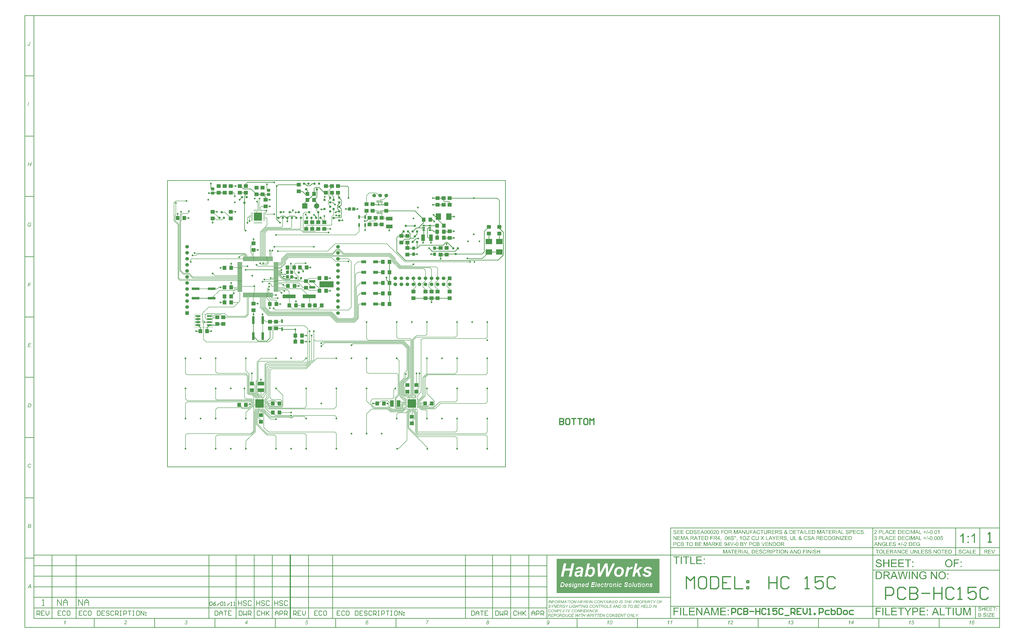
<source format=gbl>
%FSLAX25Y25*%
%MOIN*%
G70*
G01*
G75*
G04 Layer_Physical_Order=4*
G04 Layer_Color=16711680*
%ADD10R,0.08500X0.10799*%
%ADD11R,0.07087X0.06299*%
%ADD12R,0.39370X0.90551*%
%ADD13R,0.39370X0.39370*%
%ADD14R,0.12598X0.15748*%
%ADD15R,0.10630X0.31496*%
%ADD16R,0.09843X0.06693*%
%ADD17R,0.06299X0.05512*%
%ADD18R,0.01575X0.05315*%
%ADD19R,0.09055X0.05118*%
%ADD20R,0.03150X0.05906*%
%ADD21R,0.05512X0.07480*%
%ADD22R,0.07087X0.05512*%
%ADD23R,0.07874X0.08661*%
%ADD24R,0.03543X0.03740*%
%ADD25R,0.03543X0.03740*%
%ADD26C,0.00800*%
%ADD27C,0.01000*%
%ADD28C,0.00700*%
%ADD29C,0.02000*%
%ADD30C,0.00394*%
%ADD31C,0.00400*%
%ADD32C,0.06000*%
%ADD33R,0.06000X0.06000*%
%ADD34C,0.08661*%
%ADD35R,0.08661X0.08661*%
%ADD36R,0.06000X0.06000*%
%ADD37C,0.03000*%
%ADD38C,0.02598*%
%ADD39C,0.04000*%
%ADD40C,0.14630*%
%ADD41C,0.07000*%
G04:AMPARAMS|DCode=42|XSize=90mil|YSize=90mil|CornerRadius=0mil|HoleSize=0mil|Usage=FLASHONLY|Rotation=0.000|XOffset=0mil|YOffset=0mil|HoleType=Round|Shape=Relief|Width=10mil|Gap=10mil|Entries=4|*
%AMTHD42*
7,0,0,0.09000,0.07000,0.01000,45*
%
%ADD42THD42*%
%ADD43C,0.10693*%
%ADD44C,0.07500*%
G04:AMPARAMS|DCode=45|XSize=95mil|YSize=95mil|CornerRadius=0mil|HoleSize=0mil|Usage=FLASHONLY|Rotation=0.000|XOffset=0mil|YOffset=0mil|HoleType=Round|Shape=Relief|Width=10mil|Gap=10mil|Entries=4|*
%AMTHD45*
7,0,0,0.09500,0.07500,0.01000,45*
%
%ADD45THD45*%
G04:AMPARAMS|DCode=46|XSize=75mil|YSize=75mil|CornerRadius=0mil|HoleSize=0mil|Usage=FLASHONLY|Rotation=0.000|XOffset=0mil|YOffset=0mil|HoleType=Round|Shape=Relief|Width=10mil|Gap=10mil|Entries=4|*
%AMTHD46*
7,0,0,0.07500,0.05500,0.01000,45*
%
%ADD46THD46*%
%ADD47C,0.05500*%
G04:AMPARAMS|DCode=48|XSize=72.992mil|YSize=72.992mil|CornerRadius=0mil|HoleSize=0mil|Usage=FLASHONLY|Rotation=0.000|XOffset=0mil|YOffset=0mil|HoleType=Round|Shape=Relief|Width=10mil|Gap=10mil|Entries=4|*
%AMTHD48*
7,0,0,0.07299,0.05299,0.01000,45*
%
%ADD48THD48*%
%ADD49C,0.05299*%
%ADD50R,0.06299X0.07087*%
%ADD51R,0.12598X0.03937*%
%ADD52R,0.04724X0.05512*%
%ADD53R,0.03150X0.06299*%
%ADD54R,0.07874X0.05118*%
%ADD55R,0.10799X0.08500*%
%ADD56O,0.08661X0.02362*%
%ADD57R,0.06299X0.10630*%
%ADD58R,0.10630X0.06299*%
%ADD59R,0.21654X0.05906*%
%ADD60R,0.09843X0.03937*%
%ADD61R,0.23622X0.09843*%
%ADD62R,0.01614X0.04016*%
%ADD63R,0.03740X0.03543*%
%ADD64R,0.03740X0.03543*%
%ADD65O,0.08268X0.01181*%
%ADD66O,0.01181X0.08268*%
%ADD67R,0.02362X0.00787*%
%ADD68R,0.00787X0.02362*%
%ADD69R,0.14173X0.14173*%
%ADD70R,0.14173X0.14173*%
%ADD71R,0.05512X0.04724*%
%ADD72O,0.00984X0.03347*%
%ADD73O,0.03347X0.00984*%
%ADD74R,0.13386X0.13386*%
%ADD75R,0.03937X0.02717*%
%ADD76R,0.04724X0.05512*%
%ADD77R,0.03937X0.12598*%
G36*
X1200729Y-125839D02*
X1196942D01*
Y-127811D01*
X1200485D01*
Y-128562D01*
X1196942D01*
Y-130748D01*
X1200875D01*
Y-131500D01*
X1196093D01*
Y-125088D01*
X1200729D01*
Y-125839D01*
D02*
G37*
G36*
X1223157Y-125068D02*
X1223236Y-125078D01*
X1223323Y-125088D01*
X1223421Y-125097D01*
X1223528Y-125127D01*
X1223763Y-125185D01*
X1224007Y-125273D01*
X1224133Y-125332D01*
X1224251Y-125400D01*
X1224358Y-125488D01*
X1224465Y-125576D01*
X1224475Y-125585D01*
X1224485Y-125595D01*
X1224514Y-125625D01*
X1224553Y-125663D01*
X1224592Y-125722D01*
X1224641Y-125781D01*
X1224739Y-125927D01*
X1224836Y-126112D01*
X1224924Y-126327D01*
X1224992Y-126571D01*
X1225002Y-126708D01*
X1225012Y-126845D01*
Y-126864D01*
Y-126913D01*
X1225002Y-126991D01*
X1224992Y-127088D01*
X1224973Y-127206D01*
X1224944Y-127332D01*
X1224905Y-127469D01*
X1224846Y-127606D01*
X1224836Y-127625D01*
X1224817Y-127674D01*
X1224778Y-127742D01*
X1224719Y-127840D01*
X1224651Y-127957D01*
X1224563Y-128094D01*
X1224446Y-128230D01*
X1224319Y-128387D01*
X1224299Y-128406D01*
X1224251Y-128465D01*
X1224163Y-128552D01*
X1224104Y-128611D01*
X1224036Y-128679D01*
X1223958Y-128757D01*
X1223860Y-128845D01*
X1223763Y-128933D01*
X1223655Y-129041D01*
X1223538Y-129148D01*
X1223401Y-129265D01*
X1223265Y-129382D01*
X1223109Y-129519D01*
X1223099Y-129528D01*
X1223079Y-129548D01*
X1223040Y-129577D01*
X1222991Y-129616D01*
X1222874Y-129714D01*
X1222728Y-129841D01*
X1222582Y-129977D01*
X1222425Y-130114D01*
X1222299Y-130231D01*
X1222250Y-130280D01*
X1222201Y-130329D01*
X1222191Y-130339D01*
X1222172Y-130368D01*
X1222133Y-130407D01*
X1222084Y-130465D01*
X1221976Y-130592D01*
X1221869Y-130748D01*
X1225022D01*
Y-131500D01*
X1220776D01*
Y-131490D01*
Y-131451D01*
Y-131393D01*
X1220786Y-131324D01*
X1220796Y-131246D01*
X1220805Y-131158D01*
X1220835Y-131061D01*
X1220864Y-130963D01*
Y-130953D01*
X1220874Y-130944D01*
X1220893Y-130885D01*
X1220932Y-130807D01*
X1220991Y-130690D01*
X1221059Y-130563D01*
X1221157Y-130417D01*
X1221254Y-130270D01*
X1221381Y-130114D01*
Y-130104D01*
X1221401Y-130095D01*
X1221449Y-130036D01*
X1221527Y-129948D01*
X1221645Y-129831D01*
X1221791Y-129694D01*
X1221967Y-129528D01*
X1222181Y-129343D01*
X1222416Y-129138D01*
X1222425Y-129128D01*
X1222464Y-129099D01*
X1222513Y-129060D01*
X1222582Y-128992D01*
X1222669Y-128923D01*
X1222767Y-128835D01*
X1222982Y-128650D01*
X1223216Y-128426D01*
X1223450Y-128201D01*
X1223567Y-128094D01*
X1223665Y-127986D01*
X1223753Y-127879D01*
X1223831Y-127781D01*
Y-127772D01*
X1223850Y-127762D01*
X1223870Y-127733D01*
X1223889Y-127694D01*
X1223948Y-127596D01*
X1224016Y-127469D01*
X1224085Y-127323D01*
X1224143Y-127167D01*
X1224182Y-126991D01*
X1224202Y-126825D01*
Y-126815D01*
Y-126805D01*
X1224192Y-126747D01*
X1224182Y-126659D01*
X1224163Y-126552D01*
X1224114Y-126425D01*
X1224055Y-126298D01*
X1223977Y-126161D01*
X1223860Y-126034D01*
X1223841Y-126025D01*
X1223802Y-125986D01*
X1223724Y-125937D01*
X1223626Y-125868D01*
X1223499Y-125810D01*
X1223353Y-125761D01*
X1223177Y-125722D01*
X1222982Y-125712D01*
X1222923D01*
X1222884Y-125722D01*
X1222787Y-125732D01*
X1222660Y-125751D01*
X1222513Y-125800D01*
X1222357Y-125859D01*
X1222211Y-125947D01*
X1222074Y-126064D01*
X1222064Y-126083D01*
X1222025Y-126122D01*
X1221967Y-126200D01*
X1221908Y-126308D01*
X1221840Y-126444D01*
X1221791Y-126601D01*
X1221752Y-126786D01*
X1221733Y-127001D01*
X1220922Y-126913D01*
Y-126903D01*
Y-126874D01*
X1220932Y-126825D01*
X1220942Y-126766D01*
X1220961Y-126688D01*
X1220971Y-126601D01*
X1221030Y-126405D01*
X1221108Y-126181D01*
X1221215Y-125956D01*
X1221362Y-125732D01*
X1221440Y-125634D01*
X1221537Y-125537D01*
X1221547Y-125527D01*
X1221567Y-125517D01*
X1221596Y-125488D01*
X1221635Y-125459D01*
X1221693Y-125429D01*
X1221762Y-125381D01*
X1221840Y-125341D01*
X1221928Y-125293D01*
X1222025Y-125254D01*
X1222133Y-125205D01*
X1222260Y-125166D01*
X1222386Y-125136D01*
X1222679Y-125078D01*
X1222835Y-125068D01*
X1223001Y-125058D01*
X1223089D01*
X1223157Y-125068D01*
D02*
G37*
G36*
X1176983Y-131500D02*
X1176026D01*
X1175285Y-129558D01*
X1172591D01*
X1171898Y-131500D01*
X1171000D01*
X1173450Y-125088D01*
X1174377D01*
X1176983Y-131500D01*
D02*
G37*
G36*
X1191906Y-130748D02*
X1195058D01*
Y-131500D01*
X1191057D01*
Y-125088D01*
X1191906D01*
Y-130748D01*
D02*
G37*
G36*
X1212792Y-127977D02*
X1214539D01*
Y-128709D01*
X1212792D01*
Y-130465D01*
X1212051D01*
Y-128709D01*
X1210303D01*
Y-127977D01*
X1212051D01*
Y-126230D01*
X1212792D01*
Y-127977D01*
D02*
G37*
G36*
X1182712Y-131500D02*
X1181843D01*
X1178476Y-126464D01*
Y-131500D01*
X1177666D01*
Y-125088D01*
X1178525D01*
X1181902Y-130124D01*
Y-125088D01*
X1182712D01*
Y-131500D01*
D02*
G37*
G36*
X1231297Y-125097D02*
X1231473Y-125107D01*
X1231668Y-125127D01*
X1231854Y-125156D01*
X1232010Y-125185D01*
X1232020D01*
X1232039Y-125195D01*
X1232059D01*
X1232098Y-125215D01*
X1232205Y-125244D01*
X1232332Y-125293D01*
X1232478Y-125351D01*
X1232634Y-125429D01*
X1232791Y-125527D01*
X1232947Y-125644D01*
X1232957D01*
X1232966Y-125663D01*
X1233035Y-125722D01*
X1233122Y-125820D01*
X1233230Y-125947D01*
X1233357Y-126103D01*
X1233484Y-126288D01*
X1233601Y-126503D01*
X1233708Y-126747D01*
Y-126757D01*
X1233718Y-126776D01*
X1233727Y-126815D01*
X1233747Y-126864D01*
X1233767Y-126923D01*
X1233786Y-127001D01*
X1233815Y-127088D01*
X1233835Y-127186D01*
X1233854Y-127293D01*
X1233884Y-127411D01*
X1233923Y-127664D01*
X1233952Y-127947D01*
X1233962Y-128260D01*
Y-128269D01*
Y-128289D01*
Y-128328D01*
Y-128387D01*
X1233952Y-128445D01*
Y-128523D01*
X1233942Y-128699D01*
X1233923Y-128894D01*
X1233884Y-129119D01*
X1233845Y-129343D01*
X1233786Y-129558D01*
Y-129568D01*
X1233776Y-129587D01*
X1233767Y-129616D01*
X1233757Y-129655D01*
X1233718Y-129753D01*
X1233669Y-129890D01*
X1233610Y-130036D01*
X1233532Y-130192D01*
X1233444Y-130348D01*
X1233347Y-130495D01*
X1233337Y-130514D01*
X1233298Y-130553D01*
X1233249Y-130622D01*
X1233171Y-130709D01*
X1233093Y-130797D01*
X1232986Y-130895D01*
X1232878Y-130992D01*
X1232761Y-131080D01*
X1232751Y-131090D01*
X1232703Y-131110D01*
X1232634Y-131149D01*
X1232547Y-131197D01*
X1232439Y-131246D01*
X1232312Y-131295D01*
X1232166Y-131344D01*
X1232000Y-131393D01*
X1231981D01*
X1231922Y-131412D01*
X1231834Y-131422D01*
X1231707Y-131441D01*
X1231561Y-131461D01*
X1231385Y-131481D01*
X1231190Y-131490D01*
X1230975Y-131500D01*
X1228672D01*
Y-125088D01*
X1231131D01*
X1231297Y-125097D01*
D02*
G37*
G36*
X1239789Y-125839D02*
X1236002D01*
Y-127811D01*
X1239544D01*
Y-128562D01*
X1236002D01*
Y-130748D01*
X1239935D01*
Y-131500D01*
X1235153D01*
Y-125088D01*
X1239789D01*
Y-125839D01*
D02*
G37*
G36*
X1354392Y-242490D02*
X1354461D01*
X1354626Y-242510D01*
X1354822Y-242539D01*
X1355036Y-242578D01*
X1355251Y-242636D01*
X1355456Y-242715D01*
X1355466D01*
X1355476Y-242724D01*
X1355505Y-242734D01*
X1355544Y-242754D01*
X1355641Y-242812D01*
X1355768Y-242881D01*
X1355905Y-242978D01*
X1356042Y-243095D01*
X1356178Y-243232D01*
X1356295Y-243388D01*
X1356305Y-243408D01*
X1356344Y-243466D01*
X1356393Y-243564D01*
X1356442Y-243681D01*
X1356500Y-243827D01*
X1356559Y-244003D01*
X1356598Y-244188D01*
X1356617Y-244393D01*
X1355807Y-244452D01*
Y-244442D01*
Y-244423D01*
X1355798Y-244393D01*
X1355788Y-244354D01*
X1355768Y-244247D01*
X1355729Y-244110D01*
X1355671Y-243964D01*
X1355593Y-243817D01*
X1355485Y-243671D01*
X1355358Y-243544D01*
X1355339Y-243534D01*
X1355290Y-243495D01*
X1355202Y-243447D01*
X1355085Y-243388D01*
X1354929Y-243329D01*
X1354734Y-243281D01*
X1354509Y-243242D01*
X1354246Y-243232D01*
X1354119D01*
X1354060Y-243242D01*
X1353982D01*
X1353816Y-243271D01*
X1353631Y-243300D01*
X1353445Y-243349D01*
X1353270Y-243417D01*
X1353192Y-243466D01*
X1353123Y-243515D01*
X1353114Y-243525D01*
X1353075Y-243564D01*
X1353016Y-243622D01*
X1352957Y-243710D01*
X1352889Y-243808D01*
X1352840Y-243925D01*
X1352801Y-244052D01*
X1352782Y-244198D01*
Y-244218D01*
Y-244257D01*
X1352792Y-244325D01*
X1352811Y-244403D01*
X1352840Y-244491D01*
X1352889Y-244588D01*
X1352948Y-244676D01*
X1353026Y-244764D01*
X1353036Y-244774D01*
X1353084Y-244803D01*
X1353114Y-244823D01*
X1353153Y-244852D01*
X1353211Y-244871D01*
X1353279Y-244901D01*
X1353358Y-244940D01*
X1353445Y-244979D01*
X1353543Y-245008D01*
X1353660Y-245047D01*
X1353797Y-245096D01*
X1353943Y-245135D01*
X1354109Y-245174D01*
X1354295Y-245223D01*
X1354304D01*
X1354343Y-245233D01*
X1354392Y-245242D01*
X1354461Y-245262D01*
X1354548Y-245281D01*
X1354646Y-245311D01*
X1354861Y-245359D01*
X1355095Y-245428D01*
X1355329Y-245496D01*
X1355446Y-245525D01*
X1355544Y-245565D01*
X1355641Y-245603D01*
X1355719Y-245633D01*
X1355729D01*
X1355749Y-245643D01*
X1355768Y-245662D01*
X1355807Y-245682D01*
X1355905Y-245740D01*
X1356032Y-245809D01*
X1356168Y-245906D01*
X1356305Y-246023D01*
X1356432Y-246150D01*
X1356539Y-246287D01*
X1356549Y-246306D01*
X1356578Y-246355D01*
X1356627Y-246433D01*
X1356676Y-246550D01*
X1356725Y-246677D01*
X1356774Y-246833D01*
X1356803Y-247009D01*
X1356813Y-247194D01*
Y-247204D01*
Y-247214D01*
Y-247243D01*
Y-247282D01*
X1356793Y-247380D01*
X1356774Y-247507D01*
X1356744Y-247653D01*
X1356686Y-247819D01*
X1356617Y-247995D01*
X1356520Y-248161D01*
X1356510Y-248180D01*
X1356461Y-248239D01*
X1356403Y-248317D01*
X1356305Y-248414D01*
X1356188Y-248532D01*
X1356042Y-248649D01*
X1355866Y-248756D01*
X1355671Y-248863D01*
X1355661D01*
X1355641Y-248873D01*
X1355612Y-248883D01*
X1355573Y-248902D01*
X1355524Y-248922D01*
X1355466Y-248941D01*
X1355310Y-248980D01*
X1355134Y-249029D01*
X1354919Y-249068D01*
X1354695Y-249098D01*
X1354441Y-249107D01*
X1354295D01*
X1354226Y-249098D01*
X1354138D01*
X1354041Y-249088D01*
X1353933Y-249078D01*
X1353709Y-249049D01*
X1353465Y-249000D01*
X1353221Y-248941D01*
X1352987Y-248863D01*
X1352977D01*
X1352957Y-248854D01*
X1352928Y-248834D01*
X1352889Y-248815D01*
X1352782Y-248756D01*
X1352655Y-248668D01*
X1352499Y-248561D01*
X1352352Y-248434D01*
X1352196Y-248278D01*
X1352059Y-248102D01*
Y-248092D01*
X1352050Y-248083D01*
X1352030Y-248053D01*
X1352011Y-248014D01*
X1351981Y-247965D01*
X1351952Y-247907D01*
X1351894Y-247761D01*
X1351835Y-247595D01*
X1351777Y-247390D01*
X1351737Y-247175D01*
X1351718Y-246941D01*
X1352518Y-246872D01*
Y-246882D01*
Y-246892D01*
X1352528Y-246950D01*
X1352547Y-247038D01*
X1352567Y-247155D01*
X1352606Y-247282D01*
X1352645Y-247419D01*
X1352704Y-247546D01*
X1352772Y-247673D01*
X1352782Y-247682D01*
X1352811Y-247721D01*
X1352860Y-247780D01*
X1352938Y-247848D01*
X1353026Y-247926D01*
X1353133Y-248014D01*
X1353270Y-248092D01*
X1353416Y-248170D01*
X1353426D01*
X1353436Y-248180D01*
X1353494Y-248200D01*
X1353582Y-248229D01*
X1353709Y-248258D01*
X1353846Y-248297D01*
X1354021Y-248327D01*
X1354207Y-248346D01*
X1354402Y-248356D01*
X1354480D01*
X1354578Y-248346D01*
X1354685Y-248336D01*
X1354822Y-248327D01*
X1354958Y-248297D01*
X1355105Y-248268D01*
X1355251Y-248219D01*
X1355271Y-248209D01*
X1355310Y-248190D01*
X1355378Y-248161D01*
X1355456Y-248112D01*
X1355554Y-248053D01*
X1355641Y-247985D01*
X1355729Y-247907D01*
X1355807Y-247819D01*
X1355817Y-247809D01*
X1355837Y-247770D01*
X1355866Y-247721D01*
X1355905Y-247653D01*
X1355934Y-247575D01*
X1355964Y-247477D01*
X1355983Y-247380D01*
X1355993Y-247272D01*
Y-247263D01*
Y-247224D01*
X1355983Y-247165D01*
X1355973Y-247097D01*
X1355954Y-247009D01*
X1355915Y-246921D01*
X1355876Y-246833D01*
X1355817Y-246745D01*
X1355807Y-246736D01*
X1355788Y-246706D01*
X1355739Y-246667D01*
X1355680Y-246609D01*
X1355602Y-246550D01*
X1355505Y-246492D01*
X1355378Y-246423D01*
X1355241Y-246365D01*
X1355231Y-246355D01*
X1355192Y-246345D01*
X1355114Y-246326D01*
X1355066Y-246306D01*
X1355007Y-246287D01*
X1354929Y-246267D01*
X1354851Y-246248D01*
X1354753Y-246218D01*
X1354656Y-246189D01*
X1354539Y-246160D01*
X1354402Y-246131D01*
X1354255Y-246092D01*
X1354099Y-246053D01*
X1354090D01*
X1354060Y-246043D01*
X1354012Y-246033D01*
X1353953Y-246013D01*
X1353885Y-245994D01*
X1353807Y-245974D01*
X1353621Y-245926D01*
X1353416Y-245857D01*
X1353211Y-245789D01*
X1353026Y-245721D01*
X1352938Y-245691D01*
X1352870Y-245652D01*
X1352860D01*
X1352850Y-245643D01*
X1352792Y-245603D01*
X1352713Y-245555D01*
X1352616Y-245486D01*
X1352499Y-245399D01*
X1352391Y-245301D01*
X1352284Y-245184D01*
X1352186Y-245057D01*
X1352177Y-245037D01*
X1352147Y-244989D01*
X1352118Y-244920D01*
X1352079Y-244823D01*
X1352030Y-244706D01*
X1352001Y-244569D01*
X1351972Y-244413D01*
X1351962Y-244257D01*
Y-244247D01*
Y-244237D01*
Y-244208D01*
Y-244169D01*
X1351981Y-244081D01*
X1352001Y-243964D01*
X1352030Y-243817D01*
X1352079Y-243671D01*
X1352147Y-243505D01*
X1352235Y-243349D01*
Y-243339D01*
X1352245Y-243329D01*
X1352284Y-243281D01*
X1352352Y-243203D01*
X1352440Y-243105D01*
X1352547Y-243007D01*
X1352684Y-242900D01*
X1352850Y-242793D01*
X1353036Y-242705D01*
X1353045D01*
X1353055Y-242695D01*
X1353084Y-242685D01*
X1353133Y-242666D01*
X1353182Y-242656D01*
X1353240Y-242636D01*
X1353377Y-242588D01*
X1353553Y-242549D01*
X1353748Y-242519D01*
X1353973Y-242490D01*
X1354207Y-242480D01*
X1354324D01*
X1354392Y-242490D01*
D02*
G37*
G36*
X1319407Y-126500D02*
X1317430D01*
Y-113953D01*
X1317406Y-113978D01*
X1317308Y-114075D01*
X1317137Y-114197D01*
X1316917Y-114368D01*
X1316649Y-114588D01*
X1316332Y-114808D01*
X1315965Y-115076D01*
X1315550Y-115320D01*
X1315526D01*
X1315502Y-115345D01*
X1315355Y-115442D01*
X1315135Y-115564D01*
X1314867Y-115711D01*
X1314550Y-115882D01*
X1314208Y-116028D01*
X1313842Y-116199D01*
X1313500Y-116345D01*
Y-114417D01*
X1313524D01*
X1313573Y-114393D01*
X1313671Y-114344D01*
X1313768Y-114271D01*
X1313915Y-114197D01*
X1314086Y-114124D01*
X1314476Y-113904D01*
X1314916Y-113636D01*
X1315404Y-113319D01*
X1315892Y-112952D01*
X1316356Y-112562D01*
X1316380Y-112538D01*
X1316405Y-112513D01*
X1316551Y-112367D01*
X1316771Y-112147D01*
X1317039Y-111878D01*
X1317332Y-111537D01*
X1317625Y-111170D01*
X1317894Y-110780D01*
X1318114Y-110389D01*
X1319407D01*
Y-126500D01*
D02*
G37*
G36*
X1364904Y-243339D02*
X1361302Y-247790D01*
X1360912Y-248249D01*
X1365011D01*
Y-249000D01*
X1359946D01*
Y-248219D01*
X1363215Y-244110D01*
Y-244100D01*
X1363235Y-244091D01*
X1363274Y-244032D01*
X1363342Y-243954D01*
X1363430Y-243847D01*
X1363537Y-243730D01*
X1363645Y-243603D01*
X1363772Y-243466D01*
X1363889Y-243339D01*
X1360316D01*
Y-242588D01*
X1364904D01*
Y-243339D01*
D02*
G37*
G36*
X1370584D02*
X1366797D01*
Y-245311D01*
X1370340D01*
Y-246062D01*
X1366797D01*
Y-248249D01*
X1370730D01*
Y-249000D01*
X1365948D01*
Y-242588D01*
X1370584D01*
Y-243339D01*
D02*
G37*
G36*
X1327780Y-117127D02*
X1325534D01*
Y-114881D01*
X1327780D01*
Y-117127D01*
D02*
G37*
G36*
X1215672Y-131607D02*
X1215047D01*
X1216901Y-124980D01*
X1217526D01*
X1215672Y-131607D01*
D02*
G37*
G36*
X1327780Y-126500D02*
X1325534D01*
Y-124254D01*
X1327780D01*
Y-126500D01*
D02*
G37*
G36*
X1338081D02*
X1336104D01*
Y-113953D01*
X1336079Y-113978D01*
X1335982Y-114075D01*
X1335811Y-114197D01*
X1335591Y-114368D01*
X1335322Y-114588D01*
X1335005Y-114808D01*
X1334639Y-115076D01*
X1334224Y-115320D01*
X1334200D01*
X1334175Y-115345D01*
X1334029Y-115442D01*
X1333809Y-115564D01*
X1333541Y-115711D01*
X1333223Y-115882D01*
X1332882Y-116028D01*
X1332515Y-116199D01*
X1332174Y-116345D01*
Y-114417D01*
X1332198D01*
X1332247Y-114393D01*
X1332345Y-114344D01*
X1332442Y-114271D01*
X1332589Y-114197D01*
X1332759Y-114124D01*
X1333150Y-113904D01*
X1333589Y-113636D01*
X1334078Y-113319D01*
X1334566Y-112952D01*
X1335030Y-112562D01*
X1335054Y-112538D01*
X1335078Y-112513D01*
X1335225Y-112367D01*
X1335445Y-112147D01*
X1335713Y-111878D01*
X1336006Y-111537D01*
X1336299Y-111170D01*
X1336567Y-110780D01*
X1336787Y-110389D01*
X1338081D01*
Y-126500D01*
D02*
G37*
G36*
X1220229Y-129577D02*
X1217819D01*
Y-128787D01*
X1220229D01*
Y-129577D01*
D02*
G37*
G36*
X1206819Y-115839D02*
X1203032D01*
Y-117811D01*
X1206575D01*
Y-118562D01*
X1203032D01*
Y-120748D01*
X1206966D01*
Y-121500D01*
X1202183D01*
Y-115088D01*
X1206819D01*
Y-115839D01*
D02*
G37*
G36*
X1213251Y-115097D02*
X1213427Y-115107D01*
X1213622Y-115127D01*
X1213807Y-115156D01*
X1213964Y-115185D01*
X1213973D01*
X1213993Y-115195D01*
X1214012D01*
X1214051Y-115215D01*
X1214159Y-115244D01*
X1214286Y-115293D01*
X1214432Y-115351D01*
X1214588Y-115429D01*
X1214744Y-115527D01*
X1214900Y-115644D01*
X1214910D01*
X1214920Y-115664D01*
X1214988Y-115722D01*
X1215076Y-115820D01*
X1215184Y-115947D01*
X1215310Y-116103D01*
X1215437Y-116288D01*
X1215554Y-116503D01*
X1215662Y-116747D01*
Y-116757D01*
X1215672Y-116776D01*
X1215681Y-116815D01*
X1215701Y-116864D01*
X1215720Y-116923D01*
X1215740Y-117001D01*
X1215769Y-117088D01*
X1215789Y-117186D01*
X1215808Y-117293D01*
X1215837Y-117411D01*
X1215876Y-117664D01*
X1215906Y-117947D01*
X1215915Y-118260D01*
Y-118269D01*
Y-118289D01*
Y-118328D01*
Y-118387D01*
X1215906Y-118445D01*
Y-118523D01*
X1215896Y-118699D01*
X1215876Y-118894D01*
X1215837Y-119119D01*
X1215798Y-119343D01*
X1215740Y-119558D01*
Y-119568D01*
X1215730Y-119587D01*
X1215720Y-119616D01*
X1215711Y-119655D01*
X1215672Y-119753D01*
X1215623Y-119890D01*
X1215564Y-120036D01*
X1215486Y-120192D01*
X1215398Y-120348D01*
X1215301Y-120495D01*
X1215291Y-120514D01*
X1215252Y-120553D01*
X1215203Y-120622D01*
X1215125Y-120709D01*
X1215047Y-120797D01*
X1214939Y-120895D01*
X1214832Y-120993D01*
X1214715Y-121080D01*
X1214705Y-121090D01*
X1214657Y-121110D01*
X1214588Y-121149D01*
X1214500Y-121197D01*
X1214393Y-121246D01*
X1214266Y-121295D01*
X1214120Y-121344D01*
X1213954Y-121393D01*
X1213934D01*
X1213876Y-121412D01*
X1213788Y-121422D01*
X1213661Y-121441D01*
X1213515Y-121461D01*
X1213339Y-121481D01*
X1213144Y-121490D01*
X1212929Y-121500D01*
X1210626D01*
Y-115088D01*
X1213085D01*
X1213251Y-115097D01*
D02*
G37*
G36*
X1185562Y-120748D02*
X1188714D01*
Y-121500D01*
X1184713D01*
Y-115088D01*
X1185562D01*
Y-120748D01*
D02*
G37*
G36*
X1195010Y-121500D02*
X1194053D01*
X1193311Y-119558D01*
X1190618D01*
X1189925Y-121500D01*
X1189027D01*
X1191477Y-115088D01*
X1192404D01*
X1195010Y-121500D01*
D02*
G37*
G36*
X1244747D02*
X1243790D01*
X1243048Y-119558D01*
X1240355D01*
X1239662Y-121500D01*
X1238764D01*
X1241213Y-115088D01*
X1242141D01*
X1244747Y-121500D01*
D02*
G37*
G36*
X1246250Y-120748D02*
X1249402D01*
Y-121500D01*
X1245401D01*
Y-115088D01*
X1246250D01*
Y-120748D01*
D02*
G37*
G36*
X1221742Y-115839D02*
X1217955D01*
Y-117811D01*
X1221498D01*
Y-118562D01*
X1217955D01*
Y-120748D01*
X1221889D01*
Y-121500D01*
X1217106D01*
Y-115088D01*
X1221742D01*
Y-115839D01*
D02*
G37*
G36*
X1230517Y-121500D02*
X1229667D01*
Y-115088D01*
X1230517D01*
Y-121500D01*
D02*
G37*
G36*
X1204438Y-124990D02*
X1204506D01*
X1204672Y-125010D01*
X1204867Y-125039D01*
X1205082Y-125078D01*
X1205297Y-125136D01*
X1205502Y-125215D01*
X1205511D01*
X1205521Y-125224D01*
X1205550Y-125234D01*
X1205589Y-125254D01*
X1205687Y-125312D01*
X1205814Y-125381D01*
X1205951Y-125478D01*
X1206087Y-125595D01*
X1206224Y-125732D01*
X1206341Y-125888D01*
X1206351Y-125908D01*
X1206390Y-125966D01*
X1206439Y-126064D01*
X1206487Y-126181D01*
X1206546Y-126327D01*
X1206604Y-126503D01*
X1206643Y-126688D01*
X1206663Y-126893D01*
X1205853Y-126952D01*
Y-126942D01*
Y-126923D01*
X1205843Y-126893D01*
X1205833Y-126854D01*
X1205814Y-126747D01*
X1205775Y-126610D01*
X1205716Y-126464D01*
X1205638Y-126317D01*
X1205531Y-126171D01*
X1205404Y-126044D01*
X1205385Y-126034D01*
X1205336Y-125995D01*
X1205248Y-125947D01*
X1205131Y-125888D01*
X1204975Y-125829D01*
X1204779Y-125781D01*
X1204555Y-125742D01*
X1204291Y-125732D01*
X1204165D01*
X1204106Y-125742D01*
X1204028D01*
X1203862Y-125771D01*
X1203677Y-125800D01*
X1203491Y-125849D01*
X1203315Y-125917D01*
X1203237Y-125966D01*
X1203169Y-126015D01*
X1203159Y-126025D01*
X1203120Y-126064D01*
X1203062Y-126122D01*
X1203003Y-126210D01*
X1202935Y-126308D01*
X1202886Y-126425D01*
X1202847Y-126552D01*
X1202827Y-126698D01*
Y-126718D01*
Y-126757D01*
X1202837Y-126825D01*
X1202857Y-126903D01*
X1202886Y-126991D01*
X1202935Y-127088D01*
X1202993Y-127176D01*
X1203071Y-127264D01*
X1203081Y-127274D01*
X1203130Y-127303D01*
X1203159Y-127323D01*
X1203198Y-127352D01*
X1203257Y-127372D01*
X1203325Y-127401D01*
X1203403Y-127440D01*
X1203491Y-127479D01*
X1203589Y-127508D01*
X1203706Y-127547D01*
X1203842Y-127596D01*
X1203989Y-127635D01*
X1204155Y-127674D01*
X1204340Y-127723D01*
X1204350D01*
X1204389Y-127733D01*
X1204438Y-127742D01*
X1204506Y-127762D01*
X1204594Y-127781D01*
X1204692Y-127811D01*
X1204906Y-127859D01*
X1205140Y-127928D01*
X1205375Y-127996D01*
X1205492Y-128025D01*
X1205589Y-128065D01*
X1205687Y-128103D01*
X1205765Y-128133D01*
X1205775D01*
X1205794Y-128143D01*
X1205814Y-128162D01*
X1205853Y-128182D01*
X1205951Y-128240D01*
X1206077Y-128308D01*
X1206214Y-128406D01*
X1206351Y-128523D01*
X1206478Y-128650D01*
X1206585Y-128787D01*
X1206595Y-128806D01*
X1206624Y-128855D01*
X1206673Y-128933D01*
X1206722Y-129050D01*
X1206770Y-129177D01*
X1206819Y-129333D01*
X1206849Y-129509D01*
X1206858Y-129694D01*
Y-129704D01*
Y-129714D01*
Y-129743D01*
Y-129782D01*
X1206839Y-129880D01*
X1206819Y-130007D01*
X1206790Y-130153D01*
X1206731Y-130319D01*
X1206663Y-130495D01*
X1206565Y-130661D01*
X1206556Y-130680D01*
X1206507Y-130739D01*
X1206448Y-130817D01*
X1206351Y-130914D01*
X1206234Y-131032D01*
X1206087Y-131149D01*
X1205912Y-131256D01*
X1205716Y-131363D01*
X1205707D01*
X1205687Y-131373D01*
X1205658Y-131383D01*
X1205619Y-131402D01*
X1205570Y-131422D01*
X1205511Y-131441D01*
X1205355Y-131481D01*
X1205180Y-131529D01*
X1204965Y-131568D01*
X1204740Y-131598D01*
X1204487Y-131607D01*
X1204340D01*
X1204272Y-131598D01*
X1204184D01*
X1204086Y-131588D01*
X1203979Y-131578D01*
X1203755Y-131549D01*
X1203511Y-131500D01*
X1203267Y-131441D01*
X1203032Y-131363D01*
X1203023D01*
X1203003Y-131354D01*
X1202974Y-131334D01*
X1202935Y-131315D01*
X1202827Y-131256D01*
X1202701Y-131168D01*
X1202544Y-131061D01*
X1202398Y-130934D01*
X1202242Y-130778D01*
X1202105Y-130602D01*
Y-130592D01*
X1202095Y-130583D01*
X1202076Y-130553D01*
X1202056Y-130514D01*
X1202027Y-130465D01*
X1201998Y-130407D01*
X1201939Y-130261D01*
X1201881Y-130095D01*
X1201822Y-129890D01*
X1201783Y-129675D01*
X1201764Y-129441D01*
X1202564Y-129372D01*
Y-129382D01*
Y-129392D01*
X1202574Y-129450D01*
X1202593Y-129538D01*
X1202613Y-129655D01*
X1202652Y-129782D01*
X1202691Y-129919D01*
X1202749Y-130046D01*
X1202818Y-130173D01*
X1202827Y-130182D01*
X1202857Y-130221D01*
X1202905Y-130280D01*
X1202983Y-130348D01*
X1203071Y-130426D01*
X1203179Y-130514D01*
X1203315Y-130592D01*
X1203462Y-130670D01*
X1203471D01*
X1203481Y-130680D01*
X1203540Y-130700D01*
X1203628Y-130729D01*
X1203755Y-130758D01*
X1203891Y-130797D01*
X1204067Y-130827D01*
X1204252Y-130846D01*
X1204447Y-130856D01*
X1204526D01*
X1204623Y-130846D01*
X1204731Y-130836D01*
X1204867Y-130827D01*
X1205004Y-130797D01*
X1205150Y-130768D01*
X1205297Y-130719D01*
X1205316Y-130709D01*
X1205355Y-130690D01*
X1205424Y-130661D01*
X1205502Y-130612D01*
X1205599Y-130553D01*
X1205687Y-130485D01*
X1205775Y-130407D01*
X1205853Y-130319D01*
X1205863Y-130309D01*
X1205882Y-130270D01*
X1205912Y-130221D01*
X1205951Y-130153D01*
X1205980Y-130075D01*
X1206009Y-129977D01*
X1206029Y-129880D01*
X1206038Y-129772D01*
Y-129763D01*
Y-129724D01*
X1206029Y-129665D01*
X1206019Y-129597D01*
X1205999Y-129509D01*
X1205960Y-129421D01*
X1205921Y-129333D01*
X1205863Y-129245D01*
X1205853Y-129236D01*
X1205833Y-129206D01*
X1205785Y-129167D01*
X1205726Y-129109D01*
X1205648Y-129050D01*
X1205550Y-128992D01*
X1205424Y-128923D01*
X1205287Y-128865D01*
X1205277Y-128855D01*
X1205238Y-128845D01*
X1205160Y-128826D01*
X1205111Y-128806D01*
X1205053Y-128787D01*
X1204975Y-128767D01*
X1204897Y-128748D01*
X1204799Y-128718D01*
X1204701Y-128689D01*
X1204584Y-128660D01*
X1204447Y-128631D01*
X1204301Y-128592D01*
X1204145Y-128552D01*
X1204135D01*
X1204106Y-128543D01*
X1204057Y-128533D01*
X1203999Y-128513D01*
X1203930Y-128494D01*
X1203852Y-128474D01*
X1203667Y-128426D01*
X1203462Y-128357D01*
X1203257Y-128289D01*
X1203071Y-128221D01*
X1202983Y-128191D01*
X1202915Y-128152D01*
X1202905D01*
X1202896Y-128143D01*
X1202837Y-128103D01*
X1202759Y-128055D01*
X1202661Y-127986D01*
X1202544Y-127899D01*
X1202437Y-127801D01*
X1202330Y-127684D01*
X1202232Y-127557D01*
X1202222Y-127537D01*
X1202193Y-127489D01*
X1202164Y-127420D01*
X1202125Y-127323D01*
X1202076Y-127206D01*
X1202047Y-127069D01*
X1202017Y-126913D01*
X1202007Y-126757D01*
Y-126747D01*
Y-126737D01*
Y-126708D01*
Y-126669D01*
X1202027Y-126581D01*
X1202047Y-126464D01*
X1202076Y-126317D01*
X1202125Y-126171D01*
X1202193Y-126005D01*
X1202281Y-125849D01*
Y-125839D01*
X1202291Y-125829D01*
X1202330Y-125781D01*
X1202398Y-125703D01*
X1202486Y-125605D01*
X1202593Y-125507D01*
X1202730Y-125400D01*
X1202896Y-125293D01*
X1203081Y-125205D01*
X1203091D01*
X1203101Y-125195D01*
X1203130Y-125185D01*
X1203179Y-125166D01*
X1203228Y-125156D01*
X1203286Y-125136D01*
X1203423Y-125088D01*
X1203598Y-125049D01*
X1203794Y-125019D01*
X1204018Y-124990D01*
X1204252Y-124980D01*
X1204369D01*
X1204438Y-124990D01*
D02*
G37*
G36*
X1258069Y-121607D02*
X1257444D01*
X1259299Y-114980D01*
X1259923D01*
X1258069Y-121607D01*
D02*
G37*
G36*
X1187299Y-124990D02*
X1187377D01*
X1187543Y-125010D01*
X1187729Y-125039D01*
X1187943Y-125078D01*
X1188158Y-125136D01*
X1188373Y-125215D01*
X1188383D01*
X1188402Y-125224D01*
X1188431Y-125234D01*
X1188470Y-125254D01*
X1188568Y-125302D01*
X1188695Y-125381D01*
X1188841Y-125468D01*
X1188988Y-125576D01*
X1189134Y-125693D01*
X1189261Y-125839D01*
X1189271Y-125859D01*
X1189310Y-125908D01*
X1189368Y-125995D01*
X1189446Y-126122D01*
X1189524Y-126269D01*
X1189603Y-126444D01*
X1189681Y-126649D01*
X1189749Y-126883D01*
X1188978Y-127098D01*
Y-127088D01*
X1188968Y-127079D01*
X1188958Y-127020D01*
X1188919Y-126932D01*
X1188880Y-126815D01*
X1188832Y-126698D01*
X1188773Y-126571D01*
X1188705Y-126444D01*
X1188627Y-126327D01*
X1188617Y-126317D01*
X1188587Y-126278D01*
X1188539Y-126230D01*
X1188470Y-126161D01*
X1188383Y-126093D01*
X1188275Y-126015D01*
X1188158Y-125947D01*
X1188012Y-125878D01*
X1187992Y-125868D01*
X1187943Y-125849D01*
X1187856Y-125820D01*
X1187748Y-125790D01*
X1187621Y-125761D01*
X1187475Y-125732D01*
X1187309Y-125712D01*
X1187133Y-125703D01*
X1187036D01*
X1186928Y-125712D01*
X1186792Y-125722D01*
X1186635Y-125751D01*
X1186460Y-125781D01*
X1186294Y-125829D01*
X1186128Y-125888D01*
X1186108Y-125898D01*
X1186060Y-125917D01*
X1185982Y-125956D01*
X1185884Y-126015D01*
X1185777Y-126083D01*
X1185660Y-126161D01*
X1185552Y-126249D01*
X1185445Y-126356D01*
X1185435Y-126366D01*
X1185406Y-126405D01*
X1185357Y-126464D01*
X1185298Y-126542D01*
X1185230Y-126639D01*
X1185162Y-126747D01*
X1185103Y-126864D01*
X1185045Y-126991D01*
Y-127001D01*
X1185035Y-127020D01*
X1185025Y-127049D01*
X1185006Y-127098D01*
X1184986Y-127147D01*
X1184967Y-127215D01*
X1184927Y-127372D01*
X1184879Y-127567D01*
X1184840Y-127781D01*
X1184810Y-128025D01*
X1184801Y-128279D01*
Y-128289D01*
Y-128318D01*
Y-128357D01*
X1184810Y-128426D01*
Y-128494D01*
X1184820Y-128582D01*
X1184830Y-128679D01*
X1184840Y-128777D01*
X1184869Y-129011D01*
X1184927Y-129255D01*
X1184996Y-129489D01*
X1185093Y-129724D01*
Y-129733D01*
X1185103Y-129753D01*
X1185123Y-129782D01*
X1185152Y-129821D01*
X1185220Y-129919D01*
X1185308Y-130046D01*
X1185425Y-130182D01*
X1185572Y-130329D01*
X1185747Y-130465D01*
X1185943Y-130583D01*
X1185952D01*
X1185972Y-130592D01*
X1186001Y-130612D01*
X1186040Y-130622D01*
X1186089Y-130641D01*
X1186157Y-130670D01*
X1186304Y-130719D01*
X1186489Y-130768D01*
X1186684Y-130817D01*
X1186909Y-130846D01*
X1187143Y-130856D01*
X1187241D01*
X1187348Y-130846D01*
X1187485Y-130827D01*
X1187641Y-130807D01*
X1187826Y-130768D01*
X1188021Y-130719D01*
X1188217Y-130651D01*
X1188226D01*
X1188236Y-130641D01*
X1188265Y-130631D01*
X1188305Y-130612D01*
X1188402Y-130573D01*
X1188519Y-130514D01*
X1188646Y-130446D01*
X1188773Y-130368D01*
X1188900Y-130280D01*
X1189017Y-130192D01*
Y-128982D01*
X1187133D01*
Y-128230D01*
X1189847D01*
Y-130612D01*
X1189837Y-130622D01*
X1189817Y-130631D01*
X1189788Y-130661D01*
X1189739Y-130690D01*
X1189681Y-130739D01*
X1189612Y-130778D01*
X1189446Y-130895D01*
X1189251Y-131012D01*
X1189036Y-131139D01*
X1188793Y-131256D01*
X1188548Y-131363D01*
X1188539D01*
X1188519Y-131373D01*
X1188480Y-131383D01*
X1188431Y-131402D01*
X1188373Y-131422D01*
X1188305Y-131441D01*
X1188217Y-131461D01*
X1188129Y-131481D01*
X1187924Y-131529D01*
X1187699Y-131568D01*
X1187446Y-131598D01*
X1187192Y-131607D01*
X1187104D01*
X1187036Y-131598D01*
X1186948D01*
X1186850Y-131588D01*
X1186743Y-131578D01*
X1186626Y-131559D01*
X1186353Y-131510D01*
X1186069Y-131441D01*
X1185767Y-131344D01*
X1185474Y-131207D01*
X1185464Y-131197D01*
X1185445Y-131188D01*
X1185396Y-131168D01*
X1185347Y-131129D01*
X1185279Y-131090D01*
X1185211Y-131041D01*
X1185045Y-130914D01*
X1184849Y-130748D01*
X1184664Y-130543D01*
X1184479Y-130309D01*
X1184313Y-130046D01*
Y-130036D01*
X1184293Y-130007D01*
X1184274Y-129968D01*
X1184254Y-129909D01*
X1184225Y-129841D01*
X1184186Y-129753D01*
X1184157Y-129655D01*
X1184117Y-129538D01*
X1184078Y-129421D01*
X1184049Y-129285D01*
X1183981Y-128992D01*
X1183942Y-128670D01*
X1183922Y-128328D01*
Y-128318D01*
Y-128289D01*
Y-128240D01*
X1183932Y-128172D01*
Y-128084D01*
X1183942Y-127986D01*
X1183951Y-127879D01*
X1183971Y-127762D01*
X1184020Y-127489D01*
X1184088Y-127196D01*
X1184186Y-126883D01*
X1184313Y-126581D01*
Y-126571D01*
X1184332Y-126542D01*
X1184352Y-126503D01*
X1184381Y-126444D01*
X1184430Y-126376D01*
X1184479Y-126308D01*
X1184596Y-126122D01*
X1184762Y-125927D01*
X1184947Y-125732D01*
X1185181Y-125546D01*
X1185298Y-125459D01*
X1185435Y-125381D01*
X1185445D01*
X1185464Y-125361D01*
X1185513Y-125341D01*
X1185562Y-125322D01*
X1185630Y-125283D01*
X1185718Y-125254D01*
X1185816Y-125215D01*
X1185923Y-125175D01*
X1186040Y-125146D01*
X1186167Y-125107D01*
X1186460Y-125039D01*
X1186772Y-125000D01*
X1187123Y-124980D01*
X1187241D01*
X1187299Y-124990D01*
D02*
G37*
G36*
X1244268D02*
X1244346D01*
X1244512Y-125010D01*
X1244698Y-125039D01*
X1244913Y-125078D01*
X1245127Y-125136D01*
X1245342Y-125215D01*
X1245352D01*
X1245371Y-125224D01*
X1245401Y-125234D01*
X1245440Y-125254D01*
X1245537Y-125302D01*
X1245664Y-125381D01*
X1245810Y-125468D01*
X1245957Y-125576D01*
X1246103Y-125693D01*
X1246230Y-125839D01*
X1246240Y-125859D01*
X1246279Y-125908D01*
X1246337Y-125995D01*
X1246416Y-126122D01*
X1246494Y-126269D01*
X1246572Y-126444D01*
X1246650Y-126649D01*
X1246718Y-126883D01*
X1245947Y-127098D01*
Y-127088D01*
X1245937Y-127079D01*
X1245928Y-127020D01*
X1245889Y-126932D01*
X1245849Y-126815D01*
X1245801Y-126698D01*
X1245742Y-126571D01*
X1245674Y-126444D01*
X1245596Y-126327D01*
X1245586Y-126317D01*
X1245557Y-126278D01*
X1245508Y-126230D01*
X1245440Y-126161D01*
X1245352Y-126093D01*
X1245244Y-126015D01*
X1245127Y-125947D01*
X1244981Y-125878D01*
X1244961Y-125868D01*
X1244913Y-125849D01*
X1244825Y-125820D01*
X1244717Y-125790D01*
X1244590Y-125761D01*
X1244444Y-125732D01*
X1244278Y-125712D01*
X1244102Y-125703D01*
X1244005D01*
X1243897Y-125712D01*
X1243761Y-125722D01*
X1243605Y-125751D01*
X1243429Y-125781D01*
X1243263Y-125829D01*
X1243097Y-125888D01*
X1243078Y-125898D01*
X1243029Y-125917D01*
X1242951Y-125956D01*
X1242853Y-126015D01*
X1242746Y-126083D01*
X1242629Y-126161D01*
X1242521Y-126249D01*
X1242414Y-126356D01*
X1242404Y-126366D01*
X1242375Y-126405D01*
X1242326Y-126464D01*
X1242268Y-126542D01*
X1242199Y-126639D01*
X1242131Y-126747D01*
X1242072Y-126864D01*
X1242014Y-126991D01*
Y-127001D01*
X1242004Y-127020D01*
X1241994Y-127049D01*
X1241975Y-127098D01*
X1241955Y-127147D01*
X1241936Y-127215D01*
X1241897Y-127372D01*
X1241848Y-127567D01*
X1241809Y-127781D01*
X1241780Y-128025D01*
X1241770Y-128279D01*
Y-128289D01*
Y-128318D01*
Y-128357D01*
X1241780Y-128426D01*
Y-128494D01*
X1241789Y-128582D01*
X1241799Y-128679D01*
X1241809Y-128777D01*
X1241838Y-129011D01*
X1241897Y-129255D01*
X1241965Y-129489D01*
X1242063Y-129724D01*
Y-129733D01*
X1242072Y-129753D01*
X1242092Y-129782D01*
X1242121Y-129821D01*
X1242189Y-129919D01*
X1242277Y-130046D01*
X1242394Y-130182D01*
X1242541Y-130329D01*
X1242717Y-130465D01*
X1242912Y-130583D01*
X1242921D01*
X1242941Y-130592D01*
X1242970Y-130612D01*
X1243009Y-130622D01*
X1243058Y-130641D01*
X1243126Y-130670D01*
X1243273Y-130719D01*
X1243458Y-130768D01*
X1243653Y-130817D01*
X1243878Y-130846D01*
X1244112Y-130856D01*
X1244210D01*
X1244317Y-130846D01*
X1244454Y-130827D01*
X1244610Y-130807D01*
X1244795Y-130768D01*
X1244991Y-130719D01*
X1245186Y-130651D01*
X1245195D01*
X1245205Y-130641D01*
X1245235Y-130631D01*
X1245274Y-130612D01*
X1245371Y-130573D01*
X1245488Y-130514D01*
X1245615Y-130446D01*
X1245742Y-130368D01*
X1245869Y-130280D01*
X1245986Y-130192D01*
Y-128982D01*
X1244102D01*
Y-128230D01*
X1246816D01*
Y-130612D01*
X1246806Y-130622D01*
X1246786Y-130631D01*
X1246757Y-130661D01*
X1246708Y-130690D01*
X1246650Y-130739D01*
X1246581Y-130778D01*
X1246416Y-130895D01*
X1246220Y-131012D01*
X1246006Y-131139D01*
X1245762Y-131256D01*
X1245518Y-131363D01*
X1245508D01*
X1245488Y-131373D01*
X1245449Y-131383D01*
X1245401Y-131402D01*
X1245342Y-131422D01*
X1245274Y-131441D01*
X1245186Y-131461D01*
X1245098Y-131481D01*
X1244893Y-131529D01*
X1244668Y-131568D01*
X1244415Y-131598D01*
X1244161Y-131607D01*
X1244073D01*
X1244005Y-131598D01*
X1243917D01*
X1243819Y-131588D01*
X1243712Y-131578D01*
X1243595Y-131559D01*
X1243322Y-131510D01*
X1243039Y-131441D01*
X1242736Y-131344D01*
X1242443Y-131207D01*
X1242433Y-131197D01*
X1242414Y-131188D01*
X1242365Y-131168D01*
X1242316Y-131129D01*
X1242248Y-131090D01*
X1242180Y-131041D01*
X1242014Y-130914D01*
X1241819Y-130748D01*
X1241633Y-130543D01*
X1241448Y-130309D01*
X1241282Y-130046D01*
Y-130036D01*
X1241262Y-130007D01*
X1241243Y-129968D01*
X1241223Y-129909D01*
X1241194Y-129841D01*
X1241155Y-129753D01*
X1241126Y-129655D01*
X1241087Y-129538D01*
X1241047Y-129421D01*
X1241018Y-129285D01*
X1240950Y-128992D01*
X1240911Y-128670D01*
X1240891Y-128328D01*
Y-128318D01*
Y-128289D01*
Y-128240D01*
X1240901Y-128172D01*
Y-128084D01*
X1240911Y-127986D01*
X1240921Y-127879D01*
X1240940Y-127762D01*
X1240989Y-127489D01*
X1241057Y-127196D01*
X1241155Y-126883D01*
X1241282Y-126581D01*
Y-126571D01*
X1241301Y-126542D01*
X1241321Y-126503D01*
X1241350Y-126444D01*
X1241399Y-126376D01*
X1241448Y-126308D01*
X1241565Y-126122D01*
X1241731Y-125927D01*
X1241916Y-125732D01*
X1242150Y-125546D01*
X1242268Y-125459D01*
X1242404Y-125381D01*
X1242414D01*
X1242433Y-125361D01*
X1242482Y-125341D01*
X1242531Y-125322D01*
X1242599Y-125283D01*
X1242687Y-125254D01*
X1242785Y-125215D01*
X1242892Y-125175D01*
X1243009Y-125146D01*
X1243136Y-125107D01*
X1243429Y-125039D01*
X1243741Y-125000D01*
X1244093Y-124980D01*
X1244210D01*
X1244268Y-124990D01*
D02*
G37*
G36*
X1277999Y-115068D02*
X1278116Y-115088D01*
X1278253Y-115107D01*
X1278409Y-115146D01*
X1278565Y-115205D01*
X1278711Y-115273D01*
X1278731Y-115283D01*
X1278780Y-115312D01*
X1278848Y-115361D01*
X1278946Y-115419D01*
X1279043Y-115507D01*
X1279151Y-115615D01*
X1279258Y-115732D01*
X1279356Y-115868D01*
X1279365Y-115888D01*
X1279395Y-115937D01*
X1279443Y-116025D01*
X1279502Y-116132D01*
X1279560Y-116269D01*
X1279629Y-116435D01*
X1279697Y-116620D01*
X1279756Y-116825D01*
Y-116835D01*
X1279765Y-116854D01*
Y-116884D01*
X1279775Y-116932D01*
X1279795Y-116981D01*
X1279805Y-117049D01*
X1279814Y-117137D01*
X1279834Y-117225D01*
X1279844Y-117332D01*
X1279853Y-117440D01*
X1279873Y-117567D01*
X1279883Y-117703D01*
X1279892Y-117850D01*
Y-117996D01*
X1279902Y-118338D01*
Y-118348D01*
Y-118387D01*
Y-118445D01*
Y-118523D01*
X1279892Y-118621D01*
Y-118728D01*
X1279883Y-118855D01*
X1279873Y-118992D01*
X1279844Y-119284D01*
X1279805Y-119587D01*
X1279746Y-119890D01*
X1279707Y-120026D01*
X1279668Y-120163D01*
Y-120173D01*
X1279658Y-120192D01*
X1279648Y-120231D01*
X1279629Y-120280D01*
X1279599Y-120339D01*
X1279570Y-120397D01*
X1279492Y-120553D01*
X1279395Y-120729D01*
X1279277Y-120905D01*
X1279141Y-121080D01*
X1278975Y-121237D01*
X1278965D01*
X1278955Y-121256D01*
X1278926Y-121266D01*
X1278897Y-121295D01*
X1278789Y-121354D01*
X1278663Y-121422D01*
X1278487Y-121490D01*
X1278292Y-121549D01*
X1278067Y-121588D01*
X1277813Y-121607D01*
X1277726D01*
X1277657Y-121598D01*
X1277579Y-121588D01*
X1277491Y-121568D01*
X1277394Y-121549D01*
X1277286Y-121529D01*
X1277052Y-121451D01*
X1276925Y-121393D01*
X1276808Y-121334D01*
X1276681Y-121256D01*
X1276564Y-121168D01*
X1276457Y-121071D01*
X1276349Y-120953D01*
X1276340Y-120944D01*
X1276320Y-120914D01*
X1276291Y-120866D01*
X1276252Y-120797D01*
X1276203Y-120709D01*
X1276154Y-120602D01*
X1276096Y-120475D01*
X1276037Y-120319D01*
X1275979Y-120153D01*
X1275920Y-119958D01*
X1275871Y-119743D01*
X1275822Y-119509D01*
X1275783Y-119245D01*
X1275754Y-118972D01*
X1275735Y-118660D01*
X1275725Y-118338D01*
Y-118328D01*
Y-118289D01*
Y-118230D01*
Y-118152D01*
X1275735Y-118055D01*
Y-117947D01*
X1275744Y-117821D01*
X1275754Y-117684D01*
X1275783Y-117391D01*
X1275822Y-117088D01*
X1275871Y-116786D01*
X1275910Y-116649D01*
X1275949Y-116513D01*
Y-116503D01*
X1275959Y-116483D01*
X1275979Y-116444D01*
X1275998Y-116395D01*
X1276018Y-116337D01*
X1276047Y-116269D01*
X1276125Y-116112D01*
X1276223Y-115937D01*
X1276340Y-115761D01*
X1276476Y-115595D01*
X1276642Y-115439D01*
X1276652D01*
X1276662Y-115419D01*
X1276691Y-115400D01*
X1276730Y-115381D01*
X1276828Y-115322D01*
X1276964Y-115244D01*
X1277130Y-115175D01*
X1277335Y-115117D01*
X1277560Y-115078D01*
X1277813Y-115058D01*
X1277901D01*
X1277999Y-115068D01*
D02*
G37*
G36*
X1181551Y-115097D02*
X1181707Y-115107D01*
X1181873Y-115117D01*
X1182029Y-115137D01*
X1182165Y-115156D01*
X1182185D01*
X1182244Y-115175D01*
X1182331Y-115195D01*
X1182439Y-115224D01*
X1182566Y-115263D01*
X1182693Y-115312D01*
X1182829Y-115381D01*
X1182956Y-115459D01*
X1182966Y-115468D01*
X1183015Y-115498D01*
X1183073Y-115546D01*
X1183141Y-115615D01*
X1183220Y-115703D01*
X1183307Y-115810D01*
X1183395Y-115927D01*
X1183473Y-116073D01*
X1183483Y-116093D01*
X1183503Y-116142D01*
X1183532Y-116220D01*
X1183571Y-116327D01*
X1183610Y-116454D01*
X1183639Y-116601D01*
X1183659Y-116766D01*
X1183669Y-116942D01*
Y-116952D01*
Y-116981D01*
Y-117020D01*
X1183659Y-117079D01*
X1183649Y-117147D01*
X1183639Y-117235D01*
X1183629Y-117323D01*
X1183600Y-117420D01*
X1183542Y-117645D01*
X1183444Y-117869D01*
X1183385Y-117986D01*
X1183317Y-118104D01*
X1183239Y-118221D01*
X1183141Y-118328D01*
X1183132Y-118338D01*
X1183112Y-118348D01*
X1183083Y-118377D01*
X1183044Y-118416D01*
X1182975Y-118455D01*
X1182907Y-118504D01*
X1182819Y-118552D01*
X1182712Y-118601D01*
X1182595Y-118660D01*
X1182458Y-118709D01*
X1182302Y-118757D01*
X1182136Y-118797D01*
X1181941Y-118835D01*
X1181736Y-118865D01*
X1181511Y-118875D01*
X1181268Y-118884D01*
X1179628D01*
Y-121500D01*
X1178779D01*
Y-115088D01*
X1181404D01*
X1181551Y-115097D01*
D02*
G37*
G36*
X1265555Y-115068D02*
X1265672Y-115088D01*
X1265809Y-115107D01*
X1265965Y-115146D01*
X1266121Y-115205D01*
X1266267Y-115273D01*
X1266287Y-115283D01*
X1266336Y-115312D01*
X1266404Y-115361D01*
X1266502Y-115419D01*
X1266599Y-115507D01*
X1266707Y-115615D01*
X1266814Y-115732D01*
X1266912Y-115868D01*
X1266921Y-115888D01*
X1266951Y-115937D01*
X1266999Y-116025D01*
X1267058Y-116132D01*
X1267117Y-116269D01*
X1267185Y-116435D01*
X1267253Y-116620D01*
X1267312Y-116825D01*
Y-116835D01*
X1267321Y-116854D01*
Y-116884D01*
X1267331Y-116932D01*
X1267351Y-116981D01*
X1267360Y-117049D01*
X1267370Y-117137D01*
X1267390Y-117225D01*
X1267400Y-117332D01*
X1267409Y-117440D01*
X1267429Y-117567D01*
X1267439Y-117703D01*
X1267448Y-117850D01*
Y-117996D01*
X1267458Y-118338D01*
Y-118348D01*
Y-118387D01*
Y-118445D01*
Y-118523D01*
X1267448Y-118621D01*
Y-118728D01*
X1267439Y-118855D01*
X1267429Y-118992D01*
X1267400Y-119284D01*
X1267360Y-119587D01*
X1267302Y-119890D01*
X1267263Y-120026D01*
X1267224Y-120163D01*
Y-120173D01*
X1267214Y-120192D01*
X1267204Y-120231D01*
X1267185Y-120280D01*
X1267155Y-120339D01*
X1267126Y-120397D01*
X1267048Y-120553D01*
X1266951Y-120729D01*
X1266833Y-120905D01*
X1266697Y-121080D01*
X1266531Y-121237D01*
X1266521D01*
X1266511Y-121256D01*
X1266482Y-121266D01*
X1266453Y-121295D01*
X1266345Y-121354D01*
X1266219Y-121422D01*
X1266043Y-121490D01*
X1265848Y-121549D01*
X1265623Y-121588D01*
X1265369Y-121607D01*
X1265282D01*
X1265213Y-121598D01*
X1265135Y-121588D01*
X1265047Y-121568D01*
X1264950Y-121549D01*
X1264842Y-121529D01*
X1264608Y-121451D01*
X1264481Y-121393D01*
X1264364Y-121334D01*
X1264237Y-121256D01*
X1264120Y-121168D01*
X1264013Y-121071D01*
X1263905Y-120953D01*
X1263896Y-120944D01*
X1263876Y-120914D01*
X1263847Y-120866D01*
X1263808Y-120797D01*
X1263759Y-120709D01*
X1263710Y-120602D01*
X1263652Y-120475D01*
X1263593Y-120319D01*
X1263535Y-120153D01*
X1263476Y-119958D01*
X1263427Y-119743D01*
X1263378Y-119509D01*
X1263339Y-119245D01*
X1263310Y-118972D01*
X1263291Y-118660D01*
X1263281Y-118338D01*
Y-118328D01*
Y-118289D01*
Y-118230D01*
Y-118152D01*
X1263291Y-118055D01*
Y-117947D01*
X1263300Y-117821D01*
X1263310Y-117684D01*
X1263339Y-117391D01*
X1263378Y-117088D01*
X1263427Y-116786D01*
X1263466Y-116649D01*
X1263505Y-116513D01*
Y-116503D01*
X1263515Y-116483D01*
X1263535Y-116444D01*
X1263554Y-116395D01*
X1263574Y-116337D01*
X1263603Y-116269D01*
X1263681Y-116112D01*
X1263779Y-115937D01*
X1263896Y-115761D01*
X1264032Y-115595D01*
X1264198Y-115439D01*
X1264208D01*
X1264218Y-115419D01*
X1264247Y-115400D01*
X1264286Y-115381D01*
X1264384Y-115322D01*
X1264520Y-115244D01*
X1264686Y-115175D01*
X1264891Y-115117D01*
X1265116Y-115078D01*
X1265369Y-115058D01*
X1265457D01*
X1265555Y-115068D01*
D02*
G37*
G36*
X1273021D02*
X1273138Y-115088D01*
X1273275Y-115107D01*
X1273431Y-115146D01*
X1273587Y-115205D01*
X1273734Y-115273D01*
X1273753Y-115283D01*
X1273802Y-115312D01*
X1273870Y-115361D01*
X1273968Y-115419D01*
X1274066Y-115507D01*
X1274173Y-115615D01*
X1274280Y-115732D01*
X1274378Y-115868D01*
X1274388Y-115888D01*
X1274417Y-115937D01*
X1274466Y-116025D01*
X1274524Y-116132D01*
X1274583Y-116269D01*
X1274651Y-116435D01*
X1274720Y-116620D01*
X1274778Y-116825D01*
Y-116835D01*
X1274788Y-116854D01*
Y-116884D01*
X1274798Y-116932D01*
X1274817Y-116981D01*
X1274827Y-117049D01*
X1274837Y-117137D01*
X1274856Y-117225D01*
X1274866Y-117332D01*
X1274876Y-117440D01*
X1274895Y-117567D01*
X1274905Y-117703D01*
X1274915Y-117850D01*
Y-117996D01*
X1274924Y-118338D01*
Y-118348D01*
Y-118387D01*
Y-118445D01*
Y-118523D01*
X1274915Y-118621D01*
Y-118728D01*
X1274905Y-118855D01*
X1274895Y-118992D01*
X1274866Y-119284D01*
X1274827Y-119587D01*
X1274768Y-119890D01*
X1274729Y-120026D01*
X1274690Y-120163D01*
Y-120173D01*
X1274681Y-120192D01*
X1274671Y-120231D01*
X1274651Y-120280D01*
X1274622Y-120339D01*
X1274593Y-120397D01*
X1274515Y-120553D01*
X1274417Y-120729D01*
X1274300Y-120905D01*
X1274163Y-121080D01*
X1273997Y-121237D01*
X1273987D01*
X1273978Y-121256D01*
X1273948Y-121266D01*
X1273919Y-121295D01*
X1273812Y-121354D01*
X1273685Y-121422D01*
X1273509Y-121490D01*
X1273314Y-121549D01*
X1273090Y-121588D01*
X1272836Y-121607D01*
X1272748D01*
X1272680Y-121598D01*
X1272602Y-121588D01*
X1272514Y-121568D01*
X1272416Y-121549D01*
X1272309Y-121529D01*
X1272075Y-121451D01*
X1271948Y-121393D01*
X1271831Y-121334D01*
X1271704Y-121256D01*
X1271587Y-121168D01*
X1271479Y-121071D01*
X1271372Y-120953D01*
X1271362Y-120944D01*
X1271343Y-120914D01*
X1271313Y-120866D01*
X1271274Y-120797D01*
X1271225Y-120709D01*
X1271177Y-120602D01*
X1271118Y-120475D01*
X1271060Y-120319D01*
X1271001Y-120153D01*
X1270942Y-119958D01*
X1270894Y-119743D01*
X1270845Y-119509D01*
X1270806Y-119245D01*
X1270776Y-118972D01*
X1270757Y-118660D01*
X1270747Y-118338D01*
Y-118328D01*
Y-118289D01*
Y-118230D01*
Y-118152D01*
X1270757Y-118055D01*
Y-117947D01*
X1270767Y-117821D01*
X1270776Y-117684D01*
X1270806Y-117391D01*
X1270845Y-117088D01*
X1270894Y-116786D01*
X1270933Y-116649D01*
X1270972Y-116513D01*
Y-116503D01*
X1270981Y-116483D01*
X1271001Y-116444D01*
X1271021Y-116395D01*
X1271040Y-116337D01*
X1271069Y-116269D01*
X1271147Y-116112D01*
X1271245Y-115937D01*
X1271362Y-115761D01*
X1271499Y-115595D01*
X1271665Y-115439D01*
X1271674D01*
X1271684Y-115419D01*
X1271713Y-115400D01*
X1271752Y-115381D01*
X1271850Y-115322D01*
X1271987Y-115244D01*
X1272153Y-115175D01*
X1272358Y-115117D01*
X1272582Y-115078D01*
X1272836Y-115058D01*
X1272924D01*
X1273021Y-115068D01*
D02*
G37*
G36*
X1155671Y-111500D02*
X1154773D01*
Y-110602D01*
X1155671D01*
Y-111500D01*
D02*
G37*
G36*
X963721Y-108797D02*
Y-108806D01*
Y-108835D01*
Y-108884D01*
Y-108953D01*
X963711Y-109040D01*
Y-109128D01*
X963701Y-109236D01*
X963692Y-109353D01*
X963662Y-109597D01*
X963623Y-109851D01*
X963574Y-110104D01*
X963496Y-110329D01*
Y-110339D01*
X963487Y-110358D01*
X963477Y-110387D01*
X963457Y-110426D01*
X963399Y-110524D01*
X963321Y-110661D01*
X963213Y-110807D01*
X963077Y-110963D01*
X962901Y-111110D01*
X962706Y-111256D01*
X962696D01*
X962677Y-111275D01*
X962647Y-111285D01*
X962598Y-111315D01*
X962550Y-111334D01*
X962481Y-111363D01*
X962393Y-111402D01*
X962306Y-111432D01*
X962208Y-111461D01*
X962091Y-111500D01*
X961974Y-111529D01*
X961837Y-111549D01*
X961544Y-111588D01*
X961213Y-111607D01*
X961125D01*
X961066Y-111598D01*
X960988D01*
X960900Y-111588D01*
X960803Y-111578D01*
X960695Y-111568D01*
X960461Y-111529D01*
X960217Y-111480D01*
X959963Y-111402D01*
X959739Y-111305D01*
X959729D01*
X959709Y-111285D01*
X959690Y-111275D01*
X959651Y-111246D01*
X959544Y-111178D01*
X959426Y-111071D01*
X959290Y-110944D01*
X959163Y-110797D01*
X959036Y-110612D01*
X958929Y-110407D01*
Y-110397D01*
X958919Y-110378D01*
X958909Y-110348D01*
X958890Y-110300D01*
X958870Y-110241D01*
X958851Y-110163D01*
X958831Y-110075D01*
X958811Y-109977D01*
X958782Y-109870D01*
X958763Y-109753D01*
X958743Y-109616D01*
X958724Y-109480D01*
X958704Y-109324D01*
X958694Y-109158D01*
X958685Y-108982D01*
Y-108797D01*
Y-105088D01*
X959534D01*
Y-108797D01*
Y-108806D01*
Y-108835D01*
Y-108875D01*
Y-108933D01*
Y-109001D01*
X959544Y-109080D01*
X959553Y-109265D01*
X959573Y-109460D01*
X959592Y-109665D01*
X959631Y-109860D01*
X959651Y-109948D01*
X959680Y-110026D01*
X959690Y-110046D01*
X959709Y-110095D01*
X959748Y-110163D01*
X959807Y-110251D01*
X959875Y-110348D01*
X959973Y-110456D01*
X960080Y-110553D01*
X960217Y-110641D01*
X960236Y-110651D01*
X960285Y-110670D01*
X960363Y-110709D01*
X960471Y-110739D01*
X960607Y-110778D01*
X960763Y-110817D01*
X960939Y-110836D01*
X961134Y-110846D01*
X961222D01*
X961291Y-110836D01*
X961369D01*
X961456Y-110827D01*
X961652Y-110797D01*
X961876Y-110739D01*
X962091Y-110670D01*
X962296Y-110563D01*
X962393Y-110504D01*
X962471Y-110426D01*
Y-110417D01*
X962491Y-110407D01*
X962511Y-110378D01*
X962530Y-110339D01*
X962569Y-110290D01*
X962598Y-110231D01*
X962637Y-110153D01*
X962677Y-110065D01*
X962706Y-109958D01*
X962745Y-109841D01*
X962784Y-109714D01*
X962813Y-109558D01*
X962833Y-109392D01*
X962852Y-109216D01*
X962872Y-109011D01*
Y-108797D01*
Y-105088D01*
X963721D01*
Y-108797D01*
D02*
G37*
G36*
X1133047Y-105097D02*
X1133203Y-105107D01*
X1133369Y-105117D01*
X1133525Y-105137D01*
X1133662Y-105156D01*
X1133681D01*
X1133740Y-105175D01*
X1133828Y-105195D01*
X1133935Y-105224D01*
X1134062Y-105263D01*
X1134189Y-105312D01*
X1134326Y-105380D01*
X1134453Y-105459D01*
X1134462Y-105468D01*
X1134511Y-105498D01*
X1134570Y-105546D01*
X1134638Y-105615D01*
X1134716Y-105703D01*
X1134804Y-105810D01*
X1134892Y-105927D01*
X1134970Y-106073D01*
X1134980Y-106093D01*
X1134999Y-106142D01*
X1135028Y-106220D01*
X1135067Y-106327D01*
X1135106Y-106454D01*
X1135136Y-106600D01*
X1135155Y-106766D01*
X1135165Y-106942D01*
Y-106952D01*
Y-106981D01*
Y-107020D01*
X1135155Y-107079D01*
X1135145Y-107147D01*
X1135136Y-107235D01*
X1135126Y-107323D01*
X1135097Y-107420D01*
X1135038Y-107645D01*
X1134941Y-107869D01*
X1134882Y-107986D01*
X1134814Y-108104D01*
X1134735Y-108221D01*
X1134638Y-108328D01*
X1134628Y-108338D01*
X1134609Y-108347D01*
X1134579Y-108377D01*
X1134540Y-108416D01*
X1134472Y-108455D01*
X1134404Y-108504D01*
X1134316Y-108553D01*
X1134208Y-108601D01*
X1134091Y-108660D01*
X1133955Y-108709D01*
X1133799Y-108757D01*
X1133633Y-108797D01*
X1133437Y-108835D01*
X1133232Y-108865D01*
X1133008Y-108875D01*
X1132764Y-108884D01*
X1131124D01*
Y-111500D01*
X1130275D01*
Y-105088D01*
X1132901D01*
X1133047Y-105097D01*
D02*
G37*
G36*
X1140904Y-105839D02*
X1137117D01*
Y-107811D01*
X1140660D01*
Y-108562D01*
X1137117D01*
Y-110749D01*
X1141050D01*
Y-111500D01*
X1136268D01*
Y-105088D01*
X1140904D01*
Y-105839D01*
D02*
G37*
G36*
X1083134Y-111500D02*
X1082315D01*
Y-106132D01*
X1080441Y-111500D01*
X1079679D01*
X1077835Y-106044D01*
Y-111500D01*
X1077015D01*
Y-105088D01*
X1078284D01*
X1079806Y-109626D01*
Y-109636D01*
X1079816Y-109655D01*
X1079826Y-109685D01*
X1079836Y-109733D01*
X1079875Y-109841D01*
X1079923Y-109977D01*
X1079972Y-110134D01*
X1080021Y-110290D01*
X1080070Y-110446D01*
X1080109Y-110573D01*
X1080119Y-110553D01*
X1080128Y-110504D01*
X1080158Y-110426D01*
X1080197Y-110319D01*
X1080236Y-110173D01*
X1080294Y-109997D01*
X1080372Y-109792D01*
X1080450Y-109548D01*
X1081983Y-105088D01*
X1083134D01*
Y-111500D01*
D02*
G37*
G36*
X957250D02*
X956381D01*
X953014Y-106464D01*
Y-111500D01*
X952204D01*
Y-105088D01*
X953063D01*
X956440Y-110124D01*
Y-105088D01*
X957250D01*
Y-111500D01*
D02*
G37*
G36*
X993547Y-108797D02*
Y-108806D01*
Y-108835D01*
Y-108884D01*
Y-108953D01*
X993538Y-109040D01*
Y-109128D01*
X993528Y-109236D01*
X993518Y-109353D01*
X993489Y-109597D01*
X993450Y-109851D01*
X993401Y-110104D01*
X993323Y-110329D01*
Y-110339D01*
X993313Y-110358D01*
X993303Y-110387D01*
X993284Y-110426D01*
X993225Y-110524D01*
X993147Y-110661D01*
X993040Y-110807D01*
X992903Y-110963D01*
X992727Y-111110D01*
X992532Y-111256D01*
X992523D01*
X992503Y-111275D01*
X992474Y-111285D01*
X992425Y-111315D01*
X992376Y-111334D01*
X992308Y-111363D01*
X992220Y-111402D01*
X992132Y-111432D01*
X992035Y-111461D01*
X991917Y-111500D01*
X991800Y-111529D01*
X991664Y-111549D01*
X991371Y-111588D01*
X991039Y-111607D01*
X990951D01*
X990893Y-111598D01*
X990815D01*
X990727Y-111588D01*
X990629Y-111578D01*
X990522Y-111568D01*
X990287Y-111529D01*
X990044Y-111480D01*
X989790Y-111402D01*
X989565Y-111305D01*
X989555D01*
X989536Y-111285D01*
X989517Y-111275D01*
X989477Y-111246D01*
X989370Y-111178D01*
X989253Y-111071D01*
X989116Y-110944D01*
X988989Y-110797D01*
X988863Y-110612D01*
X988755Y-110407D01*
Y-110397D01*
X988745Y-110378D01*
X988736Y-110348D01*
X988716Y-110300D01*
X988697Y-110241D01*
X988677Y-110163D01*
X988658Y-110075D01*
X988638Y-109977D01*
X988609Y-109870D01*
X988589Y-109753D01*
X988570Y-109616D01*
X988550Y-109480D01*
X988531Y-109324D01*
X988521Y-109158D01*
X988511Y-108982D01*
Y-108797D01*
Y-105088D01*
X989360D01*
Y-108797D01*
Y-108806D01*
Y-108835D01*
Y-108875D01*
Y-108933D01*
Y-109001D01*
X989370Y-109080D01*
X989380Y-109265D01*
X989399Y-109460D01*
X989419Y-109665D01*
X989458Y-109860D01*
X989477Y-109948D01*
X989507Y-110026D01*
X989517Y-110046D01*
X989536Y-110095D01*
X989575Y-110163D01*
X989634Y-110251D01*
X989702Y-110348D01*
X989799Y-110456D01*
X989907Y-110553D01*
X990044Y-110641D01*
X990063Y-110651D01*
X990112Y-110670D01*
X990190Y-110709D01*
X990297Y-110739D01*
X990434Y-110778D01*
X990590Y-110817D01*
X990766Y-110836D01*
X990961Y-110846D01*
X991049D01*
X991117Y-110836D01*
X991195D01*
X991283Y-110827D01*
X991478Y-110797D01*
X991703Y-110739D01*
X991917Y-110670D01*
X992122Y-110563D01*
X992220Y-110504D01*
X992298Y-110426D01*
Y-110417D01*
X992318Y-110407D01*
X992337Y-110378D01*
X992357Y-110339D01*
X992396Y-110290D01*
X992425Y-110231D01*
X992464Y-110153D01*
X992503Y-110065D01*
X992532Y-109958D01*
X992571Y-109841D01*
X992610Y-109714D01*
X992640Y-109558D01*
X992659Y-109392D01*
X992679Y-109216D01*
X992698Y-109011D01*
Y-108797D01*
Y-105088D01*
X993547D01*
Y-108797D01*
D02*
G37*
G36*
X944874Y-111500D02*
X944054D01*
Y-106132D01*
X942181Y-111500D01*
X941419D01*
X939575Y-106044D01*
Y-111500D01*
X938755D01*
Y-105088D01*
X940024D01*
X941546Y-109626D01*
Y-109636D01*
X941556Y-109655D01*
X941566Y-109685D01*
X941575Y-109733D01*
X941614Y-109841D01*
X941663Y-109977D01*
X941712Y-110134D01*
X941761Y-110290D01*
X941810Y-110446D01*
X941849Y-110573D01*
X941858Y-110553D01*
X941868Y-110504D01*
X941897Y-110426D01*
X941936Y-110319D01*
X941975Y-110173D01*
X942034Y-109997D01*
X942112Y-109792D01*
X942190Y-109548D01*
X943723Y-105088D01*
X944874D01*
Y-111500D01*
D02*
G37*
G36*
X1095061Y-105839D02*
X1092953D01*
Y-111500D01*
X1092104D01*
Y-105839D01*
X1089996D01*
Y-105088D01*
X1095061D01*
Y-105839D01*
D02*
G37*
G36*
X1100595D02*
X1096808D01*
Y-107811D01*
X1100351D01*
Y-108562D01*
X1096808D01*
Y-110749D01*
X1100741D01*
Y-111500D01*
X1095959D01*
Y-105088D01*
X1100595D01*
Y-105839D01*
D02*
G37*
G36*
X1070720Y-105097D02*
X1070895Y-105107D01*
X1071091Y-105127D01*
X1071276Y-105156D01*
X1071432Y-105185D01*
X1071442D01*
X1071461Y-105195D01*
X1071481D01*
X1071520Y-105215D01*
X1071627Y-105244D01*
X1071754Y-105293D01*
X1071901Y-105351D01*
X1072057Y-105429D01*
X1072213Y-105527D01*
X1072369Y-105644D01*
X1072379D01*
X1072389Y-105664D01*
X1072457Y-105722D01*
X1072545Y-105820D01*
X1072652Y-105947D01*
X1072779Y-106103D01*
X1072906Y-106288D01*
X1073023Y-106503D01*
X1073130Y-106747D01*
Y-106757D01*
X1073140Y-106776D01*
X1073150Y-106815D01*
X1073169Y-106864D01*
X1073189Y-106923D01*
X1073209Y-107001D01*
X1073238Y-107088D01*
X1073257Y-107186D01*
X1073277Y-107293D01*
X1073306Y-107411D01*
X1073345Y-107664D01*
X1073374Y-107947D01*
X1073384Y-108260D01*
Y-108269D01*
Y-108289D01*
Y-108328D01*
Y-108387D01*
X1073374Y-108445D01*
Y-108523D01*
X1073365Y-108699D01*
X1073345Y-108894D01*
X1073306Y-109119D01*
X1073267Y-109343D01*
X1073209Y-109558D01*
Y-109567D01*
X1073199Y-109587D01*
X1073189Y-109616D01*
X1073179Y-109655D01*
X1073140Y-109753D01*
X1073091Y-109890D01*
X1073033Y-110036D01*
X1072955Y-110192D01*
X1072867Y-110348D01*
X1072769Y-110495D01*
X1072760Y-110514D01*
X1072721Y-110553D01*
X1072672Y-110622D01*
X1072594Y-110709D01*
X1072515Y-110797D01*
X1072408Y-110895D01*
X1072301Y-110993D01*
X1072184Y-111080D01*
X1072174Y-111090D01*
X1072125Y-111110D01*
X1072057Y-111149D01*
X1071969Y-111197D01*
X1071862Y-111246D01*
X1071735Y-111295D01*
X1071588Y-111344D01*
X1071422Y-111393D01*
X1071403D01*
X1071344Y-111412D01*
X1071257Y-111422D01*
X1071130Y-111441D01*
X1070983Y-111461D01*
X1070807Y-111480D01*
X1070612Y-111490D01*
X1070398Y-111500D01*
X1068094D01*
Y-105088D01*
X1070554D01*
X1070720Y-105097D01*
D02*
G37*
G36*
X1089781Y-111500D02*
X1088824D01*
X1088083Y-109558D01*
X1085389D01*
X1084696Y-111500D01*
X1083798D01*
X1086248Y-105088D01*
X1087175D01*
X1089781Y-111500D01*
D02*
G37*
G36*
X1116143D02*
X1115186D01*
X1114445Y-109558D01*
X1111751D01*
X1111058Y-111500D01*
X1110160D01*
X1112610Y-105088D01*
X1113537D01*
X1116143Y-111500D01*
D02*
G37*
G36*
X1117646Y-110749D02*
X1120798D01*
Y-111500D01*
X1116797D01*
Y-105088D01*
X1117646D01*
Y-110749D01*
D02*
G37*
G36*
X1104977Y-105097D02*
X1105055D01*
X1105251Y-105107D01*
X1105455Y-105127D01*
X1105670Y-105166D01*
X1105875Y-105205D01*
X1105973Y-105234D01*
X1106061Y-105263D01*
X1106070D01*
X1106080Y-105273D01*
X1106139Y-105293D01*
X1106217Y-105341D01*
X1106314Y-105410D01*
X1106431Y-105488D01*
X1106549Y-105595D01*
X1106666Y-105722D01*
X1106773Y-105878D01*
X1106783Y-105898D01*
X1106812Y-105956D01*
X1106861Y-106044D01*
X1106910Y-106161D01*
X1106959Y-106308D01*
X1107007Y-106474D01*
X1107037Y-106649D01*
X1107046Y-106844D01*
Y-106854D01*
Y-106874D01*
Y-106913D01*
X1107037Y-106962D01*
Y-107020D01*
X1107027Y-107088D01*
X1106988Y-107245D01*
X1106939Y-107430D01*
X1106861Y-107615D01*
X1106744Y-107811D01*
X1106676Y-107908D01*
X1106597Y-107996D01*
X1106578Y-108016D01*
X1106549Y-108035D01*
X1106519Y-108074D01*
X1106471Y-108104D01*
X1106412Y-108152D01*
X1106344Y-108191D01*
X1106266Y-108240D01*
X1106178Y-108289D01*
X1106070Y-108338D01*
X1105963Y-108387D01*
X1105836Y-108435D01*
X1105709Y-108484D01*
X1105563Y-108523D01*
X1105407Y-108553D01*
X1105241Y-108582D01*
X1105260Y-108591D01*
X1105299Y-108611D01*
X1105358Y-108640D01*
X1105426Y-108679D01*
X1105592Y-108787D01*
X1105680Y-108845D01*
X1105748Y-108904D01*
X1105768Y-108923D01*
X1105817Y-108962D01*
X1105885Y-109040D01*
X1105973Y-109138D01*
X1106080Y-109265D01*
X1106197Y-109411D01*
X1106324Y-109577D01*
X1106451Y-109763D01*
X1107564Y-111500D01*
X1106500D01*
X1105651Y-110173D01*
Y-110163D01*
X1105631Y-110143D01*
X1105612Y-110114D01*
X1105592Y-110075D01*
X1105524Y-109977D01*
X1105436Y-109851D01*
X1105338Y-109704D01*
X1105231Y-109558D01*
X1105133Y-109421D01*
X1105036Y-109294D01*
X1105026Y-109284D01*
X1104997Y-109245D01*
X1104948Y-109187D01*
X1104899Y-109119D01*
X1104753Y-108982D01*
X1104685Y-108914D01*
X1104606Y-108865D01*
X1104597Y-108855D01*
X1104577Y-108845D01*
X1104538Y-108826D01*
X1104489Y-108797D01*
X1104372Y-108738D01*
X1104226Y-108689D01*
X1104216D01*
X1104196Y-108679D01*
X1104157D01*
X1104109Y-108670D01*
X1104040Y-108660D01*
X1103962D01*
X1103865Y-108650D01*
X1102771D01*
Y-111500D01*
X1101922D01*
Y-105088D01*
X1104899D01*
X1104977Y-105097D01*
D02*
G37*
G36*
X1109369Y-111500D02*
X1108520D01*
Y-105088D01*
X1109369D01*
Y-111500D01*
D02*
G37*
G36*
X862129Y-104990D02*
X862207Y-105000D01*
X862305Y-105010D01*
X862412Y-105019D01*
X862529Y-105039D01*
X862783Y-105097D01*
X863056Y-105185D01*
X863193Y-105244D01*
X863329Y-105312D01*
X863456Y-105390D01*
X863583Y-105478D01*
X863593Y-105488D01*
X863612Y-105498D01*
X863642Y-105527D01*
X863691Y-105566D01*
X863739Y-105615D01*
X863808Y-105683D01*
X863876Y-105751D01*
X863944Y-105829D01*
X864022Y-105927D01*
X864091Y-106025D01*
X864169Y-106142D01*
X864247Y-106269D01*
X864315Y-106395D01*
X864384Y-106542D01*
X864501Y-106854D01*
X863661Y-107049D01*
Y-107040D01*
X863651Y-107020D01*
X863642Y-106981D01*
X863622Y-106932D01*
X863593Y-106874D01*
X863564Y-106805D01*
X863495Y-106659D01*
X863408Y-106493D01*
X863290Y-106317D01*
X863163Y-106161D01*
X863007Y-106025D01*
X862988Y-106015D01*
X862929Y-105976D01*
X862841Y-105927D01*
X862715Y-105859D01*
X862568Y-105800D01*
X862383Y-105751D01*
X862178Y-105712D01*
X861944Y-105703D01*
X861875D01*
X861826Y-105712D01*
X861758D01*
X861690Y-105722D01*
X861514Y-105751D01*
X861319Y-105790D01*
X861114Y-105859D01*
X860909Y-105947D01*
X860714Y-106064D01*
X860704D01*
X860694Y-106083D01*
X860636Y-106132D01*
X860548Y-106210D01*
X860441Y-106317D01*
X860333Y-106454D01*
X860216Y-106610D01*
X860109Y-106805D01*
X860021Y-107020D01*
Y-107030D01*
X860011Y-107049D01*
X860001Y-107079D01*
X859991Y-107127D01*
X859972Y-107176D01*
X859962Y-107245D01*
X859923Y-107401D01*
X859884Y-107586D01*
X859855Y-107791D01*
X859835Y-108016D01*
X859826Y-108250D01*
Y-108260D01*
Y-108289D01*
Y-108328D01*
Y-108387D01*
X859835Y-108455D01*
Y-108543D01*
X859845Y-108631D01*
X859855Y-108728D01*
X859884Y-108953D01*
X859923Y-109197D01*
X859982Y-109441D01*
X860060Y-109675D01*
Y-109685D01*
X860070Y-109704D01*
X860089Y-109733D01*
X860109Y-109773D01*
X860157Y-109890D01*
X860236Y-110017D01*
X860343Y-110173D01*
X860470Y-110319D01*
X860616Y-110465D01*
X860792Y-110592D01*
X860802D01*
X860811Y-110602D01*
X860841Y-110622D01*
X860880Y-110641D01*
X860987Y-110680D01*
X861124Y-110739D01*
X861280Y-110787D01*
X861465Y-110836D01*
X861670Y-110875D01*
X861885Y-110885D01*
X861953D01*
X862002Y-110875D01*
X862061D01*
X862139Y-110866D01*
X862305Y-110836D01*
X862490Y-110787D01*
X862695Y-110709D01*
X862890Y-110612D01*
X863085Y-110475D01*
X863095Y-110465D01*
X863105Y-110456D01*
X863163Y-110397D01*
X863251Y-110300D01*
X863359Y-110173D01*
X863466Y-109997D01*
X863583Y-109792D01*
X863681Y-109538D01*
X863759Y-109255D01*
X864608Y-109470D01*
Y-109480D01*
X864598Y-109519D01*
X864579Y-109567D01*
X864559Y-109646D01*
X864520Y-109724D01*
X864481Y-109831D01*
X864442Y-109938D01*
X864384Y-110055D01*
X864257Y-110319D01*
X864081Y-110583D01*
X863886Y-110836D01*
X863769Y-110953D01*
X863642Y-111061D01*
X863632Y-111071D01*
X863612Y-111080D01*
X863573Y-111110D01*
X863515Y-111149D01*
X863447Y-111188D01*
X863369Y-111237D01*
X863281Y-111285D01*
X863173Y-111334D01*
X863056Y-111383D01*
X862929Y-111432D01*
X862783Y-111480D01*
X862636Y-111520D01*
X862314Y-111588D01*
X862139Y-111598D01*
X861953Y-111607D01*
X861856D01*
X861778Y-111598D01*
X861690D01*
X861592Y-111588D01*
X861475Y-111568D01*
X861358Y-111559D01*
X861085Y-111500D01*
X860802Y-111432D01*
X860528Y-111324D01*
X860392Y-111266D01*
X860265Y-111188D01*
X860255Y-111178D01*
X860236Y-111168D01*
X860206Y-111139D01*
X860157Y-111110D01*
X860040Y-111012D01*
X859904Y-110875D01*
X859738Y-110709D01*
X859582Y-110495D01*
X859416Y-110251D01*
X859279Y-109968D01*
Y-109958D01*
X859269Y-109929D01*
X859250Y-109890D01*
X859230Y-109831D01*
X859201Y-109753D01*
X859172Y-109665D01*
X859142Y-109567D01*
X859113Y-109450D01*
X859084Y-109333D01*
X859055Y-109197D01*
X858996Y-108904D01*
X858957Y-108591D01*
X858947Y-108250D01*
Y-108240D01*
Y-108201D01*
Y-108152D01*
X858957Y-108084D01*
Y-107996D01*
X858967Y-107889D01*
X858976Y-107781D01*
X858996Y-107655D01*
X859045Y-107381D01*
X859103Y-107088D01*
X859201Y-106786D01*
X859328Y-106503D01*
Y-106493D01*
X859347Y-106474D01*
X859367Y-106435D01*
X859396Y-106376D01*
X859435Y-106317D01*
X859484Y-106249D01*
X859611Y-106083D01*
X859757Y-105898D01*
X859943Y-105712D01*
X860167Y-105527D01*
X860411Y-105371D01*
X860421D01*
X860441Y-105351D01*
X860480Y-105332D01*
X860538Y-105312D01*
X860597Y-105283D01*
X860675Y-105244D01*
X860772Y-105215D01*
X860870Y-105175D01*
X860977Y-105137D01*
X861094Y-105107D01*
X861358Y-105039D01*
X861651Y-105000D01*
X861963Y-104980D01*
X862061D01*
X862129Y-104990D01*
D02*
G37*
G36*
X1374644Y-239000D02*
X1373746D01*
Y-238102D01*
X1374644D01*
Y-239000D01*
D02*
G37*
G36*
Y-235252D02*
X1373746D01*
Y-234354D01*
X1374644D01*
Y-235252D01*
D02*
G37*
G36*
X1366846Y-233339D02*
X1363059D01*
Y-235311D01*
X1366602D01*
Y-236062D01*
X1363059D01*
Y-238248D01*
X1366992D01*
Y-239000D01*
X1362210D01*
Y-232588D01*
X1366846D01*
Y-233339D01*
D02*
G37*
G36*
X1372751D02*
X1370643D01*
Y-239000D01*
X1369793D01*
Y-233339D01*
X1367685D01*
Y-232588D01*
X1372751D01*
Y-233339D01*
D02*
G37*
G36*
X1346086Y-242597D02*
X1346155D01*
X1346321Y-242607D01*
X1346506Y-242636D01*
X1346701Y-242666D01*
X1346896Y-242715D01*
X1347072Y-242783D01*
X1347082D01*
X1347092Y-242793D01*
X1347150Y-242822D01*
X1347228Y-242871D01*
X1347326Y-242929D01*
X1347443Y-243017D01*
X1347560Y-243125D01*
X1347668Y-243242D01*
X1347775Y-243388D01*
X1347785Y-243408D01*
X1347814Y-243456D01*
X1347853Y-243544D01*
X1347902Y-243652D01*
X1347951Y-243778D01*
X1347990Y-243915D01*
X1348019Y-244071D01*
X1348029Y-244237D01*
Y-244257D01*
Y-244305D01*
X1348019Y-244384D01*
X1347999Y-244491D01*
X1347970Y-244608D01*
X1347931Y-244735D01*
X1347882Y-244881D01*
X1347804Y-245018D01*
X1347794Y-245037D01*
X1347765Y-245076D01*
X1347707Y-245145D01*
X1347638Y-245223D01*
X1347541Y-245321D01*
X1347423Y-245408D01*
X1347287Y-245506D01*
X1347121Y-245594D01*
X1347131D01*
X1347150Y-245603D01*
X1347180Y-245613D01*
X1347219Y-245623D01*
X1347326Y-245672D01*
X1347453Y-245730D01*
X1347599Y-245818D01*
X1347746Y-245916D01*
X1347892Y-246033D01*
X1348019Y-246179D01*
X1348029Y-246199D01*
X1348068Y-246248D01*
X1348116Y-246336D01*
X1348185Y-246453D01*
X1348243Y-246599D01*
X1348292Y-246755D01*
X1348331Y-246941D01*
X1348341Y-247146D01*
Y-247165D01*
Y-247224D01*
X1348331Y-247311D01*
X1348321Y-247419D01*
X1348292Y-247546D01*
X1348263Y-247692D01*
X1348214Y-247839D01*
X1348146Y-247985D01*
X1348136Y-248005D01*
X1348116Y-248053D01*
X1348068Y-248122D01*
X1348019Y-248209D01*
X1347951Y-248307D01*
X1347873Y-248405D01*
X1347775Y-248502D01*
X1347677Y-248590D01*
X1347668Y-248600D01*
X1347628Y-248619D01*
X1347570Y-248658D01*
X1347482Y-248707D01*
X1347384Y-248756D01*
X1347258Y-248805D01*
X1347121Y-248854D01*
X1346975Y-248902D01*
X1346955D01*
X1346896Y-248922D01*
X1346809Y-248932D01*
X1346692Y-248951D01*
X1346535Y-248971D01*
X1346360Y-248980D01*
X1346165Y-249000D01*
X1343500D01*
Y-242588D01*
X1346018D01*
X1346086Y-242597D01*
D02*
G37*
G36*
X1358970Y-249000D02*
X1358121D01*
Y-242588D01*
X1358970D01*
Y-249000D01*
D02*
G37*
G36*
X1354802Y-239000D02*
X1353953D01*
Y-235974D01*
X1350635D01*
Y-239000D01*
X1349785D01*
Y-232588D01*
X1350635D01*
Y-235223D01*
X1353953D01*
Y-232588D01*
X1354802D01*
Y-239000D01*
D02*
G37*
G36*
X1346174Y-232490D02*
X1346243D01*
X1346408Y-232510D01*
X1346604Y-232539D01*
X1346818Y-232578D01*
X1347033Y-232636D01*
X1347238Y-232715D01*
X1347248D01*
X1347258Y-232724D01*
X1347287Y-232734D01*
X1347326Y-232754D01*
X1347423Y-232812D01*
X1347550Y-232880D01*
X1347687Y-232978D01*
X1347824Y-233095D01*
X1347960Y-233232D01*
X1348077Y-233388D01*
X1348087Y-233407D01*
X1348126Y-233466D01*
X1348175Y-233564D01*
X1348224Y-233681D01*
X1348282Y-233827D01*
X1348341Y-234003D01*
X1348380Y-234188D01*
X1348400Y-234393D01*
X1347589Y-234452D01*
Y-234442D01*
Y-234423D01*
X1347580Y-234393D01*
X1347570Y-234354D01*
X1347550Y-234247D01*
X1347511Y-234110D01*
X1347453Y-233964D01*
X1347375Y-233817D01*
X1347267Y-233671D01*
X1347141Y-233544D01*
X1347121Y-233534D01*
X1347072Y-233495D01*
X1346984Y-233447D01*
X1346867Y-233388D01*
X1346711Y-233329D01*
X1346516Y-233281D01*
X1346291Y-233242D01*
X1346028Y-233232D01*
X1345901D01*
X1345842Y-233242D01*
X1345764D01*
X1345598Y-233271D01*
X1345413Y-233300D01*
X1345228Y-233349D01*
X1345052Y-233417D01*
X1344974Y-233466D01*
X1344905Y-233515D01*
X1344896Y-233525D01*
X1344857Y-233564D01*
X1344798Y-233622D01*
X1344740Y-233710D01*
X1344671Y-233808D01*
X1344622Y-233925D01*
X1344583Y-234052D01*
X1344564Y-234198D01*
Y-234218D01*
Y-234257D01*
X1344574Y-234325D01*
X1344593Y-234403D01*
X1344622Y-234491D01*
X1344671Y-234589D01*
X1344730Y-234676D01*
X1344808Y-234764D01*
X1344818Y-234774D01*
X1344866Y-234803D01*
X1344896Y-234823D01*
X1344935Y-234852D01*
X1344993Y-234872D01*
X1345062Y-234901D01*
X1345140Y-234940D01*
X1345228Y-234979D01*
X1345325Y-235008D01*
X1345442Y-235047D01*
X1345579Y-235096D01*
X1345725Y-235135D01*
X1345891Y-235174D01*
X1346077Y-235223D01*
X1346086D01*
X1346125Y-235233D01*
X1346174Y-235242D01*
X1346243Y-235262D01*
X1346330Y-235281D01*
X1346428Y-235311D01*
X1346643Y-235360D01*
X1346877Y-235428D01*
X1347111Y-235496D01*
X1347228Y-235525D01*
X1347326Y-235564D01*
X1347423Y-235603D01*
X1347502Y-235633D01*
X1347511D01*
X1347531Y-235643D01*
X1347550Y-235662D01*
X1347589Y-235682D01*
X1347687Y-235740D01*
X1347814Y-235808D01*
X1347951Y-235906D01*
X1348087Y-236023D01*
X1348214Y-236150D01*
X1348321Y-236287D01*
X1348331Y-236306D01*
X1348361Y-236355D01*
X1348409Y-236433D01*
X1348458Y-236550D01*
X1348507Y-236677D01*
X1348556Y-236833D01*
X1348585Y-237009D01*
X1348595Y-237194D01*
Y-237204D01*
Y-237214D01*
Y-237243D01*
Y-237282D01*
X1348575Y-237380D01*
X1348556Y-237507D01*
X1348526Y-237653D01*
X1348468Y-237819D01*
X1348400Y-237995D01*
X1348302Y-238161D01*
X1348292Y-238180D01*
X1348243Y-238239D01*
X1348185Y-238317D01*
X1348087Y-238414D01*
X1347970Y-238531D01*
X1347824Y-238649D01*
X1347648Y-238756D01*
X1347453Y-238863D01*
X1347443D01*
X1347423Y-238873D01*
X1347394Y-238883D01*
X1347355Y-238902D01*
X1347306Y-238922D01*
X1347248Y-238941D01*
X1347092Y-238981D01*
X1346916Y-239029D01*
X1346701Y-239068D01*
X1346477Y-239098D01*
X1346223Y-239107D01*
X1346077D01*
X1346008Y-239098D01*
X1345920D01*
X1345823Y-239088D01*
X1345716Y-239078D01*
X1345491Y-239049D01*
X1345247Y-239000D01*
X1345003Y-238941D01*
X1344769Y-238863D01*
X1344759D01*
X1344740Y-238854D01*
X1344710Y-238834D01*
X1344671Y-238815D01*
X1344564Y-238756D01*
X1344437Y-238668D01*
X1344281Y-238561D01*
X1344134Y-238434D01*
X1343978Y-238278D01*
X1343842Y-238102D01*
Y-238092D01*
X1343832Y-238083D01*
X1343812Y-238053D01*
X1343793Y-238014D01*
X1343764Y-237965D01*
X1343734Y-237907D01*
X1343676Y-237760D01*
X1343617Y-237595D01*
X1343559Y-237390D01*
X1343519Y-237175D01*
X1343500Y-236941D01*
X1344300Y-236872D01*
Y-236882D01*
Y-236892D01*
X1344310Y-236950D01*
X1344330Y-237038D01*
X1344349Y-237155D01*
X1344388Y-237282D01*
X1344427Y-237419D01*
X1344486Y-237546D01*
X1344554Y-237673D01*
X1344564Y-237682D01*
X1344593Y-237721D01*
X1344642Y-237780D01*
X1344720Y-237848D01*
X1344808Y-237926D01*
X1344915Y-238014D01*
X1345052Y-238092D01*
X1345198Y-238170D01*
X1345208D01*
X1345218Y-238180D01*
X1345276Y-238200D01*
X1345364Y-238229D01*
X1345491Y-238258D01*
X1345628Y-238297D01*
X1345803Y-238327D01*
X1345989Y-238346D01*
X1346184Y-238356D01*
X1346262D01*
X1346360Y-238346D01*
X1346467Y-238336D01*
X1346604Y-238327D01*
X1346740Y-238297D01*
X1346887Y-238268D01*
X1347033Y-238219D01*
X1347053Y-238209D01*
X1347092Y-238190D01*
X1347160Y-238161D01*
X1347238Y-238112D01*
X1347336Y-238053D01*
X1347423Y-237985D01*
X1347511Y-237907D01*
X1347589Y-237819D01*
X1347599Y-237809D01*
X1347619Y-237770D01*
X1347648Y-237721D01*
X1347687Y-237653D01*
X1347716Y-237575D01*
X1347746Y-237477D01*
X1347765Y-237380D01*
X1347775Y-237273D01*
Y-237263D01*
Y-237224D01*
X1347765Y-237165D01*
X1347755Y-237097D01*
X1347736Y-237009D01*
X1347697Y-236921D01*
X1347658Y-236833D01*
X1347599Y-236745D01*
X1347589Y-236736D01*
X1347570Y-236706D01*
X1347521Y-236667D01*
X1347463Y-236609D01*
X1347384Y-236550D01*
X1347287Y-236492D01*
X1347160Y-236423D01*
X1347023Y-236365D01*
X1347014Y-236355D01*
X1346975Y-236345D01*
X1346896Y-236326D01*
X1346848Y-236306D01*
X1346789Y-236287D01*
X1346711Y-236267D01*
X1346633Y-236248D01*
X1346535Y-236218D01*
X1346438Y-236189D01*
X1346321Y-236160D01*
X1346184Y-236131D01*
X1346038Y-236091D01*
X1345881Y-236052D01*
X1345872D01*
X1345842Y-236043D01*
X1345794Y-236033D01*
X1345735Y-236013D01*
X1345667Y-235994D01*
X1345589Y-235974D01*
X1345403Y-235926D01*
X1345198Y-235857D01*
X1344993Y-235789D01*
X1344808Y-235721D01*
X1344720Y-235691D01*
X1344652Y-235652D01*
X1344642D01*
X1344632Y-235643D01*
X1344574Y-235603D01*
X1344495Y-235555D01*
X1344398Y-235486D01*
X1344281Y-235399D01*
X1344173Y-235301D01*
X1344066Y-235184D01*
X1343968Y-235057D01*
X1343959Y-235037D01*
X1343929Y-234989D01*
X1343900Y-234920D01*
X1343861Y-234823D01*
X1343812Y-234706D01*
X1343783Y-234569D01*
X1343754Y-234413D01*
X1343744Y-234257D01*
Y-234247D01*
Y-234237D01*
Y-234208D01*
Y-234169D01*
X1343764Y-234081D01*
X1343783Y-233964D01*
X1343812Y-233817D01*
X1343861Y-233671D01*
X1343929Y-233505D01*
X1344017Y-233349D01*
Y-233339D01*
X1344027Y-233329D01*
X1344066Y-233281D01*
X1344134Y-233203D01*
X1344222Y-233105D01*
X1344330Y-233007D01*
X1344466Y-232900D01*
X1344632Y-232793D01*
X1344818Y-232705D01*
X1344827D01*
X1344837Y-232695D01*
X1344866Y-232685D01*
X1344915Y-232666D01*
X1344964Y-232656D01*
X1345023Y-232636D01*
X1345159Y-232588D01*
X1345335Y-232549D01*
X1345530Y-232519D01*
X1345755Y-232490D01*
X1345989Y-232480D01*
X1346106D01*
X1346174Y-232490D01*
D02*
G37*
G36*
X841174Y-104990D02*
X841243D01*
X841409Y-105010D01*
X841604Y-105039D01*
X841818Y-105078D01*
X842033Y-105137D01*
X842238Y-105215D01*
X842248D01*
X842258Y-105224D01*
X842287Y-105234D01*
X842326Y-105254D01*
X842424Y-105312D01*
X842550Y-105380D01*
X842687Y-105478D01*
X842824Y-105595D01*
X842960Y-105732D01*
X843077Y-105888D01*
X843087Y-105907D01*
X843126Y-105966D01*
X843175Y-106064D01*
X843224Y-106181D01*
X843282Y-106327D01*
X843341Y-106503D01*
X843380Y-106688D01*
X843400Y-106893D01*
X842589Y-106952D01*
Y-106942D01*
Y-106923D01*
X842580Y-106893D01*
X842570Y-106854D01*
X842550Y-106747D01*
X842511Y-106610D01*
X842453Y-106464D01*
X842375Y-106317D01*
X842267Y-106171D01*
X842140Y-106044D01*
X842121Y-106034D01*
X842072Y-105995D01*
X841984Y-105947D01*
X841867Y-105888D01*
X841711Y-105829D01*
X841516Y-105781D01*
X841291Y-105742D01*
X841028Y-105732D01*
X840901D01*
X840842Y-105742D01*
X840764D01*
X840598Y-105771D01*
X840413Y-105800D01*
X840228Y-105849D01*
X840052Y-105917D01*
X839974Y-105966D01*
X839905Y-106015D01*
X839896Y-106025D01*
X839857Y-106064D01*
X839798Y-106122D01*
X839740Y-106210D01*
X839671Y-106308D01*
X839622Y-106425D01*
X839583Y-106552D01*
X839564Y-106698D01*
Y-106718D01*
Y-106757D01*
X839574Y-106825D01*
X839593Y-106903D01*
X839622Y-106991D01*
X839671Y-107088D01*
X839730Y-107176D01*
X839808Y-107264D01*
X839818Y-107274D01*
X839866Y-107303D01*
X839896Y-107323D01*
X839935Y-107352D01*
X839993Y-107371D01*
X840062Y-107401D01*
X840140Y-107440D01*
X840228Y-107479D01*
X840325Y-107508D01*
X840442Y-107547D01*
X840579Y-107596D01*
X840725Y-107635D01*
X840891Y-107674D01*
X841077Y-107723D01*
X841086D01*
X841125Y-107733D01*
X841174Y-107742D01*
X841243Y-107762D01*
X841330Y-107781D01*
X841428Y-107811D01*
X841643Y-107860D01*
X841877Y-107928D01*
X842111Y-107996D01*
X842228Y-108025D01*
X842326Y-108064D01*
X842424Y-108104D01*
X842502Y-108133D01*
X842511D01*
X842531Y-108143D01*
X842550Y-108162D01*
X842589Y-108182D01*
X842687Y-108240D01*
X842814Y-108308D01*
X842951Y-108406D01*
X843087Y-108523D01*
X843214Y-108650D01*
X843321Y-108787D01*
X843331Y-108806D01*
X843361Y-108855D01*
X843409Y-108933D01*
X843458Y-109050D01*
X843507Y-109177D01*
X843556Y-109333D01*
X843585Y-109509D01*
X843595Y-109694D01*
Y-109704D01*
Y-109714D01*
Y-109743D01*
Y-109782D01*
X843575Y-109880D01*
X843556Y-110007D01*
X843526Y-110153D01*
X843468Y-110319D01*
X843400Y-110495D01*
X843302Y-110661D01*
X843292Y-110680D01*
X843243Y-110739D01*
X843185Y-110817D01*
X843087Y-110914D01*
X842970Y-111031D01*
X842824Y-111149D01*
X842648Y-111256D01*
X842453Y-111363D01*
X842443D01*
X842424Y-111373D01*
X842394Y-111383D01*
X842355Y-111402D01*
X842306Y-111422D01*
X842248Y-111441D01*
X842092Y-111480D01*
X841916Y-111529D01*
X841701Y-111568D01*
X841477Y-111598D01*
X841223Y-111607D01*
X841077D01*
X841008Y-111598D01*
X840921D01*
X840823Y-111588D01*
X840716Y-111578D01*
X840491Y-111549D01*
X840247Y-111500D01*
X840003Y-111441D01*
X839769Y-111363D01*
X839759D01*
X839740Y-111354D01*
X839710Y-111334D01*
X839671Y-111315D01*
X839564Y-111256D01*
X839437Y-111168D01*
X839281Y-111061D01*
X839134Y-110934D01*
X838978Y-110778D01*
X838842Y-110602D01*
Y-110592D01*
X838832Y-110583D01*
X838812Y-110553D01*
X838793Y-110514D01*
X838764Y-110465D01*
X838734Y-110407D01*
X838676Y-110260D01*
X838617Y-110095D01*
X838559Y-109890D01*
X838519Y-109675D01*
X838500Y-109441D01*
X839300Y-109372D01*
Y-109382D01*
Y-109392D01*
X839310Y-109450D01*
X839330Y-109538D01*
X839349Y-109655D01*
X839388Y-109782D01*
X839427Y-109919D01*
X839486Y-110046D01*
X839554Y-110173D01*
X839564Y-110182D01*
X839593Y-110221D01*
X839642Y-110280D01*
X839720Y-110348D01*
X839808Y-110426D01*
X839915Y-110514D01*
X840052Y-110592D01*
X840198Y-110670D01*
X840208D01*
X840218Y-110680D01*
X840276Y-110700D01*
X840364Y-110729D01*
X840491Y-110758D01*
X840628Y-110797D01*
X840803Y-110827D01*
X840989Y-110846D01*
X841184Y-110856D01*
X841262D01*
X841360Y-110846D01*
X841467Y-110836D01*
X841604Y-110827D01*
X841740Y-110797D01*
X841887Y-110768D01*
X842033Y-110719D01*
X842053Y-110709D01*
X842092Y-110690D01*
X842160Y-110661D01*
X842238Y-110612D01*
X842336Y-110553D01*
X842424Y-110485D01*
X842511Y-110407D01*
X842589Y-110319D01*
X842599Y-110309D01*
X842619Y-110270D01*
X842648Y-110221D01*
X842687Y-110153D01*
X842716Y-110075D01*
X842746Y-109977D01*
X842765Y-109880D01*
X842775Y-109773D01*
Y-109763D01*
Y-109724D01*
X842765Y-109665D01*
X842755Y-109597D01*
X842736Y-109509D01*
X842697Y-109421D01*
X842658Y-109333D01*
X842599Y-109245D01*
X842589Y-109236D01*
X842570Y-109206D01*
X842521Y-109167D01*
X842463Y-109109D01*
X842385Y-109050D01*
X842287Y-108992D01*
X842160Y-108923D01*
X842023Y-108865D01*
X842014Y-108855D01*
X841975Y-108845D01*
X841897Y-108826D01*
X841848Y-108806D01*
X841789Y-108787D01*
X841711Y-108767D01*
X841633Y-108748D01*
X841535Y-108718D01*
X841438Y-108689D01*
X841321Y-108660D01*
X841184Y-108631D01*
X841038Y-108591D01*
X840881Y-108553D01*
X840872D01*
X840842Y-108543D01*
X840794Y-108533D01*
X840735Y-108513D01*
X840667Y-108494D01*
X840589Y-108474D01*
X840403Y-108426D01*
X840198Y-108357D01*
X839993Y-108289D01*
X839808Y-108221D01*
X839720Y-108191D01*
X839652Y-108152D01*
X839642D01*
X839632Y-108143D01*
X839574Y-108104D01*
X839495Y-108055D01*
X839398Y-107986D01*
X839281Y-107899D01*
X839173Y-107801D01*
X839066Y-107684D01*
X838968Y-107557D01*
X838959Y-107537D01*
X838929Y-107489D01*
X838900Y-107420D01*
X838861Y-107323D01*
X838812Y-107206D01*
X838783Y-107069D01*
X838754Y-106913D01*
X838744Y-106757D01*
Y-106747D01*
Y-106737D01*
Y-106708D01*
Y-106669D01*
X838764Y-106581D01*
X838783Y-106464D01*
X838812Y-106317D01*
X838861Y-106171D01*
X838929Y-106005D01*
X839017Y-105849D01*
Y-105839D01*
X839027Y-105829D01*
X839066Y-105781D01*
X839134Y-105703D01*
X839222Y-105605D01*
X839330Y-105507D01*
X839466Y-105400D01*
X839632Y-105293D01*
X839818Y-105205D01*
X839827D01*
X839837Y-105195D01*
X839866Y-105185D01*
X839915Y-105166D01*
X839964Y-105156D01*
X840023Y-105137D01*
X840159Y-105088D01*
X840335Y-105049D01*
X840530Y-105019D01*
X840755Y-104990D01*
X840989Y-104980D01*
X841106D01*
X841174Y-104990D01*
D02*
G37*
G36*
X874505D02*
X874573D01*
X874739Y-105010D01*
X874934Y-105039D01*
X875149Y-105078D01*
X875364Y-105137D01*
X875568Y-105215D01*
X875578D01*
X875588Y-105224D01*
X875617Y-105234D01*
X875656Y-105254D01*
X875754Y-105312D01*
X875881Y-105380D01*
X876017Y-105478D01*
X876154Y-105595D01*
X876291Y-105732D01*
X876408Y-105888D01*
X876418Y-105907D01*
X876457Y-105966D01*
X876505Y-106064D01*
X876554Y-106181D01*
X876613Y-106327D01*
X876671Y-106503D01*
X876710Y-106688D01*
X876730Y-106893D01*
X875920Y-106952D01*
Y-106942D01*
Y-106923D01*
X875910Y-106893D01*
X875900Y-106854D01*
X875881Y-106747D01*
X875842Y-106610D01*
X875783Y-106464D01*
X875705Y-106317D01*
X875598Y-106171D01*
X875471Y-106044D01*
X875451Y-106034D01*
X875403Y-105995D01*
X875315Y-105947D01*
X875198Y-105888D01*
X875041Y-105829D01*
X874846Y-105781D01*
X874622Y-105742D01*
X874358Y-105732D01*
X874231D01*
X874173Y-105742D01*
X874095D01*
X873929Y-105771D01*
X873743Y-105800D01*
X873558Y-105849D01*
X873382Y-105917D01*
X873304Y-105966D01*
X873236Y-106015D01*
X873226Y-106025D01*
X873187Y-106064D01*
X873129Y-106122D01*
X873070Y-106210D01*
X873002Y-106308D01*
X872953Y-106425D01*
X872914Y-106552D01*
X872894Y-106698D01*
Y-106718D01*
Y-106757D01*
X872904Y-106825D01*
X872923Y-106903D01*
X872953Y-106991D01*
X873002Y-107088D01*
X873060Y-107176D01*
X873138Y-107264D01*
X873148Y-107274D01*
X873197Y-107303D01*
X873226Y-107323D01*
X873265Y-107352D01*
X873324Y-107371D01*
X873392Y-107401D01*
X873470Y-107440D01*
X873558Y-107479D01*
X873656Y-107508D01*
X873773Y-107547D01*
X873909Y-107596D01*
X874056Y-107635D01*
X874222Y-107674D01*
X874407Y-107723D01*
X874417D01*
X874456Y-107733D01*
X874505Y-107742D01*
X874573Y-107762D01*
X874661Y-107781D01*
X874758Y-107811D01*
X874973Y-107860D01*
X875207Y-107928D01*
X875442Y-107996D01*
X875559Y-108025D01*
X875656Y-108064D01*
X875754Y-108104D01*
X875832Y-108133D01*
X875842D01*
X875861Y-108143D01*
X875881Y-108162D01*
X875920Y-108182D01*
X876017Y-108240D01*
X876144Y-108308D01*
X876281Y-108406D01*
X876418Y-108523D01*
X876544Y-108650D01*
X876652Y-108787D01*
X876662Y-108806D01*
X876691Y-108855D01*
X876740Y-108933D01*
X876789Y-109050D01*
X876837Y-109177D01*
X876886Y-109333D01*
X876915Y-109509D01*
X876925Y-109694D01*
Y-109704D01*
Y-109714D01*
Y-109743D01*
Y-109782D01*
X876906Y-109880D01*
X876886Y-110007D01*
X876857Y-110153D01*
X876798Y-110319D01*
X876730Y-110495D01*
X876632Y-110661D01*
X876623Y-110680D01*
X876574Y-110739D01*
X876515Y-110817D01*
X876418Y-110914D01*
X876301Y-111031D01*
X876154Y-111149D01*
X875978Y-111256D01*
X875783Y-111363D01*
X875773D01*
X875754Y-111373D01*
X875725Y-111383D01*
X875686Y-111402D01*
X875637Y-111422D01*
X875578Y-111441D01*
X875422Y-111480D01*
X875246Y-111529D01*
X875032Y-111568D01*
X874807Y-111598D01*
X874553Y-111607D01*
X874407D01*
X874339Y-111598D01*
X874251D01*
X874153Y-111588D01*
X874046Y-111578D01*
X873821Y-111549D01*
X873577Y-111500D01*
X873333Y-111441D01*
X873099Y-111363D01*
X873089D01*
X873070Y-111354D01*
X873041Y-111334D01*
X873002Y-111315D01*
X872894Y-111256D01*
X872767Y-111168D01*
X872611Y-111061D01*
X872465Y-110934D01*
X872309Y-110778D01*
X872172Y-110602D01*
Y-110592D01*
X872162Y-110583D01*
X872143Y-110553D01*
X872123Y-110514D01*
X872094Y-110465D01*
X872065Y-110407D01*
X872006Y-110260D01*
X871947Y-110095D01*
X871889Y-109890D01*
X871850Y-109675D01*
X871830Y-109441D01*
X872631Y-109372D01*
Y-109382D01*
Y-109392D01*
X872641Y-109450D01*
X872660Y-109538D01*
X872680Y-109655D01*
X872719Y-109782D01*
X872758Y-109919D01*
X872816Y-110046D01*
X872884Y-110173D01*
X872894Y-110182D01*
X872923Y-110221D01*
X872972Y-110280D01*
X873050Y-110348D01*
X873138Y-110426D01*
X873246Y-110514D01*
X873382Y-110592D01*
X873529Y-110670D01*
X873538D01*
X873548Y-110680D01*
X873607Y-110700D01*
X873695Y-110729D01*
X873821Y-110758D01*
X873958Y-110797D01*
X874134Y-110827D01*
X874319Y-110846D01*
X874514Y-110856D01*
X874592D01*
X874690Y-110846D01*
X874797Y-110836D01*
X874934Y-110827D01*
X875071Y-110797D01*
X875217Y-110768D01*
X875364Y-110719D01*
X875383Y-110709D01*
X875422Y-110690D01*
X875490Y-110661D01*
X875568Y-110612D01*
X875666Y-110553D01*
X875754Y-110485D01*
X875842Y-110407D01*
X875920Y-110319D01*
X875930Y-110309D01*
X875949Y-110270D01*
X875978Y-110221D01*
X876017Y-110153D01*
X876047Y-110075D01*
X876076Y-109977D01*
X876095Y-109880D01*
X876105Y-109773D01*
Y-109763D01*
Y-109724D01*
X876095Y-109665D01*
X876086Y-109597D01*
X876066Y-109509D01*
X876027Y-109421D01*
X875988Y-109333D01*
X875930Y-109245D01*
X875920Y-109236D01*
X875900Y-109206D01*
X875852Y-109167D01*
X875793Y-109109D01*
X875715Y-109050D01*
X875617Y-108992D01*
X875490Y-108923D01*
X875354Y-108865D01*
X875344Y-108855D01*
X875305Y-108845D01*
X875227Y-108826D01*
X875178Y-108806D01*
X875119Y-108787D01*
X875041Y-108767D01*
X874963Y-108748D01*
X874866Y-108718D01*
X874768Y-108689D01*
X874651Y-108660D01*
X874514Y-108631D01*
X874368Y-108591D01*
X874212Y-108553D01*
X874202D01*
X874173Y-108543D01*
X874124Y-108533D01*
X874065Y-108513D01*
X873997Y-108494D01*
X873919Y-108474D01*
X873734Y-108426D01*
X873529Y-108357D01*
X873324Y-108289D01*
X873138Y-108221D01*
X873050Y-108191D01*
X872982Y-108152D01*
X872972D01*
X872963Y-108143D01*
X872904Y-108104D01*
X872826Y-108055D01*
X872728Y-107986D01*
X872611Y-107899D01*
X872504Y-107801D01*
X872396Y-107684D01*
X872299Y-107557D01*
X872289Y-107537D01*
X872260Y-107489D01*
X872231Y-107420D01*
X872192Y-107323D01*
X872143Y-107206D01*
X872113Y-107069D01*
X872084Y-106913D01*
X872074Y-106757D01*
Y-106747D01*
Y-106737D01*
Y-106708D01*
Y-106669D01*
X872094Y-106581D01*
X872113Y-106464D01*
X872143Y-106317D01*
X872192Y-106171D01*
X872260Y-106005D01*
X872348Y-105849D01*
Y-105839D01*
X872357Y-105829D01*
X872396Y-105781D01*
X872465Y-105703D01*
X872553Y-105605D01*
X872660Y-105507D01*
X872797Y-105400D01*
X872963Y-105293D01*
X873148Y-105205D01*
X873158D01*
X873168Y-105195D01*
X873197Y-105185D01*
X873246Y-105166D01*
X873294Y-105156D01*
X873353Y-105137D01*
X873490Y-105088D01*
X873665Y-105049D01*
X873860Y-105019D01*
X874085Y-104990D01*
X874319Y-104980D01*
X874436D01*
X874505Y-104990D01*
D02*
G37*
G36*
X979513D02*
X979591Y-105000D01*
X979688Y-105010D01*
X979795Y-105019D01*
X979913Y-105039D01*
X980166Y-105097D01*
X980440Y-105185D01*
X980576Y-105244D01*
X980713Y-105312D01*
X980840Y-105390D01*
X980967Y-105478D01*
X980976Y-105488D01*
X980996Y-105498D01*
X981025Y-105527D01*
X981074Y-105566D01*
X981123Y-105615D01*
X981191Y-105683D01*
X981260Y-105751D01*
X981328Y-105829D01*
X981406Y-105927D01*
X981474Y-106025D01*
X981552Y-106142D01*
X981630Y-106269D01*
X981699Y-106395D01*
X981767Y-106542D01*
X981884Y-106854D01*
X981045Y-107049D01*
Y-107040D01*
X981035Y-107020D01*
X981025Y-106981D01*
X981006Y-106932D01*
X980976Y-106874D01*
X980947Y-106805D01*
X980879Y-106659D01*
X980791Y-106493D01*
X980674Y-106317D01*
X980547Y-106161D01*
X980391Y-106025D01*
X980371Y-106015D01*
X980313Y-105976D01*
X980225Y-105927D01*
X980098Y-105859D01*
X979952Y-105800D01*
X979766Y-105751D01*
X979561Y-105712D01*
X979327Y-105703D01*
X979259D01*
X979210Y-105712D01*
X979142D01*
X979073Y-105722D01*
X978898Y-105751D01*
X978702Y-105790D01*
X978497Y-105859D01*
X978292Y-105947D01*
X978097Y-106064D01*
X978088D01*
X978078Y-106083D01*
X978019Y-106132D01*
X977931Y-106210D01*
X977824Y-106317D01*
X977717Y-106454D01*
X977600Y-106610D01*
X977492Y-106805D01*
X977404Y-107020D01*
Y-107030D01*
X977395Y-107049D01*
X977385Y-107079D01*
X977375Y-107127D01*
X977355Y-107176D01*
X977346Y-107245D01*
X977307Y-107401D01*
X977268Y-107586D01*
X977238Y-107791D01*
X977219Y-108016D01*
X977209Y-108250D01*
Y-108260D01*
Y-108289D01*
Y-108328D01*
Y-108387D01*
X977219Y-108455D01*
Y-108543D01*
X977229Y-108631D01*
X977238Y-108728D01*
X977268Y-108953D01*
X977307Y-109197D01*
X977365Y-109441D01*
X977443Y-109675D01*
Y-109685D01*
X977453Y-109704D01*
X977473Y-109733D01*
X977492Y-109773D01*
X977541Y-109890D01*
X977619Y-110017D01*
X977726Y-110173D01*
X977853Y-110319D01*
X978000Y-110465D01*
X978175Y-110592D01*
X978185D01*
X978195Y-110602D01*
X978224Y-110622D01*
X978263Y-110641D01*
X978371Y-110680D01*
X978507Y-110739D01*
X978663Y-110787D01*
X978849Y-110836D01*
X979054Y-110875D01*
X979268Y-110885D01*
X979337D01*
X979386Y-110875D01*
X979444D01*
X979522Y-110866D01*
X979688Y-110836D01*
X979874Y-110787D01*
X980079Y-110709D01*
X980274Y-110612D01*
X980469Y-110475D01*
X980479Y-110465D01*
X980488Y-110456D01*
X980547Y-110397D01*
X980635Y-110300D01*
X980742Y-110173D01*
X980850Y-109997D01*
X980967Y-109792D01*
X981064Y-109538D01*
X981142Y-109255D01*
X981991Y-109470D01*
Y-109480D01*
X981982Y-109519D01*
X981962Y-109567D01*
X981943Y-109646D01*
X981904Y-109724D01*
X981865Y-109831D01*
X981826Y-109938D01*
X981767Y-110055D01*
X981640Y-110319D01*
X981464Y-110583D01*
X981269Y-110836D01*
X981152Y-110953D01*
X981025Y-111061D01*
X981015Y-111071D01*
X980996Y-111080D01*
X980957Y-111110D01*
X980898Y-111149D01*
X980830Y-111188D01*
X980752Y-111237D01*
X980664Y-111285D01*
X980557Y-111334D01*
X980440Y-111383D01*
X980313Y-111432D01*
X980166Y-111480D01*
X980020Y-111520D01*
X979698Y-111588D01*
X979522Y-111598D01*
X979337Y-111607D01*
X979239D01*
X979161Y-111598D01*
X979073D01*
X978976Y-111588D01*
X978859Y-111568D01*
X978741Y-111559D01*
X978468Y-111500D01*
X978185Y-111432D01*
X977912Y-111324D01*
X977775Y-111266D01*
X977648Y-111188D01*
X977639Y-111178D01*
X977619Y-111168D01*
X977590Y-111139D01*
X977541Y-111110D01*
X977424Y-111012D01*
X977287Y-110875D01*
X977121Y-110709D01*
X976965Y-110495D01*
X976799Y-110251D01*
X976663Y-109968D01*
Y-109958D01*
X976653Y-109929D01*
X976633Y-109890D01*
X976614Y-109831D01*
X976585Y-109753D01*
X976555Y-109665D01*
X976526Y-109567D01*
X976497Y-109450D01*
X976467Y-109333D01*
X976438Y-109197D01*
X976379Y-108904D01*
X976340Y-108591D01*
X976331Y-108250D01*
Y-108240D01*
Y-108201D01*
Y-108152D01*
X976340Y-108084D01*
Y-107996D01*
X976350Y-107889D01*
X976360Y-107781D01*
X976379Y-107655D01*
X976428Y-107381D01*
X976487Y-107088D01*
X976585Y-106786D01*
X976711Y-106503D01*
Y-106493D01*
X976731Y-106474D01*
X976750Y-106435D01*
X976780Y-106376D01*
X976819Y-106317D01*
X976867Y-106249D01*
X976994Y-106083D01*
X977141Y-105898D01*
X977326Y-105712D01*
X977551Y-105527D01*
X977795Y-105371D01*
X977804D01*
X977824Y-105351D01*
X977863Y-105332D01*
X977922Y-105312D01*
X977980Y-105283D01*
X978058Y-105244D01*
X978156Y-105215D01*
X978253Y-105175D01*
X978361Y-105137D01*
X978478Y-105107D01*
X978741Y-105039D01*
X979034Y-105000D01*
X979347Y-104980D01*
X979444D01*
X979513Y-104990D01*
D02*
G37*
G36*
X1145159D02*
X1145237Y-105000D01*
X1145335Y-105010D01*
X1145442Y-105019D01*
X1145559Y-105039D01*
X1145813Y-105097D01*
X1146086Y-105185D01*
X1146223Y-105244D01*
X1146360Y-105312D01*
X1146487Y-105390D01*
X1146613Y-105478D01*
X1146623Y-105488D01*
X1146643Y-105498D01*
X1146672Y-105527D01*
X1146721Y-105566D01*
X1146770Y-105615D01*
X1146838Y-105683D01*
X1146906Y-105751D01*
X1146975Y-105829D01*
X1147053Y-105927D01*
X1147121Y-106025D01*
X1147199Y-106142D01*
X1147277Y-106269D01*
X1147345Y-106395D01*
X1147414Y-106542D01*
X1147531Y-106854D01*
X1146692Y-107049D01*
Y-107040D01*
X1146682Y-107020D01*
X1146672Y-106981D01*
X1146653Y-106932D01*
X1146623Y-106874D01*
X1146594Y-106805D01*
X1146526Y-106659D01*
X1146438Y-106493D01*
X1146321Y-106317D01*
X1146194Y-106161D01*
X1146038Y-106025D01*
X1146018Y-106015D01*
X1145959Y-105976D01*
X1145872Y-105927D01*
X1145745Y-105859D01*
X1145598Y-105800D01*
X1145413Y-105751D01*
X1145208Y-105712D01*
X1144974Y-105703D01*
X1144905D01*
X1144857Y-105712D01*
X1144788D01*
X1144720Y-105722D01*
X1144544Y-105751D01*
X1144349Y-105790D01*
X1144144Y-105859D01*
X1143939Y-105947D01*
X1143744Y-106064D01*
X1143734D01*
X1143725Y-106083D01*
X1143666Y-106132D01*
X1143578Y-106210D01*
X1143471Y-106317D01*
X1143363Y-106454D01*
X1143246Y-106610D01*
X1143139Y-106805D01*
X1143051Y-107020D01*
Y-107030D01*
X1143041Y-107049D01*
X1143032Y-107079D01*
X1143022Y-107127D01*
X1143002Y-107176D01*
X1142992Y-107245D01*
X1142953Y-107401D01*
X1142914Y-107586D01*
X1142885Y-107791D01*
X1142866Y-108016D01*
X1142856Y-108250D01*
Y-108260D01*
Y-108289D01*
Y-108328D01*
Y-108387D01*
X1142866Y-108455D01*
Y-108543D01*
X1142875Y-108631D01*
X1142885Y-108728D01*
X1142914Y-108953D01*
X1142953Y-109197D01*
X1143012Y-109441D01*
X1143090Y-109675D01*
Y-109685D01*
X1143100Y-109704D01*
X1143119Y-109733D01*
X1143139Y-109773D01*
X1143188Y-109890D01*
X1143266Y-110017D01*
X1143373Y-110173D01*
X1143500Y-110319D01*
X1143646Y-110465D01*
X1143822Y-110592D01*
X1143832D01*
X1143842Y-110602D01*
X1143871Y-110622D01*
X1143910Y-110641D01*
X1144017Y-110680D01*
X1144154Y-110739D01*
X1144310Y-110787D01*
X1144495Y-110836D01*
X1144701Y-110875D01*
X1144915Y-110885D01*
X1144983D01*
X1145032Y-110875D01*
X1145091D01*
X1145169Y-110866D01*
X1145335Y-110836D01*
X1145520Y-110787D01*
X1145725Y-110709D01*
X1145920Y-110612D01*
X1146116Y-110475D01*
X1146125Y-110465D01*
X1146135Y-110456D01*
X1146194Y-110397D01*
X1146282Y-110300D01*
X1146389Y-110173D01*
X1146496Y-109997D01*
X1146613Y-109792D01*
X1146711Y-109538D01*
X1146789Y-109255D01*
X1147638Y-109470D01*
Y-109480D01*
X1147628Y-109519D01*
X1147609Y-109567D01*
X1147589Y-109646D01*
X1147550Y-109724D01*
X1147511Y-109831D01*
X1147472Y-109938D01*
X1147414Y-110055D01*
X1147287Y-110319D01*
X1147111Y-110583D01*
X1146916Y-110836D01*
X1146799Y-110953D01*
X1146672Y-111061D01*
X1146662Y-111071D01*
X1146643Y-111080D01*
X1146604Y-111110D01*
X1146545Y-111149D01*
X1146477Y-111188D01*
X1146399Y-111237D01*
X1146311Y-111285D01*
X1146204Y-111334D01*
X1146086Y-111383D01*
X1145959Y-111432D01*
X1145813Y-111480D01*
X1145667Y-111520D01*
X1145345Y-111588D01*
X1145169Y-111598D01*
X1144983Y-111607D01*
X1144886D01*
X1144808Y-111598D01*
X1144720D01*
X1144622Y-111588D01*
X1144505Y-111568D01*
X1144388Y-111559D01*
X1144115Y-111500D01*
X1143832Y-111432D01*
X1143559Y-111324D01*
X1143422Y-111266D01*
X1143295Y-111188D01*
X1143285Y-111178D01*
X1143266Y-111168D01*
X1143237Y-111139D01*
X1143188Y-111110D01*
X1143071Y-111012D01*
X1142934Y-110875D01*
X1142768Y-110709D01*
X1142612Y-110495D01*
X1142446Y-110251D01*
X1142309Y-109968D01*
Y-109958D01*
X1142299Y-109929D01*
X1142280Y-109890D01*
X1142260Y-109831D01*
X1142231Y-109753D01*
X1142202Y-109665D01*
X1142173Y-109567D01*
X1142143Y-109450D01*
X1142114Y-109333D01*
X1142085Y-109197D01*
X1142026Y-108904D01*
X1141987Y-108591D01*
X1141977Y-108250D01*
Y-108240D01*
Y-108201D01*
Y-108152D01*
X1141987Y-108084D01*
Y-107996D01*
X1141997Y-107889D01*
X1142007Y-107781D01*
X1142026Y-107655D01*
X1142075Y-107381D01*
X1142134Y-107088D01*
X1142231Y-106786D01*
X1142358Y-106503D01*
Y-106493D01*
X1142378Y-106474D01*
X1142397Y-106435D01*
X1142426Y-106376D01*
X1142465Y-106317D01*
X1142514Y-106249D01*
X1142641Y-106083D01*
X1142787Y-105898D01*
X1142973Y-105712D01*
X1143197Y-105527D01*
X1143441Y-105371D01*
X1143451D01*
X1143471Y-105351D01*
X1143510Y-105332D01*
X1143568Y-105312D01*
X1143627Y-105283D01*
X1143705Y-105244D01*
X1143803Y-105215D01*
X1143900Y-105175D01*
X1144007Y-105137D01*
X1144125Y-105107D01*
X1144388Y-105039D01*
X1144681Y-105000D01*
X1144993Y-104980D01*
X1145091D01*
X1145159Y-104990D01*
D02*
G37*
G36*
X1151074D02*
X1151142D01*
X1151308Y-105010D01*
X1151503Y-105039D01*
X1151718Y-105078D01*
X1151933Y-105137D01*
X1152138Y-105215D01*
X1152147D01*
X1152157Y-105224D01*
X1152186Y-105234D01*
X1152225Y-105254D01*
X1152323Y-105312D01*
X1152450Y-105380D01*
X1152587Y-105478D01*
X1152723Y-105595D01*
X1152860Y-105732D01*
X1152977Y-105888D01*
X1152987Y-105907D01*
X1153026Y-105966D01*
X1153075Y-106064D01*
X1153123Y-106181D01*
X1153182Y-106327D01*
X1153240Y-106503D01*
X1153279Y-106688D01*
X1153299Y-106893D01*
X1152489Y-106952D01*
Y-106942D01*
Y-106923D01*
X1152479Y-106893D01*
X1152469Y-106854D01*
X1152450Y-106747D01*
X1152411Y-106610D01*
X1152352Y-106464D01*
X1152274Y-106317D01*
X1152167Y-106171D01*
X1152040Y-106044D01*
X1152020Y-106034D01*
X1151972Y-105995D01*
X1151884Y-105947D01*
X1151767Y-105888D01*
X1151611Y-105829D01*
X1151415Y-105781D01*
X1151191Y-105742D01*
X1150927Y-105732D01*
X1150801D01*
X1150742Y-105742D01*
X1150664D01*
X1150498Y-105771D01*
X1150313Y-105800D01*
X1150127Y-105849D01*
X1149951Y-105917D01*
X1149873Y-105966D01*
X1149805Y-106015D01*
X1149795Y-106025D01*
X1149756Y-106064D01*
X1149698Y-106122D01*
X1149639Y-106210D01*
X1149571Y-106308D01*
X1149522Y-106425D01*
X1149483Y-106552D01*
X1149463Y-106698D01*
Y-106718D01*
Y-106757D01*
X1149473Y-106825D01*
X1149493Y-106903D01*
X1149522Y-106991D01*
X1149571Y-107088D01*
X1149629Y-107176D01*
X1149707Y-107264D01*
X1149717Y-107274D01*
X1149766Y-107303D01*
X1149795Y-107323D01*
X1149834Y-107352D01*
X1149893Y-107371D01*
X1149961Y-107401D01*
X1150039Y-107440D01*
X1150127Y-107479D01*
X1150225Y-107508D01*
X1150342Y-107547D01*
X1150478Y-107596D01*
X1150625Y-107635D01*
X1150791Y-107674D01*
X1150976Y-107723D01*
X1150986D01*
X1151025Y-107733D01*
X1151074Y-107742D01*
X1151142Y-107762D01*
X1151230Y-107781D01*
X1151328Y-107811D01*
X1151542Y-107860D01*
X1151777Y-107928D01*
X1152011Y-107996D01*
X1152128Y-108025D01*
X1152225Y-108064D01*
X1152323Y-108104D01*
X1152401Y-108133D01*
X1152411D01*
X1152430Y-108143D01*
X1152450Y-108162D01*
X1152489Y-108182D01*
X1152587Y-108240D01*
X1152713Y-108308D01*
X1152850Y-108406D01*
X1152987Y-108523D01*
X1153114Y-108650D01*
X1153221Y-108787D01*
X1153231Y-108806D01*
X1153260Y-108855D01*
X1153309Y-108933D01*
X1153358Y-109050D01*
X1153406Y-109177D01*
X1153455Y-109333D01*
X1153485Y-109509D01*
X1153494Y-109694D01*
Y-109704D01*
Y-109714D01*
Y-109743D01*
Y-109782D01*
X1153475Y-109880D01*
X1153455Y-110007D01*
X1153426Y-110153D01*
X1153367Y-110319D01*
X1153299Y-110495D01*
X1153201Y-110661D01*
X1153192Y-110680D01*
X1153143Y-110739D01*
X1153084Y-110817D01*
X1152987Y-110914D01*
X1152870Y-111031D01*
X1152723Y-111149D01*
X1152547Y-111256D01*
X1152352Y-111363D01*
X1152343D01*
X1152323Y-111373D01*
X1152294Y-111383D01*
X1152255Y-111402D01*
X1152206Y-111422D01*
X1152147Y-111441D01*
X1151991Y-111480D01*
X1151816Y-111529D01*
X1151601Y-111568D01*
X1151376Y-111598D01*
X1151123Y-111607D01*
X1150976D01*
X1150908Y-111598D01*
X1150820D01*
X1150722Y-111588D01*
X1150615Y-111578D01*
X1150391Y-111549D01*
X1150147Y-111500D01*
X1149903Y-111441D01*
X1149668Y-111363D01*
X1149659D01*
X1149639Y-111354D01*
X1149610Y-111334D01*
X1149571Y-111315D01*
X1149463Y-111256D01*
X1149337Y-111168D01*
X1149180Y-111061D01*
X1149034Y-110934D01*
X1148878Y-110778D01*
X1148741Y-110602D01*
Y-110592D01*
X1148731Y-110583D01*
X1148712Y-110553D01*
X1148692Y-110514D01*
X1148663Y-110465D01*
X1148634Y-110407D01*
X1148575Y-110260D01*
X1148517Y-110095D01*
X1148458Y-109890D01*
X1148419Y-109675D01*
X1148400Y-109441D01*
X1149200Y-109372D01*
Y-109382D01*
Y-109392D01*
X1149210Y-109450D01*
X1149229Y-109538D01*
X1149249Y-109655D01*
X1149288Y-109782D01*
X1149327Y-109919D01*
X1149385Y-110046D01*
X1149454Y-110173D01*
X1149463Y-110182D01*
X1149493Y-110221D01*
X1149541Y-110280D01*
X1149619Y-110348D01*
X1149707Y-110426D01*
X1149815Y-110514D01*
X1149951Y-110592D01*
X1150098Y-110670D01*
X1150107D01*
X1150117Y-110680D01*
X1150176Y-110700D01*
X1150264Y-110729D01*
X1150391Y-110758D01*
X1150527Y-110797D01*
X1150703Y-110827D01*
X1150888Y-110846D01*
X1151083Y-110856D01*
X1151162D01*
X1151259Y-110846D01*
X1151367Y-110836D01*
X1151503Y-110827D01*
X1151640Y-110797D01*
X1151786Y-110768D01*
X1151933Y-110719D01*
X1151952Y-110709D01*
X1151991Y-110690D01*
X1152059Y-110661D01*
X1152138Y-110612D01*
X1152235Y-110553D01*
X1152323Y-110485D01*
X1152411Y-110407D01*
X1152489Y-110319D01*
X1152499Y-110309D01*
X1152518Y-110270D01*
X1152547Y-110221D01*
X1152587Y-110153D01*
X1152616Y-110075D01*
X1152645Y-109977D01*
X1152665Y-109880D01*
X1152674Y-109773D01*
Y-109763D01*
Y-109724D01*
X1152665Y-109665D01*
X1152655Y-109597D01*
X1152635Y-109509D01*
X1152596Y-109421D01*
X1152557Y-109333D01*
X1152499Y-109245D01*
X1152489Y-109236D01*
X1152469Y-109206D01*
X1152421Y-109167D01*
X1152362Y-109109D01*
X1152284Y-109050D01*
X1152186Y-108992D01*
X1152059Y-108923D01*
X1151923Y-108865D01*
X1151913Y-108855D01*
X1151874Y-108845D01*
X1151796Y-108826D01*
X1151747Y-108806D01*
X1151689Y-108787D01*
X1151611Y-108767D01*
X1151532Y-108748D01*
X1151435Y-108718D01*
X1151337Y-108689D01*
X1151220Y-108660D01*
X1151083Y-108631D01*
X1150937Y-108591D01*
X1150781Y-108553D01*
X1150771D01*
X1150742Y-108543D01*
X1150693Y-108533D01*
X1150635Y-108513D01*
X1150566Y-108494D01*
X1150488Y-108474D01*
X1150303Y-108426D01*
X1150098Y-108357D01*
X1149893Y-108289D01*
X1149707Y-108221D01*
X1149619Y-108191D01*
X1149551Y-108152D01*
X1149541D01*
X1149532Y-108143D01*
X1149473Y-108104D01*
X1149395Y-108055D01*
X1149297Y-107986D01*
X1149180Y-107899D01*
X1149073Y-107801D01*
X1148966Y-107684D01*
X1148868Y-107557D01*
X1148858Y-107537D01*
X1148829Y-107489D01*
X1148800Y-107420D01*
X1148761Y-107323D01*
X1148712Y-107206D01*
X1148683Y-107069D01*
X1148653Y-106913D01*
X1148643Y-106757D01*
Y-106747D01*
Y-106737D01*
Y-106708D01*
Y-106669D01*
X1148663Y-106581D01*
X1148683Y-106464D01*
X1148712Y-106317D01*
X1148761Y-106171D01*
X1148829Y-106005D01*
X1148917Y-105849D01*
Y-105839D01*
X1148927Y-105829D01*
X1148966Y-105781D01*
X1149034Y-105703D01*
X1149122Y-105605D01*
X1149229Y-105507D01*
X1149366Y-105400D01*
X1149532Y-105293D01*
X1149717Y-105205D01*
X1149727D01*
X1149737Y-105195D01*
X1149766Y-105185D01*
X1149815Y-105166D01*
X1149864Y-105156D01*
X1149922Y-105137D01*
X1150059Y-105088D01*
X1150234Y-105049D01*
X1150430Y-105019D01*
X1150654Y-104990D01*
X1150888Y-104980D01*
X1151005D01*
X1151074Y-104990D01*
D02*
G37*
G36*
X1360873Y-233339D02*
X1357086D01*
Y-235311D01*
X1360629D01*
Y-236062D01*
X1357086D01*
Y-238248D01*
X1361019D01*
Y-239000D01*
X1356237D01*
Y-232588D01*
X1360873D01*
Y-233339D01*
D02*
G37*
G36*
X1016249Y-104990D02*
X1016317D01*
X1016483Y-105010D01*
X1016679Y-105039D01*
X1016893Y-105078D01*
X1017108Y-105137D01*
X1017313Y-105215D01*
X1017323D01*
X1017332Y-105224D01*
X1017362Y-105234D01*
X1017401Y-105254D01*
X1017498Y-105312D01*
X1017625Y-105380D01*
X1017762Y-105478D01*
X1017899Y-105595D01*
X1018035Y-105732D01*
X1018152Y-105888D01*
X1018162Y-105907D01*
X1018201Y-105966D01*
X1018250Y-106064D01*
X1018299Y-106181D01*
X1018357Y-106327D01*
X1018416Y-106503D01*
X1018455Y-106688D01*
X1018474Y-106893D01*
X1017664Y-106952D01*
Y-106942D01*
Y-106923D01*
X1017655Y-106893D01*
X1017645Y-106854D01*
X1017625Y-106747D01*
X1017586Y-106610D01*
X1017528Y-106464D01*
X1017450Y-106317D01*
X1017342Y-106171D01*
X1017215Y-106044D01*
X1017196Y-106034D01*
X1017147Y-105995D01*
X1017059Y-105947D01*
X1016942Y-105888D01*
X1016786Y-105829D01*
X1016591Y-105781D01*
X1016366Y-105742D01*
X1016103Y-105732D01*
X1015976D01*
X1015917Y-105742D01*
X1015839D01*
X1015673Y-105771D01*
X1015488Y-105800D01*
X1015302Y-105849D01*
X1015127Y-105917D01*
X1015049Y-105966D01*
X1014980Y-106015D01*
X1014971Y-106025D01*
X1014931Y-106064D01*
X1014873Y-106122D01*
X1014814Y-106210D01*
X1014746Y-106308D01*
X1014697Y-106425D01*
X1014658Y-106552D01*
X1014639Y-106698D01*
Y-106718D01*
Y-106757D01*
X1014649Y-106825D01*
X1014668Y-106903D01*
X1014697Y-106991D01*
X1014746Y-107088D01*
X1014805Y-107176D01*
X1014883Y-107264D01*
X1014892Y-107274D01*
X1014941Y-107303D01*
X1014971Y-107323D01*
X1015010Y-107352D01*
X1015068Y-107371D01*
X1015137Y-107401D01*
X1015215Y-107440D01*
X1015302Y-107479D01*
X1015400Y-107508D01*
X1015517Y-107547D01*
X1015654Y-107596D01*
X1015800Y-107635D01*
X1015966Y-107674D01*
X1016152Y-107723D01*
X1016161D01*
X1016200Y-107733D01*
X1016249Y-107742D01*
X1016317Y-107762D01*
X1016405Y-107781D01*
X1016503Y-107811D01*
X1016718Y-107860D01*
X1016952Y-107928D01*
X1017186Y-107996D01*
X1017303Y-108025D01*
X1017401Y-108064D01*
X1017498Y-108104D01*
X1017577Y-108133D01*
X1017586D01*
X1017606Y-108143D01*
X1017625Y-108162D01*
X1017664Y-108182D01*
X1017762Y-108240D01*
X1017889Y-108308D01*
X1018025Y-108406D01*
X1018162Y-108523D01*
X1018289Y-108650D01*
X1018396Y-108787D01*
X1018406Y-108806D01*
X1018435Y-108855D01*
X1018484Y-108933D01*
X1018533Y-109050D01*
X1018582Y-109177D01*
X1018631Y-109333D01*
X1018660Y-109509D01*
X1018670Y-109694D01*
Y-109704D01*
Y-109714D01*
Y-109743D01*
Y-109782D01*
X1018650Y-109880D01*
X1018631Y-110007D01*
X1018601Y-110153D01*
X1018543Y-110319D01*
X1018474Y-110495D01*
X1018377Y-110661D01*
X1018367Y-110680D01*
X1018318Y-110739D01*
X1018260Y-110817D01*
X1018162Y-110914D01*
X1018045Y-111031D01*
X1017899Y-111149D01*
X1017723Y-111256D01*
X1017528Y-111363D01*
X1017518D01*
X1017498Y-111373D01*
X1017469Y-111383D01*
X1017430Y-111402D01*
X1017381Y-111422D01*
X1017323Y-111441D01*
X1017167Y-111480D01*
X1016991Y-111529D01*
X1016776Y-111568D01*
X1016552Y-111598D01*
X1016298Y-111607D01*
X1016152D01*
X1016083Y-111598D01*
X1015995D01*
X1015898Y-111588D01*
X1015790Y-111578D01*
X1015566Y-111549D01*
X1015322Y-111500D01*
X1015078Y-111441D01*
X1014844Y-111363D01*
X1014834D01*
X1014814Y-111354D01*
X1014785Y-111334D01*
X1014746Y-111315D01*
X1014639Y-111256D01*
X1014512Y-111168D01*
X1014356Y-111061D01*
X1014209Y-110934D01*
X1014053Y-110778D01*
X1013916Y-110602D01*
Y-110592D01*
X1013907Y-110583D01*
X1013887Y-110553D01*
X1013868Y-110514D01*
X1013838Y-110465D01*
X1013809Y-110407D01*
X1013751Y-110260D01*
X1013692Y-110095D01*
X1013633Y-109890D01*
X1013594Y-109675D01*
X1013575Y-109441D01*
X1014375Y-109372D01*
Y-109382D01*
Y-109392D01*
X1014385Y-109450D01*
X1014404Y-109538D01*
X1014424Y-109655D01*
X1014463Y-109782D01*
X1014502Y-109919D01*
X1014561Y-110046D01*
X1014629Y-110173D01*
X1014639Y-110182D01*
X1014668Y-110221D01*
X1014717Y-110280D01*
X1014795Y-110348D01*
X1014883Y-110426D01*
X1014990Y-110514D01*
X1015127Y-110592D01*
X1015273Y-110670D01*
X1015283D01*
X1015293Y-110680D01*
X1015351Y-110700D01*
X1015439Y-110729D01*
X1015566Y-110758D01*
X1015703Y-110797D01*
X1015878Y-110827D01*
X1016064Y-110846D01*
X1016259Y-110856D01*
X1016337D01*
X1016435Y-110846D01*
X1016542Y-110836D01*
X1016679Y-110827D01*
X1016815Y-110797D01*
X1016962Y-110768D01*
X1017108Y-110719D01*
X1017128Y-110709D01*
X1017167Y-110690D01*
X1017235Y-110661D01*
X1017313Y-110612D01*
X1017411Y-110553D01*
X1017498Y-110485D01*
X1017586Y-110407D01*
X1017664Y-110319D01*
X1017674Y-110309D01*
X1017694Y-110270D01*
X1017723Y-110221D01*
X1017762Y-110153D01*
X1017791Y-110075D01*
X1017820Y-109977D01*
X1017840Y-109880D01*
X1017850Y-109773D01*
Y-109763D01*
Y-109724D01*
X1017840Y-109665D01*
X1017830Y-109597D01*
X1017811Y-109509D01*
X1017772Y-109421D01*
X1017733Y-109333D01*
X1017674Y-109245D01*
X1017664Y-109236D01*
X1017645Y-109206D01*
X1017596Y-109167D01*
X1017537Y-109109D01*
X1017459Y-109050D01*
X1017362Y-108992D01*
X1017235Y-108923D01*
X1017098Y-108865D01*
X1017089Y-108855D01*
X1017049Y-108845D01*
X1016971Y-108826D01*
X1016923Y-108806D01*
X1016864Y-108787D01*
X1016786Y-108767D01*
X1016708Y-108748D01*
X1016610Y-108718D01*
X1016513Y-108689D01*
X1016395Y-108660D01*
X1016259Y-108631D01*
X1016113Y-108591D01*
X1015956Y-108553D01*
X1015947D01*
X1015917Y-108543D01*
X1015868Y-108533D01*
X1015810Y-108513D01*
X1015742Y-108494D01*
X1015664Y-108474D01*
X1015478Y-108426D01*
X1015273Y-108357D01*
X1015068Y-108289D01*
X1014883Y-108221D01*
X1014795Y-108191D01*
X1014727Y-108152D01*
X1014717D01*
X1014707Y-108143D01*
X1014649Y-108104D01*
X1014570Y-108055D01*
X1014473Y-107986D01*
X1014356Y-107899D01*
X1014248Y-107801D01*
X1014141Y-107684D01*
X1014043Y-107557D01*
X1014034Y-107537D01*
X1014004Y-107489D01*
X1013975Y-107420D01*
X1013936Y-107323D01*
X1013887Y-107206D01*
X1013858Y-107069D01*
X1013829Y-106913D01*
X1013819Y-106757D01*
Y-106747D01*
Y-106737D01*
Y-106708D01*
Y-106669D01*
X1013838Y-106581D01*
X1013858Y-106464D01*
X1013887Y-106317D01*
X1013936Y-106171D01*
X1014004Y-106005D01*
X1014092Y-105849D01*
Y-105839D01*
X1014102Y-105829D01*
X1014141Y-105781D01*
X1014209Y-105703D01*
X1014297Y-105605D01*
X1014404Y-105507D01*
X1014541Y-105400D01*
X1014707Y-105293D01*
X1014892Y-105205D01*
X1014902D01*
X1014912Y-105195D01*
X1014941Y-105185D01*
X1014990Y-105166D01*
X1015039Y-105156D01*
X1015097Y-105137D01*
X1015234Y-105088D01*
X1015410Y-105049D01*
X1015605Y-105019D01*
X1015829Y-104990D01*
X1016064Y-104980D01*
X1016181D01*
X1016249Y-104990D01*
D02*
G37*
G36*
X1126693D02*
X1126762D01*
X1126927Y-105010D01*
X1127123Y-105039D01*
X1127337Y-105078D01*
X1127552Y-105137D01*
X1127757Y-105215D01*
X1127767D01*
X1127777Y-105224D01*
X1127806Y-105234D01*
X1127845Y-105254D01*
X1127943Y-105312D01*
X1128069Y-105380D01*
X1128206Y-105478D01*
X1128343Y-105595D01*
X1128479Y-105732D01*
X1128596Y-105888D01*
X1128606Y-105907D01*
X1128645Y-105966D01*
X1128694Y-106064D01*
X1128743Y-106181D01*
X1128801Y-106327D01*
X1128860Y-106503D01*
X1128899Y-106688D01*
X1128919Y-106893D01*
X1128109Y-106952D01*
Y-106942D01*
Y-106923D01*
X1128099Y-106893D01*
X1128089Y-106854D01*
X1128069Y-106747D01*
X1128030Y-106610D01*
X1127972Y-106464D01*
X1127894Y-106317D01*
X1127786Y-106171D01*
X1127660Y-106044D01*
X1127640Y-106034D01*
X1127591Y-105995D01*
X1127503Y-105947D01*
X1127386Y-105888D01*
X1127230Y-105829D01*
X1127035Y-105781D01*
X1126810Y-105742D01*
X1126547Y-105732D01*
X1126420D01*
X1126361Y-105742D01*
X1126283D01*
X1126117Y-105771D01*
X1125932Y-105800D01*
X1125747Y-105849D01*
X1125571Y-105917D01*
X1125493Y-105966D01*
X1125424Y-106015D01*
X1125415Y-106025D01*
X1125376Y-106064D01*
X1125317Y-106122D01*
X1125259Y-106210D01*
X1125190Y-106308D01*
X1125141Y-106425D01*
X1125102Y-106552D01*
X1125083Y-106698D01*
Y-106718D01*
Y-106757D01*
X1125093Y-106825D01*
X1125112Y-106903D01*
X1125141Y-106991D01*
X1125190Y-107088D01*
X1125249Y-107176D01*
X1125327Y-107264D01*
X1125337Y-107274D01*
X1125385Y-107303D01*
X1125415Y-107323D01*
X1125454Y-107352D01*
X1125512Y-107371D01*
X1125581Y-107401D01*
X1125659Y-107440D01*
X1125747Y-107479D01*
X1125844Y-107508D01*
X1125961Y-107547D01*
X1126098Y-107596D01*
X1126244Y-107635D01*
X1126410Y-107674D01*
X1126596Y-107723D01*
X1126605D01*
X1126645Y-107733D01*
X1126693Y-107742D01*
X1126762Y-107762D01*
X1126849Y-107781D01*
X1126947Y-107811D01*
X1127162Y-107860D01*
X1127396Y-107928D01*
X1127630Y-107996D01*
X1127747Y-108025D01*
X1127845Y-108064D01*
X1127943Y-108104D01*
X1128021Y-108133D01*
X1128030D01*
X1128050Y-108143D01*
X1128069Y-108162D01*
X1128109Y-108182D01*
X1128206Y-108240D01*
X1128333Y-108308D01*
X1128470Y-108406D01*
X1128606Y-108523D01*
X1128733Y-108650D01*
X1128841Y-108787D01*
X1128850Y-108806D01*
X1128880Y-108855D01*
X1128928Y-108933D01*
X1128977Y-109050D01*
X1129026Y-109177D01*
X1129075Y-109333D01*
X1129104Y-109509D01*
X1129114Y-109694D01*
Y-109704D01*
Y-109714D01*
Y-109743D01*
Y-109782D01*
X1129094Y-109880D01*
X1129075Y-110007D01*
X1129045Y-110153D01*
X1128987Y-110319D01*
X1128919Y-110495D01*
X1128821Y-110661D01*
X1128811Y-110680D01*
X1128762Y-110739D01*
X1128704Y-110817D01*
X1128606Y-110914D01*
X1128489Y-111031D01*
X1128343Y-111149D01*
X1128167Y-111256D01*
X1127972Y-111363D01*
X1127962D01*
X1127943Y-111373D01*
X1127913Y-111383D01*
X1127874Y-111402D01*
X1127825Y-111422D01*
X1127767Y-111441D01*
X1127611Y-111480D01*
X1127435Y-111529D01*
X1127220Y-111568D01*
X1126996Y-111598D01*
X1126742Y-111607D01*
X1126596D01*
X1126527Y-111598D01*
X1126439D01*
X1126342Y-111588D01*
X1126235Y-111578D01*
X1126010Y-111549D01*
X1125766Y-111500D01*
X1125522Y-111441D01*
X1125288Y-111363D01*
X1125278D01*
X1125259Y-111354D01*
X1125229Y-111334D01*
X1125190Y-111315D01*
X1125083Y-111256D01*
X1124956Y-111168D01*
X1124800Y-111061D01*
X1124653Y-110934D01*
X1124497Y-110778D01*
X1124361Y-110602D01*
Y-110592D01*
X1124351Y-110583D01*
X1124331Y-110553D01*
X1124312Y-110514D01*
X1124283Y-110465D01*
X1124253Y-110407D01*
X1124195Y-110260D01*
X1124136Y-110095D01*
X1124078Y-109890D01*
X1124039Y-109675D01*
X1124019Y-109441D01*
X1124819Y-109372D01*
Y-109382D01*
Y-109392D01*
X1124829Y-109450D01*
X1124849Y-109538D01*
X1124868Y-109655D01*
X1124907Y-109782D01*
X1124946Y-109919D01*
X1125005Y-110046D01*
X1125073Y-110173D01*
X1125083Y-110182D01*
X1125112Y-110221D01*
X1125161Y-110280D01*
X1125239Y-110348D01*
X1125327Y-110426D01*
X1125434Y-110514D01*
X1125571Y-110592D01*
X1125717Y-110670D01*
X1125727D01*
X1125737Y-110680D01*
X1125795Y-110700D01*
X1125883Y-110729D01*
X1126010Y-110758D01*
X1126147Y-110797D01*
X1126322Y-110827D01*
X1126508Y-110846D01*
X1126703Y-110856D01*
X1126781D01*
X1126879Y-110846D01*
X1126986Y-110836D01*
X1127123Y-110827D01*
X1127259Y-110797D01*
X1127406Y-110768D01*
X1127552Y-110719D01*
X1127572Y-110709D01*
X1127611Y-110690D01*
X1127679Y-110661D01*
X1127757Y-110612D01*
X1127855Y-110553D01*
X1127943Y-110485D01*
X1128030Y-110407D01*
X1128109Y-110319D01*
X1128118Y-110309D01*
X1128138Y-110270D01*
X1128167Y-110221D01*
X1128206Y-110153D01*
X1128235Y-110075D01*
X1128265Y-109977D01*
X1128284Y-109880D01*
X1128294Y-109773D01*
Y-109763D01*
Y-109724D01*
X1128284Y-109665D01*
X1128274Y-109597D01*
X1128255Y-109509D01*
X1128216Y-109421D01*
X1128177Y-109333D01*
X1128118Y-109245D01*
X1128109Y-109236D01*
X1128089Y-109206D01*
X1128040Y-109167D01*
X1127982Y-109109D01*
X1127903Y-109050D01*
X1127806Y-108992D01*
X1127679Y-108923D01*
X1127542Y-108865D01*
X1127533Y-108855D01*
X1127494Y-108845D01*
X1127415Y-108826D01*
X1127367Y-108806D01*
X1127308Y-108787D01*
X1127230Y-108767D01*
X1127152Y-108748D01*
X1127054Y-108718D01*
X1126957Y-108689D01*
X1126840Y-108660D01*
X1126703Y-108631D01*
X1126557Y-108591D01*
X1126400Y-108553D01*
X1126391D01*
X1126361Y-108543D01*
X1126313Y-108533D01*
X1126254Y-108513D01*
X1126186Y-108494D01*
X1126108Y-108474D01*
X1125922Y-108426D01*
X1125717Y-108357D01*
X1125512Y-108289D01*
X1125327Y-108221D01*
X1125239Y-108191D01*
X1125171Y-108152D01*
X1125161D01*
X1125151Y-108143D01*
X1125093Y-108104D01*
X1125015Y-108055D01*
X1124917Y-107986D01*
X1124800Y-107899D01*
X1124693Y-107801D01*
X1124585Y-107684D01*
X1124487Y-107557D01*
X1124478Y-107537D01*
X1124448Y-107489D01*
X1124419Y-107420D01*
X1124380Y-107323D01*
X1124331Y-107206D01*
X1124302Y-107069D01*
X1124273Y-106913D01*
X1124263Y-106757D01*
Y-106747D01*
Y-106737D01*
Y-106708D01*
Y-106669D01*
X1124283Y-106581D01*
X1124302Y-106464D01*
X1124331Y-106317D01*
X1124380Y-106171D01*
X1124448Y-106005D01*
X1124536Y-105849D01*
Y-105839D01*
X1124546Y-105829D01*
X1124585Y-105781D01*
X1124653Y-105703D01*
X1124741Y-105605D01*
X1124849Y-105507D01*
X1124985Y-105400D01*
X1125151Y-105293D01*
X1125337Y-105205D01*
X1125346D01*
X1125356Y-105195D01*
X1125385Y-105185D01*
X1125434Y-105166D01*
X1125483Y-105156D01*
X1125542Y-105137D01*
X1125678Y-105088D01*
X1125854Y-105049D01*
X1126049Y-105019D01*
X1126274Y-104990D01*
X1126508Y-104980D01*
X1126625D01*
X1126693Y-104990D01*
D02*
G37*
G36*
X1227365Y-138339D02*
X1223579D01*
Y-140311D01*
X1227121D01*
Y-141062D01*
X1223579D01*
Y-143248D01*
X1227512D01*
Y-144000D01*
X1222729D01*
Y-137588D01*
X1227365D01*
Y-138339D01*
D02*
G37*
G36*
X1244904Y-143248D02*
X1248057D01*
Y-144000D01*
X1244055D01*
Y-137588D01*
X1244904D01*
Y-143248D01*
D02*
G37*
G36*
X1200418Y-137597D02*
X1200496D01*
X1200691Y-137607D01*
X1200896Y-137627D01*
X1201111Y-137666D01*
X1201316Y-137705D01*
X1201414Y-137734D01*
X1201501Y-137763D01*
X1201511D01*
X1201521Y-137773D01*
X1201579Y-137793D01*
X1201658Y-137841D01*
X1201755Y-137910D01*
X1201872Y-137988D01*
X1201989Y-138095D01*
X1202107Y-138222D01*
X1202214Y-138378D01*
X1202224Y-138398D01*
X1202253Y-138456D01*
X1202302Y-138544D01*
X1202351Y-138661D01*
X1202399Y-138808D01*
X1202448Y-138974D01*
X1202477Y-139149D01*
X1202487Y-139345D01*
Y-139354D01*
Y-139374D01*
Y-139413D01*
X1202477Y-139462D01*
Y-139520D01*
X1202468Y-139588D01*
X1202429Y-139745D01*
X1202380Y-139930D01*
X1202302Y-140115D01*
X1202185Y-140311D01*
X1202116Y-140408D01*
X1202038Y-140496D01*
X1202019Y-140516D01*
X1201989Y-140535D01*
X1201960Y-140574D01*
X1201911Y-140603D01*
X1201853Y-140652D01*
X1201785Y-140691D01*
X1201706Y-140740D01*
X1201619Y-140789D01*
X1201511Y-140838D01*
X1201404Y-140887D01*
X1201277Y-140935D01*
X1201150Y-140984D01*
X1201004Y-141023D01*
X1200848Y-141052D01*
X1200682Y-141082D01*
X1200701Y-141092D01*
X1200740Y-141111D01*
X1200799Y-141140D01*
X1200867Y-141179D01*
X1201033Y-141287D01*
X1201121Y-141345D01*
X1201189Y-141404D01*
X1201209Y-141423D01*
X1201257Y-141462D01*
X1201326Y-141541D01*
X1201414Y-141638D01*
X1201521Y-141765D01*
X1201638Y-141911D01*
X1201765Y-142077D01*
X1201892Y-142263D01*
X1203004Y-144000D01*
X1201941D01*
X1201091Y-142673D01*
Y-142663D01*
X1201072Y-142643D01*
X1201052Y-142614D01*
X1201033Y-142575D01*
X1200965Y-142477D01*
X1200877Y-142351D01*
X1200779Y-142204D01*
X1200672Y-142058D01*
X1200574Y-141921D01*
X1200477Y-141794D01*
X1200467Y-141785D01*
X1200438Y-141745D01*
X1200389Y-141687D01*
X1200340Y-141619D01*
X1200194Y-141482D01*
X1200125Y-141414D01*
X1200047Y-141365D01*
X1200037Y-141355D01*
X1200018Y-141345D01*
X1199979Y-141326D01*
X1199930Y-141297D01*
X1199813Y-141238D01*
X1199667Y-141189D01*
X1199657D01*
X1199637Y-141179D01*
X1199598D01*
X1199549Y-141170D01*
X1199481Y-141160D01*
X1199403D01*
X1199305Y-141150D01*
X1198212D01*
Y-144000D01*
X1197363D01*
Y-137588D01*
X1200340D01*
X1200418Y-137597D01*
D02*
G37*
G36*
X1209095Y-144000D02*
X1208138D01*
X1207397Y-142058D01*
X1204703D01*
X1204010Y-144000D01*
X1203112D01*
X1205562Y-137588D01*
X1206489D01*
X1209095Y-144000D01*
D02*
G37*
G36*
X1293021Y-138339D02*
X1289234D01*
Y-140311D01*
X1292777D01*
Y-141062D01*
X1289234D01*
Y-143248D01*
X1293167D01*
Y-144000D01*
X1288385D01*
Y-137588D01*
X1293021D01*
Y-138339D01*
D02*
G37*
G36*
X1296964Y-137597D02*
X1297140Y-137607D01*
X1297335Y-137627D01*
X1297520Y-137656D01*
X1297676Y-137685D01*
X1297686D01*
X1297706Y-137695D01*
X1297725D01*
X1297764Y-137715D01*
X1297872Y-137744D01*
X1297999Y-137793D01*
X1298145Y-137851D01*
X1298301Y-137929D01*
X1298457Y-138027D01*
X1298613Y-138144D01*
X1298623D01*
X1298633Y-138163D01*
X1298701Y-138222D01*
X1298789Y-138320D01*
X1298897Y-138447D01*
X1299023Y-138603D01*
X1299150Y-138788D01*
X1299267Y-139003D01*
X1299375Y-139247D01*
Y-139257D01*
X1299384Y-139276D01*
X1299394Y-139315D01*
X1299414Y-139364D01*
X1299433Y-139423D01*
X1299453Y-139501D01*
X1299482Y-139588D01*
X1299502Y-139686D01*
X1299521Y-139793D01*
X1299550Y-139911D01*
X1299589Y-140164D01*
X1299619Y-140447D01*
X1299629Y-140760D01*
Y-140769D01*
Y-140789D01*
Y-140828D01*
Y-140887D01*
X1299619Y-140945D01*
Y-141023D01*
X1299609Y-141199D01*
X1299589Y-141394D01*
X1299550Y-141619D01*
X1299511Y-141843D01*
X1299453Y-142058D01*
Y-142068D01*
X1299443Y-142087D01*
X1299433Y-142116D01*
X1299424Y-142155D01*
X1299384Y-142253D01*
X1299336Y-142390D01*
X1299277Y-142536D01*
X1299199Y-142692D01*
X1299111Y-142848D01*
X1299014Y-142995D01*
X1299004Y-143014D01*
X1298965Y-143053D01*
X1298916Y-143122D01*
X1298838Y-143209D01*
X1298760Y-143297D01*
X1298652Y-143395D01*
X1298545Y-143492D01*
X1298428Y-143580D01*
X1298418Y-143590D01*
X1298369Y-143610D01*
X1298301Y-143649D01*
X1298213Y-143697D01*
X1298106Y-143746D01*
X1297979Y-143795D01*
X1297833Y-143844D01*
X1297667Y-143893D01*
X1297647D01*
X1297589Y-143912D01*
X1297501Y-143922D01*
X1297374Y-143941D01*
X1297227Y-143961D01*
X1297052Y-143981D01*
X1296857Y-143990D01*
X1296642Y-144000D01*
X1294339D01*
Y-137588D01*
X1296798D01*
X1296964Y-137597D01*
D02*
G37*
G36*
X1253727Y-138339D02*
X1249940D01*
Y-140311D01*
X1253483D01*
Y-141062D01*
X1249940D01*
Y-143248D01*
X1253874D01*
Y-144000D01*
X1249091D01*
Y-137588D01*
X1253727D01*
Y-138339D01*
D02*
G37*
G36*
X1287487D02*
X1285379D01*
Y-144000D01*
X1284530D01*
Y-138339D01*
X1282422D01*
Y-137588D01*
X1287487D01*
Y-138339D01*
D02*
G37*
G36*
X1313674Y-137490D02*
X1313743D01*
X1313908Y-137510D01*
X1314104Y-137539D01*
X1314318Y-137578D01*
X1314533Y-137636D01*
X1314738Y-137715D01*
X1314748D01*
X1314758Y-137724D01*
X1314787Y-137734D01*
X1314826Y-137754D01*
X1314923Y-137812D01*
X1315050Y-137881D01*
X1315187Y-137978D01*
X1315324Y-138095D01*
X1315460Y-138232D01*
X1315577Y-138388D01*
X1315587Y-138408D01*
X1315626Y-138466D01*
X1315675Y-138564D01*
X1315724Y-138681D01*
X1315782Y-138827D01*
X1315841Y-139003D01*
X1315880Y-139188D01*
X1315899Y-139393D01*
X1315089Y-139452D01*
Y-139442D01*
Y-139423D01*
X1315080Y-139393D01*
X1315070Y-139354D01*
X1315050Y-139247D01*
X1315011Y-139110D01*
X1314953Y-138964D01*
X1314875Y-138817D01*
X1314767Y-138671D01*
X1314641Y-138544D01*
X1314621Y-138534D01*
X1314572Y-138495D01*
X1314484Y-138447D01*
X1314367Y-138388D01*
X1314211Y-138329D01*
X1314016Y-138281D01*
X1313791Y-138242D01*
X1313528Y-138232D01*
X1313401D01*
X1313342Y-138242D01*
X1313264D01*
X1313098Y-138271D01*
X1312913Y-138300D01*
X1312728Y-138349D01*
X1312552Y-138417D01*
X1312474Y-138466D01*
X1312405Y-138515D01*
X1312396Y-138525D01*
X1312357Y-138564D01*
X1312298Y-138622D01*
X1312239Y-138710D01*
X1312171Y-138808D01*
X1312122Y-138925D01*
X1312083Y-139052D01*
X1312064Y-139198D01*
Y-139218D01*
Y-139257D01*
X1312074Y-139325D01*
X1312093Y-139403D01*
X1312122Y-139491D01*
X1312171Y-139588D01*
X1312230Y-139676D01*
X1312308Y-139764D01*
X1312318Y-139774D01*
X1312366Y-139803D01*
X1312396Y-139823D01*
X1312435Y-139852D01*
X1312493Y-139872D01*
X1312562Y-139901D01*
X1312640Y-139940D01*
X1312728Y-139979D01*
X1312825Y-140008D01*
X1312942Y-140047D01*
X1313079Y-140096D01*
X1313225Y-140135D01*
X1313391Y-140174D01*
X1313577Y-140223D01*
X1313586D01*
X1313625Y-140233D01*
X1313674Y-140242D01*
X1313743Y-140262D01*
X1313830Y-140281D01*
X1313928Y-140311D01*
X1314143Y-140359D01*
X1314377Y-140428D01*
X1314611Y-140496D01*
X1314728Y-140525D01*
X1314826Y-140565D01*
X1314923Y-140603D01*
X1315002Y-140633D01*
X1315011D01*
X1315031Y-140643D01*
X1315050Y-140662D01*
X1315089Y-140682D01*
X1315187Y-140740D01*
X1315314Y-140808D01*
X1315451Y-140906D01*
X1315587Y-141023D01*
X1315714Y-141150D01*
X1315821Y-141287D01*
X1315831Y-141306D01*
X1315860Y-141355D01*
X1315909Y-141433D01*
X1315958Y-141550D01*
X1316007Y-141677D01*
X1316056Y-141833D01*
X1316085Y-142009D01*
X1316095Y-142194D01*
Y-142204D01*
Y-142214D01*
Y-142243D01*
Y-142282D01*
X1316075Y-142380D01*
X1316056Y-142507D01*
X1316026Y-142653D01*
X1315968Y-142819D01*
X1315899Y-142995D01*
X1315802Y-143161D01*
X1315792Y-143180D01*
X1315743Y-143239D01*
X1315685Y-143317D01*
X1315587Y-143414D01*
X1315470Y-143532D01*
X1315324Y-143649D01*
X1315148Y-143756D01*
X1314953Y-143863D01*
X1314943D01*
X1314923Y-143873D01*
X1314894Y-143883D01*
X1314855Y-143902D01*
X1314806Y-143922D01*
X1314748Y-143941D01*
X1314592Y-143981D01*
X1314416Y-144029D01*
X1314201Y-144068D01*
X1313977Y-144098D01*
X1313723Y-144107D01*
X1313577D01*
X1313508Y-144098D01*
X1313420D01*
X1313323Y-144088D01*
X1313216Y-144078D01*
X1312991Y-144049D01*
X1312747Y-144000D01*
X1312503Y-143941D01*
X1312269Y-143863D01*
X1312259D01*
X1312239Y-143854D01*
X1312210Y-143834D01*
X1312171Y-143815D01*
X1312064Y-143756D01*
X1311937Y-143668D01*
X1311781Y-143561D01*
X1311634Y-143434D01*
X1311478Y-143278D01*
X1311342Y-143102D01*
Y-143092D01*
X1311332Y-143083D01*
X1311312Y-143053D01*
X1311293Y-143014D01*
X1311263Y-142965D01*
X1311234Y-142907D01*
X1311176Y-142761D01*
X1311117Y-142595D01*
X1311059Y-142390D01*
X1311020Y-142175D01*
X1311000Y-141941D01*
X1311800Y-141872D01*
Y-141882D01*
Y-141892D01*
X1311810Y-141950D01*
X1311830Y-142038D01*
X1311849Y-142155D01*
X1311888Y-142282D01*
X1311927Y-142419D01*
X1311986Y-142546D01*
X1312054Y-142673D01*
X1312064Y-142682D01*
X1312093Y-142721D01*
X1312142Y-142780D01*
X1312220Y-142848D01*
X1312308Y-142926D01*
X1312415Y-143014D01*
X1312552Y-143092D01*
X1312698Y-143170D01*
X1312708D01*
X1312718Y-143180D01*
X1312776Y-143200D01*
X1312864Y-143229D01*
X1312991Y-143258D01*
X1313128Y-143297D01*
X1313303Y-143327D01*
X1313489Y-143346D01*
X1313684Y-143356D01*
X1313762D01*
X1313860Y-143346D01*
X1313967Y-143336D01*
X1314104Y-143327D01*
X1314240Y-143297D01*
X1314387Y-143268D01*
X1314533Y-143219D01*
X1314553Y-143209D01*
X1314592Y-143190D01*
X1314660Y-143161D01*
X1314738Y-143112D01*
X1314836Y-143053D01*
X1314923Y-142985D01*
X1315011Y-142907D01*
X1315089Y-142819D01*
X1315099Y-142809D01*
X1315119Y-142770D01*
X1315148Y-142721D01*
X1315187Y-142653D01*
X1315216Y-142575D01*
X1315246Y-142477D01*
X1315265Y-142380D01*
X1315275Y-142272D01*
Y-142263D01*
Y-142224D01*
X1315265Y-142165D01*
X1315255Y-142097D01*
X1315236Y-142009D01*
X1315197Y-141921D01*
X1315158Y-141833D01*
X1315099Y-141745D01*
X1315089Y-141736D01*
X1315070Y-141706D01*
X1315021Y-141667D01*
X1314963Y-141609D01*
X1314884Y-141550D01*
X1314787Y-141492D01*
X1314660Y-141423D01*
X1314523Y-141365D01*
X1314514Y-141355D01*
X1314475Y-141345D01*
X1314396Y-141326D01*
X1314348Y-141306D01*
X1314289Y-141287D01*
X1314211Y-141267D01*
X1314133Y-141248D01*
X1314035Y-141218D01*
X1313938Y-141189D01*
X1313821Y-141160D01*
X1313684Y-141131D01*
X1313538Y-141092D01*
X1313381Y-141052D01*
X1313372D01*
X1313342Y-141043D01*
X1313294Y-141033D01*
X1313235Y-141013D01*
X1313167Y-140994D01*
X1313089Y-140974D01*
X1312903Y-140926D01*
X1312698Y-140857D01*
X1312493Y-140789D01*
X1312308Y-140721D01*
X1312220Y-140691D01*
X1312152Y-140652D01*
X1312142D01*
X1312132Y-140643D01*
X1312074Y-140603D01*
X1311996Y-140555D01*
X1311898Y-140486D01*
X1311781Y-140399D01*
X1311673Y-140301D01*
X1311566Y-140184D01*
X1311469Y-140057D01*
X1311459Y-140037D01*
X1311429Y-139989D01*
X1311400Y-139920D01*
X1311361Y-139823D01*
X1311312Y-139706D01*
X1311283Y-139569D01*
X1311254Y-139413D01*
X1311244Y-139257D01*
Y-139247D01*
Y-139237D01*
Y-139208D01*
Y-139169D01*
X1311263Y-139081D01*
X1311283Y-138964D01*
X1311312Y-138817D01*
X1311361Y-138671D01*
X1311429Y-138505D01*
X1311517Y-138349D01*
Y-138339D01*
X1311527Y-138329D01*
X1311566Y-138281D01*
X1311634Y-138203D01*
X1311722Y-138105D01*
X1311830Y-138007D01*
X1311966Y-137900D01*
X1312132Y-137793D01*
X1312318Y-137705D01*
X1312327D01*
X1312337Y-137695D01*
X1312366Y-137685D01*
X1312415Y-137666D01*
X1312464Y-137656D01*
X1312523Y-137636D01*
X1312659Y-137588D01*
X1312835Y-137549D01*
X1313030Y-137519D01*
X1313255Y-137490D01*
X1313489Y-137480D01*
X1313606D01*
X1313674Y-137490D01*
D02*
G37*
G36*
X1182391D02*
X1182469D01*
X1182567Y-137500D01*
X1182665Y-137519D01*
X1182782Y-137529D01*
X1183026Y-137588D01*
X1183299Y-137666D01*
X1183572Y-137763D01*
X1183709Y-137832D01*
X1183846Y-137910D01*
X1183855D01*
X1183875Y-137929D01*
X1183914Y-137949D01*
X1183963Y-137988D01*
X1184021Y-138027D01*
X1184090Y-138085D01*
X1184246Y-138212D01*
X1184421Y-138378D01*
X1184607Y-138583D01*
X1184773Y-138817D01*
X1184929Y-139091D01*
Y-139101D01*
X1184949Y-139130D01*
X1184968Y-139169D01*
X1184988Y-139227D01*
X1185017Y-139296D01*
X1185046Y-139383D01*
X1185085Y-139481D01*
X1185124Y-139588D01*
X1185153Y-139715D01*
X1185192Y-139842D01*
X1185251Y-140135D01*
X1185290Y-140457D01*
X1185310Y-140808D01*
Y-140818D01*
Y-140848D01*
Y-140906D01*
X1185300Y-140974D01*
Y-141062D01*
X1185290Y-141160D01*
X1185280Y-141267D01*
X1185261Y-141394D01*
X1185212Y-141667D01*
X1185144Y-141960D01*
X1185046Y-142263D01*
X1184909Y-142555D01*
Y-142565D01*
X1184890Y-142585D01*
X1184870Y-142624D01*
X1184841Y-142682D01*
X1184792Y-142741D01*
X1184743Y-142819D01*
X1184626Y-142985D01*
X1184470Y-143170D01*
X1184275Y-143366D01*
X1184051Y-143551D01*
X1183797Y-143717D01*
X1183787D01*
X1183768Y-143737D01*
X1183729Y-143756D01*
X1183670Y-143775D01*
X1183602Y-143805D01*
X1183523Y-143844D01*
X1183436Y-143873D01*
X1183328Y-143912D01*
X1183104Y-143981D01*
X1182840Y-144049D01*
X1182547Y-144088D01*
X1182245Y-144107D01*
X1182157D01*
X1182089Y-144098D01*
X1182011D01*
X1181923Y-144088D01*
X1181816Y-144068D01*
X1181698Y-144049D01*
X1181454Y-144000D01*
X1181181Y-143922D01*
X1180898Y-143815D01*
X1180761Y-143756D01*
X1180625Y-143678D01*
X1180615Y-143668D01*
X1180595Y-143658D01*
X1180556Y-143629D01*
X1180508Y-143600D01*
X1180449Y-143551D01*
X1180381Y-143502D01*
X1180225Y-143366D01*
X1180049Y-143190D01*
X1179863Y-142995D01*
X1179698Y-142751D01*
X1179541Y-142487D01*
Y-142477D01*
X1179522Y-142448D01*
X1179512Y-142409D01*
X1179483Y-142351D01*
X1179454Y-142282D01*
X1179424Y-142204D01*
X1179395Y-142107D01*
X1179366Y-141999D01*
X1179327Y-141882D01*
X1179297Y-141765D01*
X1179239Y-141492D01*
X1179200Y-141199D01*
X1179180Y-140887D01*
Y-140867D01*
Y-140818D01*
X1179190Y-140730D01*
Y-140623D01*
X1179210Y-140486D01*
X1179229Y-140330D01*
X1179249Y-140164D01*
X1179288Y-139969D01*
X1179336Y-139774D01*
X1179385Y-139569D01*
X1179454Y-139364D01*
X1179541Y-139159D01*
X1179639Y-138954D01*
X1179746Y-138749D01*
X1179883Y-138564D01*
X1180029Y-138388D01*
X1180039Y-138378D01*
X1180068Y-138349D01*
X1180117Y-138300D01*
X1180186Y-138242D01*
X1180273Y-138173D01*
X1180371Y-138105D01*
X1180488Y-138017D01*
X1180625Y-137929D01*
X1180781Y-137851D01*
X1180947Y-137763D01*
X1181132Y-137695D01*
X1181328Y-137617D01*
X1181532Y-137568D01*
X1181757Y-137519D01*
X1182001Y-137490D01*
X1182245Y-137480D01*
X1182333D01*
X1182391Y-137490D01*
D02*
G37*
G36*
X1339324Y-138339D02*
X1335537D01*
Y-140311D01*
X1339079D01*
Y-141062D01*
X1335537D01*
Y-143248D01*
X1339470D01*
Y-144000D01*
X1334688D01*
Y-137588D01*
X1339324D01*
Y-138339D01*
D02*
G37*
G36*
X1320194Y-137490D02*
X1320272Y-137500D01*
X1320370Y-137510D01*
X1320477Y-137519D01*
X1320594Y-137539D01*
X1320848Y-137597D01*
X1321121Y-137685D01*
X1321258Y-137744D01*
X1321394Y-137812D01*
X1321521Y-137890D01*
X1321648Y-137978D01*
X1321658Y-137988D01*
X1321677Y-137998D01*
X1321707Y-138027D01*
X1321756Y-138066D01*
X1321804Y-138115D01*
X1321873Y-138183D01*
X1321941Y-138251D01*
X1322009Y-138329D01*
X1322087Y-138427D01*
X1322156Y-138525D01*
X1322234Y-138642D01*
X1322312Y-138769D01*
X1322380Y-138895D01*
X1322449Y-139042D01*
X1322566Y-139354D01*
X1321726Y-139549D01*
Y-139540D01*
X1321716Y-139520D01*
X1321707Y-139481D01*
X1321687Y-139432D01*
X1321658Y-139374D01*
X1321629Y-139305D01*
X1321560Y-139159D01*
X1321472Y-138993D01*
X1321355Y-138817D01*
X1321229Y-138661D01*
X1321072Y-138525D01*
X1321053Y-138515D01*
X1320994Y-138476D01*
X1320906Y-138427D01*
X1320780Y-138359D01*
X1320633Y-138300D01*
X1320448Y-138251D01*
X1320243Y-138212D01*
X1320008Y-138203D01*
X1319940D01*
X1319891Y-138212D01*
X1319823D01*
X1319755Y-138222D01*
X1319579Y-138251D01*
X1319384Y-138290D01*
X1319179Y-138359D01*
X1318974Y-138447D01*
X1318779Y-138564D01*
X1318769D01*
X1318759Y-138583D01*
X1318701Y-138632D01*
X1318613Y-138710D01*
X1318505Y-138817D01*
X1318398Y-138954D01*
X1318281Y-139110D01*
X1318174Y-139305D01*
X1318086Y-139520D01*
Y-139530D01*
X1318076Y-139549D01*
X1318066Y-139579D01*
X1318056Y-139628D01*
X1318037Y-139676D01*
X1318027Y-139745D01*
X1317988Y-139901D01*
X1317949Y-140086D01*
X1317920Y-140291D01*
X1317900Y-140516D01*
X1317891Y-140750D01*
Y-140760D01*
Y-140789D01*
Y-140828D01*
Y-140887D01*
X1317900Y-140955D01*
Y-141043D01*
X1317910Y-141131D01*
X1317920Y-141228D01*
X1317949Y-141453D01*
X1317988Y-141697D01*
X1318047Y-141941D01*
X1318125Y-142175D01*
Y-142185D01*
X1318135Y-142204D01*
X1318154Y-142233D01*
X1318174Y-142272D01*
X1318222Y-142390D01*
X1318301Y-142517D01*
X1318408Y-142673D01*
X1318535Y-142819D01*
X1318681Y-142965D01*
X1318857Y-143092D01*
X1318867D01*
X1318876Y-143102D01*
X1318906Y-143122D01*
X1318945Y-143141D01*
X1319052Y-143180D01*
X1319189Y-143239D01*
X1319345Y-143288D01*
X1319530Y-143336D01*
X1319735Y-143375D01*
X1319950Y-143385D01*
X1320018D01*
X1320067Y-143375D01*
X1320126D01*
X1320204Y-143366D01*
X1320370Y-143336D01*
X1320555Y-143288D01*
X1320760Y-143209D01*
X1320955Y-143112D01*
X1321150Y-142975D01*
X1321160Y-142965D01*
X1321170Y-142956D01*
X1321229Y-142897D01*
X1321316Y-142799D01*
X1321424Y-142673D01*
X1321531Y-142497D01*
X1321648Y-142292D01*
X1321746Y-142038D01*
X1321824Y-141755D01*
X1322673Y-141970D01*
Y-141980D01*
X1322663Y-142019D01*
X1322644Y-142068D01*
X1322624Y-142146D01*
X1322585Y-142224D01*
X1322546Y-142331D01*
X1322507Y-142438D01*
X1322449Y-142555D01*
X1322322Y-142819D01*
X1322146Y-143083D01*
X1321951Y-143336D01*
X1321834Y-143453D01*
X1321707Y-143561D01*
X1321697Y-143571D01*
X1321677Y-143580D01*
X1321638Y-143610D01*
X1321580Y-143649D01*
X1321511Y-143688D01*
X1321433Y-143737D01*
X1321346Y-143785D01*
X1321238Y-143834D01*
X1321121Y-143883D01*
X1320994Y-143932D01*
X1320848Y-143981D01*
X1320701Y-144019D01*
X1320379Y-144088D01*
X1320204Y-144098D01*
X1320018Y-144107D01*
X1319921D01*
X1319843Y-144098D01*
X1319755D01*
X1319657Y-144088D01*
X1319540Y-144068D01*
X1319423Y-144059D01*
X1319150Y-144000D01*
X1318867Y-143932D01*
X1318593Y-143824D01*
X1318457Y-143766D01*
X1318330Y-143688D01*
X1318320Y-143678D01*
X1318301Y-143668D01*
X1318271Y-143639D01*
X1318222Y-143610D01*
X1318105Y-143512D01*
X1317969Y-143375D01*
X1317803Y-143209D01*
X1317647Y-142995D01*
X1317481Y-142751D01*
X1317344Y-142468D01*
Y-142458D01*
X1317334Y-142429D01*
X1317315Y-142390D01*
X1317295Y-142331D01*
X1317266Y-142253D01*
X1317237Y-142165D01*
X1317207Y-142068D01*
X1317178Y-141950D01*
X1317149Y-141833D01*
X1317120Y-141697D01*
X1317061Y-141404D01*
X1317022Y-141092D01*
X1317012Y-140750D01*
Y-140740D01*
Y-140701D01*
Y-140652D01*
X1317022Y-140584D01*
Y-140496D01*
X1317032Y-140389D01*
X1317041Y-140281D01*
X1317061Y-140155D01*
X1317110Y-139881D01*
X1317168Y-139588D01*
X1317266Y-139286D01*
X1317393Y-139003D01*
Y-138993D01*
X1317412Y-138974D01*
X1317432Y-138935D01*
X1317461Y-138876D01*
X1317500Y-138817D01*
X1317549Y-138749D01*
X1317676Y-138583D01*
X1317822Y-138398D01*
X1318008Y-138212D01*
X1318232Y-138027D01*
X1318476Y-137871D01*
X1318486D01*
X1318505Y-137851D01*
X1318544Y-137832D01*
X1318603Y-137812D01*
X1318662Y-137783D01*
X1318740Y-137744D01*
X1318837Y-137715D01*
X1318935Y-137675D01*
X1319042Y-137636D01*
X1319159Y-137607D01*
X1319423Y-137539D01*
X1319716Y-137500D01*
X1320028Y-137480D01*
X1320126D01*
X1320194Y-137490D01*
D02*
G37*
G36*
X1187213Y-143248D02*
X1190365D01*
Y-144000D01*
X1186364D01*
Y-137588D01*
X1187213D01*
Y-143248D01*
D02*
G37*
G36*
X1196036Y-138339D02*
X1192249D01*
Y-140311D01*
X1195792D01*
Y-141062D01*
X1192249D01*
Y-143248D01*
X1196182D01*
Y-144000D01*
X1191400D01*
Y-137588D01*
X1196036D01*
Y-138339D01*
D02*
G37*
G36*
X1278889Y-137490D02*
X1278967D01*
X1279064Y-137500D01*
X1279162Y-137519D01*
X1279279Y-137529D01*
X1279523Y-137588D01*
X1279796Y-137666D01*
X1280069Y-137763D01*
X1280206Y-137832D01*
X1280343Y-137910D01*
X1280352D01*
X1280372Y-137929D01*
X1280411Y-137949D01*
X1280460Y-137988D01*
X1280518Y-138027D01*
X1280587Y-138085D01*
X1280743Y-138212D01*
X1280919Y-138378D01*
X1281104Y-138583D01*
X1281270Y-138817D01*
X1281426Y-139091D01*
Y-139101D01*
X1281446Y-139130D01*
X1281465Y-139169D01*
X1281485Y-139227D01*
X1281514Y-139296D01*
X1281543Y-139383D01*
X1281582Y-139481D01*
X1281621Y-139588D01*
X1281651Y-139715D01*
X1281690Y-139842D01*
X1281748Y-140135D01*
X1281787Y-140457D01*
X1281807Y-140808D01*
Y-140818D01*
Y-140848D01*
Y-140906D01*
X1281797Y-140974D01*
Y-141062D01*
X1281787Y-141160D01*
X1281777Y-141267D01*
X1281758Y-141394D01*
X1281709Y-141667D01*
X1281641Y-141960D01*
X1281543Y-142263D01*
X1281407Y-142555D01*
Y-142565D01*
X1281387Y-142585D01*
X1281367Y-142624D01*
X1281338Y-142682D01*
X1281289Y-142741D01*
X1281241Y-142819D01*
X1281124Y-142985D01*
X1280967Y-143170D01*
X1280772Y-143366D01*
X1280548Y-143551D01*
X1280294Y-143717D01*
X1280284D01*
X1280265Y-143737D01*
X1280226Y-143756D01*
X1280167Y-143775D01*
X1280099Y-143805D01*
X1280021Y-143844D01*
X1279933Y-143873D01*
X1279825Y-143912D01*
X1279601Y-143981D01*
X1279337Y-144049D01*
X1279045Y-144088D01*
X1278742Y-144107D01*
X1278654D01*
X1278586Y-144098D01*
X1278508D01*
X1278420Y-144088D01*
X1278313Y-144068D01*
X1278195Y-144049D01*
X1277952Y-144000D01*
X1277678Y-143922D01*
X1277395Y-143815D01*
X1277259Y-143756D01*
X1277122Y-143678D01*
X1277112Y-143668D01*
X1277093Y-143658D01*
X1277054Y-143629D01*
X1277005Y-143600D01*
X1276946Y-143551D01*
X1276878Y-143502D01*
X1276722Y-143366D01*
X1276546Y-143190D01*
X1276361Y-142995D01*
X1276195Y-142751D01*
X1276039Y-142487D01*
Y-142477D01*
X1276019Y-142448D01*
X1276009Y-142409D01*
X1275980Y-142351D01*
X1275951Y-142282D01*
X1275921Y-142204D01*
X1275892Y-142107D01*
X1275863Y-141999D01*
X1275824Y-141882D01*
X1275795Y-141765D01*
X1275736Y-141492D01*
X1275697Y-141199D01*
X1275677Y-140887D01*
Y-140867D01*
Y-140818D01*
X1275687Y-140730D01*
Y-140623D01*
X1275707Y-140486D01*
X1275726Y-140330D01*
X1275746Y-140164D01*
X1275785Y-139969D01*
X1275834Y-139774D01*
X1275882Y-139569D01*
X1275951Y-139364D01*
X1276039Y-139159D01*
X1276136Y-138954D01*
X1276243Y-138749D01*
X1276380Y-138564D01*
X1276527Y-138388D01*
X1276536Y-138378D01*
X1276566Y-138349D01*
X1276614Y-138300D01*
X1276683Y-138242D01*
X1276771Y-138173D01*
X1276868Y-138105D01*
X1276985Y-138017D01*
X1277122Y-137929D01*
X1277278Y-137851D01*
X1277444Y-137763D01*
X1277629Y-137695D01*
X1277825Y-137617D01*
X1278030Y-137568D01*
X1278254Y-137519D01*
X1278498Y-137490D01*
X1278742Y-137480D01*
X1278830D01*
X1278889Y-137490D01*
D02*
G37*
G36*
X1178565Y-138339D02*
X1176457D01*
Y-144000D01*
X1175608D01*
Y-138339D01*
X1173500D01*
Y-137588D01*
X1178565D01*
Y-138339D01*
D02*
G37*
G36*
X1236218Y-141297D02*
Y-141306D01*
Y-141335D01*
Y-141384D01*
Y-141453D01*
X1236208Y-141541D01*
Y-141628D01*
X1236198Y-141736D01*
X1236189Y-141853D01*
X1236159Y-142097D01*
X1236120Y-142351D01*
X1236071Y-142604D01*
X1235993Y-142829D01*
Y-142839D01*
X1235983Y-142858D01*
X1235974Y-142887D01*
X1235954Y-142926D01*
X1235896Y-143024D01*
X1235818Y-143161D01*
X1235710Y-143307D01*
X1235574Y-143463D01*
X1235398Y-143610D01*
X1235203Y-143756D01*
X1235193D01*
X1235173Y-143775D01*
X1235144Y-143785D01*
X1235095Y-143815D01*
X1235047Y-143834D01*
X1234978Y-143863D01*
X1234890Y-143902D01*
X1234803Y-143932D01*
X1234705Y-143961D01*
X1234588Y-144000D01*
X1234471Y-144029D01*
X1234334Y-144049D01*
X1234041Y-144088D01*
X1233709Y-144107D01*
X1233622D01*
X1233563Y-144098D01*
X1233485D01*
X1233397Y-144088D01*
X1233300Y-144078D01*
X1233192Y-144068D01*
X1232958Y-144029D01*
X1232714Y-143981D01*
X1232460Y-143902D01*
X1232236Y-143805D01*
X1232226D01*
X1232206Y-143785D01*
X1232187Y-143775D01*
X1232148Y-143746D01*
X1232041Y-143678D01*
X1231923Y-143571D01*
X1231787Y-143444D01*
X1231660Y-143297D01*
X1231533Y-143112D01*
X1231426Y-142907D01*
Y-142897D01*
X1231416Y-142878D01*
X1231406Y-142848D01*
X1231387Y-142799D01*
X1231367Y-142741D01*
X1231347Y-142663D01*
X1231328Y-142575D01*
X1231308Y-142477D01*
X1231279Y-142370D01*
X1231260Y-142253D01*
X1231240Y-142116D01*
X1231221Y-141980D01*
X1231201Y-141823D01*
X1231191Y-141658D01*
X1231182Y-141482D01*
Y-141297D01*
Y-137588D01*
X1232031D01*
Y-141297D01*
Y-141306D01*
Y-141335D01*
Y-141375D01*
Y-141433D01*
Y-141501D01*
X1232041Y-141579D01*
X1232050Y-141765D01*
X1232070Y-141960D01*
X1232089Y-142165D01*
X1232128Y-142360D01*
X1232148Y-142448D01*
X1232177Y-142526D01*
X1232187Y-142546D01*
X1232206Y-142595D01*
X1232245Y-142663D01*
X1232304Y-142751D01*
X1232372Y-142848D01*
X1232470Y-142956D01*
X1232577Y-143053D01*
X1232714Y-143141D01*
X1232733Y-143151D01*
X1232782Y-143170D01*
X1232860Y-143209D01*
X1232968Y-143239D01*
X1233104Y-143278D01*
X1233261Y-143317D01*
X1233436Y-143336D01*
X1233631Y-143346D01*
X1233719D01*
X1233788Y-143336D01*
X1233866D01*
X1233953Y-143327D01*
X1234149Y-143297D01*
X1234373Y-143239D01*
X1234588Y-143170D01*
X1234793Y-143063D01*
X1234890Y-143005D01*
X1234968Y-142926D01*
Y-142917D01*
X1234988Y-142907D01*
X1235007Y-142878D01*
X1235027Y-142839D01*
X1235066Y-142790D01*
X1235095Y-142731D01*
X1235134Y-142653D01*
X1235173Y-142565D01*
X1235203Y-142458D01*
X1235242Y-142341D01*
X1235281Y-142214D01*
X1235310Y-142058D01*
X1235330Y-141892D01*
X1235349Y-141716D01*
X1235369Y-141511D01*
Y-141297D01*
Y-137588D01*
X1236218D01*
Y-141297D01*
D02*
G37*
G36*
X639875Y-244732D02*
X637028D01*
X636713Y-246240D01*
X639502D01*
X639385Y-246782D01*
X636603D01*
X636252Y-248458D01*
X639290D01*
X639180Y-249000D01*
X635498D01*
X636501Y-244191D01*
X639992D01*
X639875Y-244732D01*
D02*
G37*
G36*
X643162Y-244198D02*
X643279Y-244205D01*
X643403Y-244220D01*
X643535Y-244242D01*
X643660Y-244271D01*
X643770Y-244315D01*
X643784Y-244322D01*
X643813Y-244337D01*
X643865Y-244366D01*
X643923Y-244410D01*
X643989Y-244469D01*
X644062Y-244535D01*
X644136Y-244623D01*
X644201Y-244725D01*
X644209Y-244740D01*
X644231Y-244776D01*
X644260Y-244835D01*
X644289Y-244915D01*
X644318Y-245011D01*
X644348Y-245120D01*
X644370Y-245245D01*
X644377Y-245377D01*
Y-245391D01*
Y-245428D01*
X644370Y-245486D01*
X644362Y-245560D01*
X644348Y-245655D01*
X644326Y-245757D01*
X644297Y-245867D01*
X644253Y-245984D01*
X644245Y-245999D01*
X644231Y-246035D01*
X644201Y-246094D01*
X644165Y-246160D01*
X644121Y-246240D01*
X644070Y-246328D01*
X644011Y-246409D01*
X643945Y-246489D01*
X643938Y-246497D01*
X643916Y-246518D01*
X643879Y-246555D01*
X643828Y-246599D01*
X643777Y-246650D01*
X643711Y-246702D01*
X643645Y-246745D01*
X643572Y-246789D01*
X643565Y-246797D01*
X643543Y-246804D01*
X643499Y-246826D01*
X643447Y-246848D01*
X643389Y-246870D01*
X643316Y-246899D01*
X643162Y-246943D01*
X643155D01*
X643140Y-246950D01*
X643118D01*
X643081Y-246958D01*
X643038Y-246965D01*
X642994Y-246972D01*
X642869Y-246994D01*
X642730Y-247016D01*
X642569Y-247031D01*
X642401Y-247038D01*
X642225Y-247046D01*
X641024D01*
X640615Y-249000D01*
X639978D01*
X640973Y-244191D01*
X643118D01*
X643162Y-244198D01*
D02*
G37*
G36*
X764564Y-244118D02*
X764645Y-244125D01*
X764733Y-244140D01*
X764828Y-244162D01*
X764937Y-244183D01*
X765047Y-244213D01*
X765164Y-244249D01*
X765289Y-244301D01*
X765406Y-244359D01*
X765530Y-244425D01*
X765648Y-244506D01*
X765765Y-244593D01*
X765874Y-244696D01*
X765882Y-244703D01*
X765896Y-244725D01*
X765926Y-244754D01*
X765962Y-244806D01*
X766006Y-244864D01*
X766057Y-244930D01*
X766109Y-245018D01*
X766160Y-245113D01*
X766211Y-245216D01*
X766262Y-245340D01*
X766314Y-245464D01*
X766358Y-245603D01*
X766394Y-245757D01*
X766423Y-245918D01*
X766438Y-246087D01*
X766445Y-246270D01*
Y-246277D01*
Y-246299D01*
Y-246336D01*
X766438Y-246387D01*
Y-246453D01*
X766431Y-246526D01*
X766423Y-246606D01*
X766409Y-246694D01*
X766379Y-246899D01*
X766328Y-247119D01*
X766255Y-247346D01*
X766160Y-247573D01*
Y-247580D01*
X766153Y-247595D01*
X766138Y-247617D01*
X766123Y-247646D01*
X766072Y-247734D01*
X766013Y-247836D01*
X765933Y-247961D01*
X765845Y-248085D01*
X765735Y-248217D01*
X765618Y-248348D01*
X765604Y-248363D01*
X765560Y-248400D01*
X765494Y-248458D01*
X765413Y-248532D01*
X765311Y-248612D01*
X765186Y-248693D01*
X765062Y-248773D01*
X764923Y-248846D01*
X764916D01*
X764901Y-248854D01*
X764872Y-248868D01*
X764835Y-248883D01*
X764791Y-248898D01*
X764740Y-248920D01*
X764674Y-248941D01*
X764608Y-248963D01*
X764454Y-249007D01*
X764279Y-249044D01*
X764088Y-249073D01*
X763883Y-249080D01*
X763825D01*
X763788Y-249073D01*
X763737D01*
X763678Y-249066D01*
X763605Y-249059D01*
X763532Y-249044D01*
X763371Y-249015D01*
X763195Y-248963D01*
X763012Y-248898D01*
X762829Y-248810D01*
X762822D01*
X762807Y-248795D01*
X762785Y-248780D01*
X762756Y-248758D01*
X762668Y-248693D01*
X762566Y-248612D01*
X762449Y-248502D01*
X762332Y-248371D01*
X762222Y-248217D01*
X762119Y-248041D01*
Y-248034D01*
X762112Y-248019D01*
X762097Y-247990D01*
X762083Y-247953D01*
X762061Y-247909D01*
X762046Y-247851D01*
X762024Y-247792D01*
X762002Y-247719D01*
X761951Y-247565D01*
X761914Y-247390D01*
X761885Y-247192D01*
X761878Y-246987D01*
Y-246980D01*
Y-246972D01*
Y-246928D01*
X761885Y-246863D01*
X761892Y-246775D01*
X761900Y-246665D01*
X761914Y-246540D01*
X761936Y-246401D01*
X761973Y-246248D01*
X762009Y-246087D01*
X762061Y-245918D01*
X762119Y-245743D01*
X762192Y-245567D01*
X762273Y-245399D01*
X762375Y-245223D01*
X762485Y-245062D01*
X762617Y-244908D01*
X762624Y-244901D01*
X762654Y-244871D01*
X762690Y-244835D01*
X762749Y-244784D01*
X762822Y-244725D01*
X762910Y-244652D01*
X763005Y-244586D01*
X763122Y-244506D01*
X763247Y-244432D01*
X763378Y-244359D01*
X763532Y-244293D01*
X763686Y-244235D01*
X763854Y-244183D01*
X764037Y-244147D01*
X764220Y-244118D01*
X764418Y-244110D01*
X764506D01*
X764564Y-244118D01*
D02*
G37*
G36*
X633910Y-244198D02*
X634041Y-244205D01*
X634188Y-244213D01*
X634334Y-244235D01*
X634480Y-244257D01*
X634605Y-244293D01*
X634612D01*
X634620Y-244301D01*
X634656Y-244315D01*
X634715Y-244337D01*
X634788Y-244381D01*
X634861Y-244432D01*
X634942Y-244498D01*
X635022Y-244579D01*
X635095Y-244674D01*
X635103Y-244689D01*
X635125Y-244725D01*
X635154Y-244784D01*
X635183Y-244864D01*
X635212Y-244959D01*
X635242Y-245076D01*
X635264Y-245216D01*
X635271Y-245362D01*
Y-245369D01*
Y-245391D01*
Y-245421D01*
X635264Y-245457D01*
X635256Y-245508D01*
X635249Y-245567D01*
X635220Y-245706D01*
X635176Y-245860D01*
X635110Y-246021D01*
X635066Y-246101D01*
X635015Y-246182D01*
X634949Y-246262D01*
X634883Y-246336D01*
X634876Y-246343D01*
X634868Y-246350D01*
X634839Y-246372D01*
X634810Y-246394D01*
X634766Y-246431D01*
X634715Y-246467D01*
X634656Y-246504D01*
X634583Y-246540D01*
X634502Y-246584D01*
X634415Y-246628D01*
X634312Y-246672D01*
X634202Y-246709D01*
X634078Y-246745D01*
X633946Y-246782D01*
X633800Y-246811D01*
X633646Y-246833D01*
X633661Y-246841D01*
X633690Y-246870D01*
X633734Y-246906D01*
X633792Y-246958D01*
X633858Y-247016D01*
X633924Y-247082D01*
X633983Y-247148D01*
X634041Y-247221D01*
Y-247229D01*
X634056Y-247243D01*
X634070Y-247265D01*
X634093Y-247294D01*
X634114Y-247331D01*
X634144Y-247382D01*
X634217Y-247492D01*
X634290Y-247624D01*
X634371Y-247770D01*
X634451Y-247931D01*
X634524Y-248100D01*
X634890Y-249000D01*
X634173D01*
X633822Y-248107D01*
Y-248100D01*
X633814Y-248085D01*
X633807Y-248063D01*
X633792Y-248026D01*
X633770Y-247983D01*
X633748Y-247939D01*
X633705Y-247821D01*
X633639Y-247690D01*
X633565Y-247551D01*
X633492Y-247404D01*
X633404Y-247265D01*
X633397Y-247258D01*
X633375Y-247229D01*
X633346Y-247185D01*
X633302Y-247133D01*
X633251Y-247082D01*
X633192Y-247024D01*
X633134Y-246980D01*
X633068Y-246943D01*
X633060Y-246936D01*
X633038Y-246928D01*
X632995Y-246914D01*
X632936Y-246899D01*
X632863Y-246884D01*
X632768Y-246877D01*
X632650Y-246863D01*
X631772D01*
X631325Y-249000D01*
X630689D01*
X631692Y-244191D01*
X633851D01*
X633910Y-244198D01*
D02*
G37*
G36*
X673438Y-244732D02*
X670590D01*
X670275Y-246240D01*
X673064D01*
X672947Y-246782D01*
X670165D01*
X669814Y-248458D01*
X672852D01*
X672742Y-249000D01*
X669060D01*
X670063Y-244191D01*
X673555D01*
X673438Y-244732D01*
D02*
G37*
G36*
X682492Y-249000D02*
X681855D01*
X682858Y-244191D01*
X683495D01*
X682492Y-249000D01*
D02*
G37*
G36*
X652934Y-244198D02*
X653066Y-244205D01*
X653212Y-244213D01*
X653359Y-244235D01*
X653505Y-244257D01*
X653630Y-244293D01*
X653637D01*
X653644Y-244301D01*
X653681Y-244315D01*
X653739Y-244337D01*
X653813Y-244381D01*
X653886Y-244432D01*
X653966Y-244498D01*
X654047Y-244579D01*
X654120Y-244674D01*
X654127Y-244689D01*
X654149Y-244725D01*
X654179Y-244784D01*
X654208Y-244864D01*
X654237Y-244959D01*
X654266Y-245076D01*
X654288Y-245216D01*
X654296Y-245362D01*
Y-245369D01*
Y-245391D01*
Y-245421D01*
X654288Y-245457D01*
X654281Y-245508D01*
X654274Y-245567D01*
X654244Y-245706D01*
X654201Y-245860D01*
X654135Y-246021D01*
X654091Y-246101D01*
X654039Y-246182D01*
X653974Y-246262D01*
X653908Y-246336D01*
X653900Y-246343D01*
X653893Y-246350D01*
X653864Y-246372D01*
X653834Y-246394D01*
X653791Y-246431D01*
X653739Y-246467D01*
X653681Y-246504D01*
X653608Y-246540D01*
X653527Y-246584D01*
X653439Y-246628D01*
X653337Y-246672D01*
X653227Y-246709D01*
X653102Y-246745D01*
X652971Y-246782D01*
X652824Y-246811D01*
X652671Y-246833D01*
X652685Y-246841D01*
X652715Y-246870D01*
X652759Y-246906D01*
X652817Y-246958D01*
X652883Y-247016D01*
X652949Y-247082D01*
X653007Y-247148D01*
X653066Y-247221D01*
Y-247229D01*
X653081Y-247243D01*
X653095Y-247265D01*
X653117Y-247294D01*
X653139Y-247331D01*
X653168Y-247382D01*
X653242Y-247492D01*
X653315Y-247624D01*
X653395Y-247770D01*
X653476Y-247931D01*
X653549Y-248100D01*
X653915Y-249000D01*
X653198D01*
X652846Y-248107D01*
Y-248100D01*
X652839Y-248085D01*
X652832Y-248063D01*
X652817Y-248026D01*
X652795Y-247983D01*
X652773Y-247939D01*
X652729Y-247821D01*
X652663Y-247690D01*
X652590Y-247551D01*
X652517Y-247404D01*
X652429Y-247265D01*
X652422Y-247258D01*
X652400Y-247229D01*
X652371Y-247185D01*
X652327Y-247133D01*
X652275Y-247082D01*
X652217Y-247024D01*
X652158Y-246980D01*
X652092Y-246943D01*
X652085Y-246936D01*
X652063Y-246928D01*
X652019Y-246914D01*
X651961Y-246899D01*
X651887Y-246884D01*
X651792Y-246877D01*
X651675Y-246863D01*
X650797D01*
X650350Y-249000D01*
X649713D01*
X650716Y-244191D01*
X652876D01*
X652934Y-244198D01*
D02*
G37*
G36*
X657165D02*
X657282D01*
X657407Y-244213D01*
X657538Y-244227D01*
X657670Y-244242D01*
X657780Y-244271D01*
X657787D01*
X657795Y-244279D01*
X657817D01*
X657846Y-244293D01*
X657919Y-244315D01*
X658014Y-244352D01*
X658117Y-244403D01*
X658234Y-244469D01*
X658344Y-244542D01*
X658453Y-244637D01*
X658468Y-244652D01*
X658497Y-244681D01*
X658549Y-244740D01*
X658607Y-244813D01*
X658680Y-244908D01*
X658746Y-245018D01*
X658812Y-245150D01*
X658871Y-245289D01*
Y-245296D01*
X658878Y-245303D01*
X658885Y-245325D01*
X658893Y-245355D01*
X658907Y-245391D01*
X658915Y-245435D01*
X658944Y-245545D01*
X658973Y-245669D01*
X658995Y-245823D01*
X659010Y-245984D01*
X659017Y-246160D01*
Y-246167D01*
Y-246182D01*
Y-246218D01*
Y-246255D01*
X659010Y-246306D01*
Y-246365D01*
X659002Y-246438D01*
X658995Y-246511D01*
X658973Y-246672D01*
X658944Y-246848D01*
X658900Y-247038D01*
X658841Y-247221D01*
Y-247229D01*
X658834Y-247243D01*
X658827Y-247265D01*
X658812Y-247302D01*
X658790Y-247346D01*
X658768Y-247390D01*
X658717Y-247507D01*
X658651Y-247639D01*
X658571Y-247778D01*
X658483Y-247924D01*
X658380Y-248063D01*
Y-248070D01*
X658366Y-248078D01*
X658329Y-248122D01*
X658270Y-248187D01*
X658197Y-248268D01*
X658109Y-248356D01*
X658007Y-248451D01*
X657904Y-248546D01*
X657787Y-248627D01*
X657773Y-248634D01*
X657736Y-248663D01*
X657670Y-248700D01*
X657582Y-248744D01*
X657473Y-248788D01*
X657348Y-248839D01*
X657209Y-248883D01*
X657055Y-248927D01*
X657041D01*
X656997Y-248941D01*
X656931Y-248949D01*
X656836Y-248963D01*
X656719Y-248978D01*
X656587Y-248985D01*
X656433Y-249000D01*
X654537D01*
X655540Y-244191D01*
X657114D01*
X657165Y-244198D01*
D02*
G37*
G36*
X1274516Y-144000D02*
X1273647D01*
X1270280Y-138964D01*
Y-144000D01*
X1269470D01*
Y-137588D01*
X1270329D01*
X1273706Y-142624D01*
Y-137588D01*
X1274516D01*
Y-144000D01*
D02*
G37*
G36*
X1219187Y-137490D02*
X1219265Y-137500D01*
X1219362Y-137510D01*
X1219470Y-137519D01*
X1219587Y-137539D01*
X1219841Y-137597D01*
X1220114Y-137685D01*
X1220250Y-137744D01*
X1220387Y-137812D01*
X1220514Y-137890D01*
X1220641Y-137978D01*
X1220651Y-137988D01*
X1220670Y-137998D01*
X1220699Y-138027D01*
X1220748Y-138066D01*
X1220797Y-138115D01*
X1220865Y-138183D01*
X1220934Y-138251D01*
X1221002Y-138329D01*
X1221080Y-138427D01*
X1221148Y-138525D01*
X1221226Y-138642D01*
X1221305Y-138769D01*
X1221373Y-138895D01*
X1221441Y-139042D01*
X1221558Y-139354D01*
X1220719Y-139549D01*
Y-139540D01*
X1220709Y-139520D01*
X1220699Y-139481D01*
X1220680Y-139432D01*
X1220651Y-139374D01*
X1220621Y-139305D01*
X1220553Y-139159D01*
X1220465Y-138993D01*
X1220348Y-138817D01*
X1220221Y-138661D01*
X1220065Y-138525D01*
X1220045Y-138515D01*
X1219987Y-138476D01*
X1219899Y-138427D01*
X1219772Y-138359D01*
X1219626Y-138300D01*
X1219440Y-138251D01*
X1219235Y-138212D01*
X1219001Y-138203D01*
X1218933D01*
X1218884Y-138212D01*
X1218816D01*
X1218747Y-138222D01*
X1218572Y-138251D01*
X1218377Y-138290D01*
X1218172Y-138359D01*
X1217967Y-138447D01*
X1217771Y-138564D01*
X1217762D01*
X1217752Y-138583D01*
X1217693Y-138632D01*
X1217605Y-138710D01*
X1217498Y-138817D01*
X1217391Y-138954D01*
X1217274Y-139110D01*
X1217166Y-139305D01*
X1217078Y-139520D01*
Y-139530D01*
X1217069Y-139549D01*
X1217059Y-139579D01*
X1217049Y-139628D01*
X1217030Y-139676D01*
X1217020Y-139745D01*
X1216981Y-139901D01*
X1216942Y-140086D01*
X1216912Y-140291D01*
X1216893Y-140516D01*
X1216883Y-140750D01*
Y-140760D01*
Y-140789D01*
Y-140828D01*
Y-140887D01*
X1216893Y-140955D01*
Y-141043D01*
X1216903Y-141131D01*
X1216912Y-141228D01*
X1216942Y-141453D01*
X1216981Y-141697D01*
X1217039Y-141941D01*
X1217117Y-142175D01*
Y-142185D01*
X1217127Y-142204D01*
X1217147Y-142233D01*
X1217166Y-142272D01*
X1217215Y-142390D01*
X1217293Y-142517D01*
X1217400Y-142673D01*
X1217527Y-142819D01*
X1217674Y-142965D01*
X1217849Y-143092D01*
X1217859D01*
X1217869Y-143102D01*
X1217898Y-143122D01*
X1217937Y-143141D01*
X1218045Y-143180D01*
X1218181Y-143239D01*
X1218337Y-143288D01*
X1218523Y-143336D01*
X1218728Y-143375D01*
X1218943Y-143385D01*
X1219011D01*
X1219060Y-143375D01*
X1219118D01*
X1219196Y-143366D01*
X1219362Y-143336D01*
X1219548Y-143288D01*
X1219753Y-143209D01*
X1219948Y-143112D01*
X1220143Y-142975D01*
X1220153Y-142965D01*
X1220163Y-142956D01*
X1220221Y-142897D01*
X1220309Y-142799D01*
X1220416Y-142673D01*
X1220524Y-142497D01*
X1220641Y-142292D01*
X1220738Y-142038D01*
X1220817Y-141755D01*
X1221666Y-141970D01*
Y-141980D01*
X1221656Y-142019D01*
X1221636Y-142068D01*
X1221617Y-142146D01*
X1221578Y-142224D01*
X1221539Y-142331D01*
X1221500Y-142438D01*
X1221441Y-142555D01*
X1221314Y-142819D01*
X1221139Y-143083D01*
X1220943Y-143336D01*
X1220826Y-143453D01*
X1220699Y-143561D01*
X1220690Y-143571D01*
X1220670Y-143580D01*
X1220631Y-143610D01*
X1220572Y-143649D01*
X1220504Y-143688D01*
X1220426Y-143737D01*
X1220338Y-143785D01*
X1220231Y-143834D01*
X1220114Y-143883D01*
X1219987Y-143932D01*
X1219841Y-143981D01*
X1219694Y-144019D01*
X1219372Y-144088D01*
X1219196Y-144098D01*
X1219011Y-144107D01*
X1218913D01*
X1218835Y-144098D01*
X1218747D01*
X1218650Y-144088D01*
X1218533Y-144068D01*
X1218416Y-144059D01*
X1218142Y-144000D01*
X1217859Y-143932D01*
X1217586Y-143824D01*
X1217449Y-143766D01*
X1217322Y-143688D01*
X1217313Y-143678D01*
X1217293Y-143668D01*
X1217264Y-143639D01*
X1217215Y-143610D01*
X1217098Y-143512D01*
X1216961Y-143375D01*
X1216795Y-143209D01*
X1216639Y-142995D01*
X1216473Y-142751D01*
X1216337Y-142468D01*
Y-142458D01*
X1216327Y-142429D01*
X1216307Y-142390D01*
X1216288Y-142331D01*
X1216259Y-142253D01*
X1216229Y-142165D01*
X1216200Y-142068D01*
X1216171Y-141950D01*
X1216141Y-141833D01*
X1216112Y-141697D01*
X1216054Y-141404D01*
X1216015Y-141092D01*
X1216005Y-140750D01*
Y-140740D01*
Y-140701D01*
Y-140652D01*
X1216015Y-140584D01*
Y-140496D01*
X1216024Y-140389D01*
X1216034Y-140281D01*
X1216054Y-140155D01*
X1216102Y-139881D01*
X1216161Y-139588D01*
X1216259Y-139286D01*
X1216385Y-139003D01*
Y-138993D01*
X1216405Y-138974D01*
X1216424Y-138935D01*
X1216454Y-138876D01*
X1216493Y-138817D01*
X1216542Y-138749D01*
X1216669Y-138583D01*
X1216815Y-138398D01*
X1217000Y-138212D01*
X1217225Y-138027D01*
X1217469Y-137871D01*
X1217479D01*
X1217498Y-137851D01*
X1217537Y-137832D01*
X1217596Y-137812D01*
X1217654Y-137783D01*
X1217732Y-137744D01*
X1217830Y-137715D01*
X1217927Y-137675D01*
X1218035Y-137636D01*
X1218152Y-137607D01*
X1218416Y-137539D01*
X1218708Y-137500D01*
X1219021Y-137480D01*
X1219118D01*
X1219187Y-137490D01*
D02*
G37*
G36*
X1214824Y-144000D02*
X1213955D01*
X1210588Y-138964D01*
Y-144000D01*
X1209778D01*
Y-137588D01*
X1210637D01*
X1214014Y-142624D01*
Y-137588D01*
X1214824D01*
Y-144000D01*
D02*
G37*
G36*
X1242669D02*
X1241800D01*
X1238433Y-138964D01*
Y-144000D01*
X1237623D01*
Y-137588D01*
X1238482D01*
X1241859Y-142624D01*
Y-137588D01*
X1242669D01*
Y-144000D01*
D02*
G37*
G36*
X647473Y-244118D02*
X647554Y-244125D01*
X647642Y-244140D01*
X647737Y-244162D01*
X647847Y-244183D01*
X647957Y-244213D01*
X648074Y-244249D01*
X648198Y-244301D01*
X648315Y-244359D01*
X648440Y-244425D01*
X648557Y-244506D01*
X648674Y-244593D01*
X648784Y-244696D01*
X648791Y-244703D01*
X648806Y-244725D01*
X648835Y-244754D01*
X648872Y-244806D01*
X648915Y-244864D01*
X648967Y-244930D01*
X649018Y-245018D01*
X649069Y-245113D01*
X649120Y-245216D01*
X649172Y-245340D01*
X649223Y-245464D01*
X649267Y-245603D01*
X649303Y-245757D01*
X649333Y-245918D01*
X649347Y-246087D01*
X649355Y-246270D01*
Y-246277D01*
Y-246299D01*
Y-246336D01*
X649347Y-246387D01*
Y-246453D01*
X649340Y-246526D01*
X649333Y-246606D01*
X649318Y-246694D01*
X649289Y-246899D01*
X649238Y-247119D01*
X649164Y-247346D01*
X649069Y-247573D01*
Y-247580D01*
X649062Y-247595D01*
X649047Y-247617D01*
X649033Y-247646D01*
X648981Y-247734D01*
X648923Y-247836D01*
X648842Y-247961D01*
X648754Y-248085D01*
X648645Y-248217D01*
X648527Y-248348D01*
X648513Y-248363D01*
X648469Y-248400D01*
X648403Y-248458D01*
X648323Y-248532D01*
X648220Y-248612D01*
X648096Y-248693D01*
X647971Y-248773D01*
X647832Y-248846D01*
X647825D01*
X647810Y-248854D01*
X647781Y-248868D01*
X647744Y-248883D01*
X647700Y-248898D01*
X647649Y-248920D01*
X647583Y-248941D01*
X647517Y-248963D01*
X647364Y-249007D01*
X647188Y-249044D01*
X646998Y-249073D01*
X646793Y-249080D01*
X646734D01*
X646698Y-249073D01*
X646646D01*
X646588Y-249066D01*
X646515Y-249059D01*
X646441Y-249044D01*
X646280Y-249015D01*
X646105Y-248963D01*
X645922Y-248898D01*
X645739Y-248810D01*
X645731D01*
X645717Y-248795D01*
X645695Y-248780D01*
X645665Y-248758D01*
X645578Y-248693D01*
X645475Y-248612D01*
X645358Y-248502D01*
X645241Y-248371D01*
X645131Y-248217D01*
X645029Y-248041D01*
Y-248034D01*
X645021Y-248019D01*
X645007Y-247990D01*
X644992Y-247953D01*
X644970Y-247909D01*
X644955Y-247851D01*
X644933Y-247792D01*
X644911Y-247719D01*
X644860Y-247565D01*
X644824Y-247390D01*
X644794Y-247192D01*
X644787Y-246987D01*
Y-246980D01*
Y-246972D01*
Y-246928D01*
X644794Y-246863D01*
X644802Y-246775D01*
X644809Y-246665D01*
X644824Y-246540D01*
X644846Y-246401D01*
X644882Y-246248D01*
X644919Y-246087D01*
X644970Y-245918D01*
X645029Y-245743D01*
X645102Y-245567D01*
X645182Y-245399D01*
X645285Y-245223D01*
X645395Y-245062D01*
X645526Y-244908D01*
X645534Y-244901D01*
X645563Y-244871D01*
X645600Y-244835D01*
X645658Y-244784D01*
X645731Y-244725D01*
X645819Y-244652D01*
X645914Y-244586D01*
X646031Y-244506D01*
X646156Y-244432D01*
X646288Y-244359D01*
X646441Y-244293D01*
X646595Y-244235D01*
X646763Y-244183D01*
X646946Y-244147D01*
X647129Y-244118D01*
X647327Y-244110D01*
X647415D01*
X647473Y-244118D01*
D02*
G37*
G36*
X734728D02*
X734808Y-244125D01*
X734896Y-244140D01*
X734991Y-244162D01*
X735101Y-244183D01*
X735211Y-244213D01*
X735328Y-244249D01*
X735453Y-244301D01*
X735570Y-244359D01*
X735694Y-244425D01*
X735811Y-244506D01*
X735928Y-244593D01*
X736038Y-244696D01*
X736045Y-244703D01*
X736060Y-244725D01*
X736089Y-244754D01*
X736126Y-244806D01*
X736170Y-244864D01*
X736221Y-244930D01*
X736272Y-245018D01*
X736324Y-245113D01*
X736375Y-245216D01*
X736426Y-245340D01*
X736477Y-245464D01*
X736521Y-245603D01*
X736558Y-245757D01*
X736587Y-245918D01*
X736602Y-246087D01*
X736609Y-246270D01*
Y-246277D01*
Y-246299D01*
Y-246336D01*
X736602Y-246387D01*
Y-246453D01*
X736594Y-246526D01*
X736587Y-246606D01*
X736573Y-246694D01*
X736543Y-246899D01*
X736492Y-247119D01*
X736419Y-247346D01*
X736324Y-247573D01*
Y-247580D01*
X736316Y-247595D01*
X736302Y-247617D01*
X736287Y-247646D01*
X736236Y-247734D01*
X736177Y-247836D01*
X736097Y-247961D01*
X736009Y-248085D01*
X735899Y-248217D01*
X735782Y-248348D01*
X735767Y-248363D01*
X735723Y-248400D01*
X735658Y-248458D01*
X735577Y-248532D01*
X735474Y-248612D01*
X735350Y-248693D01*
X735226Y-248773D01*
X735086Y-248846D01*
X735079D01*
X735065Y-248854D01*
X735035Y-248868D01*
X734999Y-248883D01*
X734955Y-248898D01*
X734903Y-248920D01*
X734838Y-248941D01*
X734772Y-248963D01*
X734618Y-249007D01*
X734442Y-249044D01*
X734252Y-249073D01*
X734047Y-249080D01*
X733989D01*
X733952Y-249073D01*
X733901D01*
X733842Y-249066D01*
X733769Y-249059D01*
X733696Y-249044D01*
X733535Y-249015D01*
X733359Y-248963D01*
X733176Y-248898D01*
X732993Y-248810D01*
X732986D01*
X732971Y-248795D01*
X732949Y-248780D01*
X732920Y-248758D01*
X732832Y-248693D01*
X732729Y-248612D01*
X732612Y-248502D01*
X732495Y-248371D01*
X732385Y-248217D01*
X732283Y-248041D01*
Y-248034D01*
X732276Y-248019D01*
X732261Y-247990D01*
X732246Y-247953D01*
X732224Y-247909D01*
X732210Y-247851D01*
X732188Y-247792D01*
X732166Y-247719D01*
X732115Y-247565D01*
X732078Y-247390D01*
X732049Y-247192D01*
X732041Y-246987D01*
Y-246980D01*
Y-246972D01*
Y-246928D01*
X732049Y-246863D01*
X732056Y-246775D01*
X732063Y-246665D01*
X732078Y-246540D01*
X732100Y-246401D01*
X732137Y-246248D01*
X732173Y-246087D01*
X732224Y-245918D01*
X732283Y-245743D01*
X732356Y-245567D01*
X732437Y-245399D01*
X732539Y-245223D01*
X732649Y-245062D01*
X732781Y-244908D01*
X732788Y-244901D01*
X732817Y-244871D01*
X732854Y-244835D01*
X732912Y-244784D01*
X732986Y-244725D01*
X733074Y-244652D01*
X733169Y-244586D01*
X733286Y-244506D01*
X733410Y-244432D01*
X733542Y-244359D01*
X733696Y-244293D01*
X733849Y-244235D01*
X734018Y-244183D01*
X734201Y-244147D01*
X734384Y-244118D01*
X734581Y-244110D01*
X734669D01*
X734728Y-244118D01*
D02*
G37*
G36*
X1257436Y-137490D02*
X1257504D01*
X1257670Y-137510D01*
X1257865Y-137539D01*
X1258080Y-137578D01*
X1258295Y-137636D01*
X1258500Y-137715D01*
X1258510D01*
X1258519Y-137724D01*
X1258549Y-137734D01*
X1258588Y-137754D01*
X1258685Y-137812D01*
X1258812Y-137881D01*
X1258949Y-137978D01*
X1259085Y-138095D01*
X1259222Y-138232D01*
X1259339Y-138388D01*
X1259349Y-138408D01*
X1259388Y-138466D01*
X1259437Y-138564D01*
X1259486Y-138681D01*
X1259544Y-138827D01*
X1259603Y-139003D01*
X1259642Y-139188D01*
X1259661Y-139393D01*
X1258851Y-139452D01*
Y-139442D01*
Y-139423D01*
X1258841Y-139393D01*
X1258832Y-139354D01*
X1258812Y-139247D01*
X1258773Y-139110D01*
X1258715Y-138964D01*
X1258636Y-138817D01*
X1258529Y-138671D01*
X1258402Y-138544D01*
X1258383Y-138534D01*
X1258334Y-138495D01*
X1258246Y-138447D01*
X1258129Y-138388D01*
X1257973Y-138329D01*
X1257778Y-138281D01*
X1257553Y-138242D01*
X1257290Y-138232D01*
X1257163D01*
X1257104Y-138242D01*
X1257026D01*
X1256860Y-138271D01*
X1256675Y-138300D01*
X1256489Y-138349D01*
X1256314Y-138417D01*
X1256236Y-138466D01*
X1256167Y-138515D01*
X1256157Y-138525D01*
X1256118Y-138564D01*
X1256060Y-138622D01*
X1256001Y-138710D01*
X1255933Y-138808D01*
X1255884Y-138925D01*
X1255845Y-139052D01*
X1255826Y-139198D01*
Y-139218D01*
Y-139257D01*
X1255835Y-139325D01*
X1255855Y-139403D01*
X1255884Y-139491D01*
X1255933Y-139588D01*
X1255991Y-139676D01*
X1256070Y-139764D01*
X1256079Y-139774D01*
X1256128Y-139803D01*
X1256157Y-139823D01*
X1256196Y-139852D01*
X1256255Y-139872D01*
X1256323Y-139901D01*
X1256401Y-139940D01*
X1256489Y-139979D01*
X1256587Y-140008D01*
X1256704Y-140047D01*
X1256841Y-140096D01*
X1256987Y-140135D01*
X1257153Y-140174D01*
X1257338Y-140223D01*
X1257348D01*
X1257387Y-140233D01*
X1257436Y-140242D01*
X1257504Y-140262D01*
X1257592Y-140281D01*
X1257690Y-140311D01*
X1257905Y-140359D01*
X1258139Y-140428D01*
X1258373Y-140496D01*
X1258490Y-140525D01*
X1258588Y-140565D01*
X1258685Y-140603D01*
X1258763Y-140633D01*
X1258773D01*
X1258793Y-140643D01*
X1258812Y-140662D01*
X1258851Y-140682D01*
X1258949Y-140740D01*
X1259076Y-140808D01*
X1259212Y-140906D01*
X1259349Y-141023D01*
X1259476Y-141150D01*
X1259583Y-141287D01*
X1259593Y-141306D01*
X1259622Y-141355D01*
X1259671Y-141433D01*
X1259720Y-141550D01*
X1259769Y-141677D01*
X1259817Y-141833D01*
X1259847Y-142009D01*
X1259857Y-142194D01*
Y-142204D01*
Y-142214D01*
Y-142243D01*
Y-142282D01*
X1259837Y-142380D01*
X1259817Y-142507D01*
X1259788Y-142653D01*
X1259730Y-142819D01*
X1259661Y-142995D01*
X1259564Y-143161D01*
X1259554Y-143180D01*
X1259505Y-143239D01*
X1259447Y-143317D01*
X1259349Y-143414D01*
X1259232Y-143532D01*
X1259085Y-143649D01*
X1258910Y-143756D01*
X1258715Y-143863D01*
X1258705D01*
X1258685Y-143873D01*
X1258656Y-143883D01*
X1258617Y-143902D01*
X1258568Y-143922D01*
X1258510Y-143941D01*
X1258353Y-143981D01*
X1258178Y-144029D01*
X1257963Y-144068D01*
X1257739Y-144098D01*
X1257485Y-144107D01*
X1257338D01*
X1257270Y-144098D01*
X1257182D01*
X1257085Y-144088D01*
X1256977Y-144078D01*
X1256753Y-144049D01*
X1256509Y-144000D01*
X1256265Y-143941D01*
X1256031Y-143863D01*
X1256021D01*
X1256001Y-143854D01*
X1255972Y-143834D01*
X1255933Y-143815D01*
X1255826Y-143756D01*
X1255699Y-143668D01*
X1255543Y-143561D01*
X1255396Y-143434D01*
X1255240Y-143278D01*
X1255103Y-143102D01*
Y-143092D01*
X1255094Y-143083D01*
X1255074Y-143053D01*
X1255055Y-143014D01*
X1255025Y-142965D01*
X1254996Y-142907D01*
X1254937Y-142761D01*
X1254879Y-142595D01*
X1254820Y-142390D01*
X1254781Y-142175D01*
X1254762Y-141941D01*
X1255562Y-141872D01*
Y-141882D01*
Y-141892D01*
X1255572Y-141950D01*
X1255591Y-142038D01*
X1255611Y-142155D01*
X1255650Y-142282D01*
X1255689Y-142419D01*
X1255748Y-142546D01*
X1255816Y-142673D01*
X1255826Y-142682D01*
X1255855Y-142721D01*
X1255904Y-142780D01*
X1255982Y-142848D01*
X1256070Y-142926D01*
X1256177Y-143014D01*
X1256314Y-143092D01*
X1256460Y-143170D01*
X1256470D01*
X1256479Y-143180D01*
X1256538Y-143200D01*
X1256626Y-143229D01*
X1256753Y-143258D01*
X1256889Y-143297D01*
X1257065Y-143327D01*
X1257251Y-143346D01*
X1257446Y-143356D01*
X1257524D01*
X1257621Y-143346D01*
X1257729Y-143336D01*
X1257865Y-143327D01*
X1258002Y-143297D01*
X1258148Y-143268D01*
X1258295Y-143219D01*
X1258314Y-143209D01*
X1258353Y-143190D01*
X1258422Y-143161D01*
X1258500Y-143112D01*
X1258597Y-143053D01*
X1258685Y-142985D01*
X1258773Y-142907D01*
X1258851Y-142819D01*
X1258861Y-142809D01*
X1258881Y-142770D01*
X1258910Y-142721D01*
X1258949Y-142653D01*
X1258978Y-142575D01*
X1259007Y-142477D01*
X1259027Y-142380D01*
X1259037Y-142272D01*
Y-142263D01*
Y-142224D01*
X1259027Y-142165D01*
X1259017Y-142097D01*
X1258998Y-142009D01*
X1258959Y-141921D01*
X1258920Y-141833D01*
X1258861Y-141745D01*
X1258851Y-141736D01*
X1258832Y-141706D01*
X1258783Y-141667D01*
X1258724Y-141609D01*
X1258646Y-141550D01*
X1258549Y-141492D01*
X1258422Y-141423D01*
X1258285Y-141365D01*
X1258275Y-141355D01*
X1258236Y-141345D01*
X1258158Y-141326D01*
X1258109Y-141306D01*
X1258051Y-141287D01*
X1257973Y-141267D01*
X1257895Y-141248D01*
X1257797Y-141218D01*
X1257699Y-141189D01*
X1257582Y-141160D01*
X1257446Y-141131D01*
X1257299Y-141092D01*
X1257143Y-141052D01*
X1257133D01*
X1257104Y-141043D01*
X1257055Y-141033D01*
X1256997Y-141013D01*
X1256929Y-140994D01*
X1256850Y-140974D01*
X1256665Y-140926D01*
X1256460Y-140857D01*
X1256255Y-140789D01*
X1256070Y-140721D01*
X1255982Y-140691D01*
X1255913Y-140652D01*
X1255904D01*
X1255894Y-140643D01*
X1255835Y-140603D01*
X1255757Y-140555D01*
X1255660Y-140486D01*
X1255543Y-140399D01*
X1255435Y-140301D01*
X1255328Y-140184D01*
X1255230Y-140057D01*
X1255221Y-140037D01*
X1255191Y-139989D01*
X1255162Y-139920D01*
X1255123Y-139823D01*
X1255074Y-139706D01*
X1255045Y-139569D01*
X1255015Y-139413D01*
X1255006Y-139257D01*
Y-139247D01*
Y-139237D01*
Y-139208D01*
Y-139169D01*
X1255025Y-139081D01*
X1255045Y-138964D01*
X1255074Y-138817D01*
X1255123Y-138671D01*
X1255191Y-138505D01*
X1255279Y-138349D01*
Y-138339D01*
X1255289Y-138329D01*
X1255328Y-138281D01*
X1255396Y-138203D01*
X1255484Y-138105D01*
X1255591Y-138007D01*
X1255728Y-137900D01*
X1255894Y-137793D01*
X1256079Y-137705D01*
X1256089D01*
X1256099Y-137695D01*
X1256128Y-137685D01*
X1256177Y-137666D01*
X1256226Y-137656D01*
X1256284Y-137636D01*
X1256421Y-137588D01*
X1256597Y-137549D01*
X1256792Y-137519D01*
X1257016Y-137490D01*
X1257251Y-137480D01*
X1257368D01*
X1257436Y-137490D01*
D02*
G37*
G36*
X1263409D02*
X1263477D01*
X1263643Y-137510D01*
X1263839Y-137539D01*
X1264053Y-137578D01*
X1264268Y-137636D01*
X1264473Y-137715D01*
X1264483D01*
X1264493Y-137724D01*
X1264522Y-137734D01*
X1264561Y-137754D01*
X1264658Y-137812D01*
X1264785Y-137881D01*
X1264922Y-137978D01*
X1265059Y-138095D01*
X1265195Y-138232D01*
X1265312Y-138388D01*
X1265322Y-138408D01*
X1265361Y-138466D01*
X1265410Y-138564D01*
X1265459Y-138681D01*
X1265517Y-138827D01*
X1265576Y-139003D01*
X1265615Y-139188D01*
X1265634Y-139393D01*
X1264824Y-139452D01*
Y-139442D01*
Y-139423D01*
X1264815Y-139393D01*
X1264805Y-139354D01*
X1264785Y-139247D01*
X1264746Y-139110D01*
X1264688Y-138964D01*
X1264610Y-138817D01*
X1264502Y-138671D01*
X1264375Y-138544D01*
X1264356Y-138534D01*
X1264307Y-138495D01*
X1264219Y-138447D01*
X1264102Y-138388D01*
X1263946Y-138329D01*
X1263751Y-138281D01*
X1263526Y-138242D01*
X1263263Y-138232D01*
X1263136D01*
X1263077Y-138242D01*
X1262999D01*
X1262833Y-138271D01*
X1262648Y-138300D01*
X1262462Y-138349D01*
X1262287Y-138417D01*
X1262209Y-138466D01*
X1262140Y-138515D01*
X1262131Y-138525D01*
X1262092Y-138564D01*
X1262033Y-138622D01*
X1261974Y-138710D01*
X1261906Y-138808D01*
X1261857Y-138925D01*
X1261818Y-139052D01*
X1261799Y-139198D01*
Y-139218D01*
Y-139257D01*
X1261808Y-139325D01*
X1261828Y-139403D01*
X1261857Y-139491D01*
X1261906Y-139588D01*
X1261965Y-139676D01*
X1262043Y-139764D01*
X1262053Y-139774D01*
X1262101Y-139803D01*
X1262131Y-139823D01*
X1262170Y-139852D01*
X1262228Y-139872D01*
X1262296Y-139901D01*
X1262375Y-139940D01*
X1262462Y-139979D01*
X1262560Y-140008D01*
X1262677Y-140047D01*
X1262814Y-140096D01*
X1262960Y-140135D01*
X1263126Y-140174D01*
X1263311Y-140223D01*
X1263321D01*
X1263360Y-140233D01*
X1263409Y-140242D01*
X1263477Y-140262D01*
X1263565Y-140281D01*
X1263663Y-140311D01*
X1263878Y-140359D01*
X1264112Y-140428D01*
X1264346Y-140496D01*
X1264463Y-140525D01*
X1264561Y-140565D01*
X1264658Y-140603D01*
X1264736Y-140633D01*
X1264746D01*
X1264766Y-140643D01*
X1264785Y-140662D01*
X1264824Y-140682D01*
X1264922Y-140740D01*
X1265049Y-140808D01*
X1265185Y-140906D01*
X1265322Y-141023D01*
X1265449Y-141150D01*
X1265556Y-141287D01*
X1265566Y-141306D01*
X1265595Y-141355D01*
X1265644Y-141433D01*
X1265693Y-141550D01*
X1265742Y-141677D01*
X1265791Y-141833D01*
X1265820Y-142009D01*
X1265830Y-142194D01*
Y-142204D01*
Y-142214D01*
Y-142243D01*
Y-142282D01*
X1265810Y-142380D01*
X1265791Y-142507D01*
X1265761Y-142653D01*
X1265703Y-142819D01*
X1265634Y-142995D01*
X1265537Y-143161D01*
X1265527Y-143180D01*
X1265478Y-143239D01*
X1265420Y-143317D01*
X1265322Y-143414D01*
X1265205Y-143532D01*
X1265059Y-143649D01*
X1264883Y-143756D01*
X1264688Y-143863D01*
X1264678D01*
X1264658Y-143873D01*
X1264629Y-143883D01*
X1264590Y-143902D01*
X1264541Y-143922D01*
X1264483Y-143941D01*
X1264327Y-143981D01*
X1264151Y-144029D01*
X1263936Y-144068D01*
X1263712Y-144098D01*
X1263458Y-144107D01*
X1263311D01*
X1263243Y-144098D01*
X1263155D01*
X1263058Y-144088D01*
X1262950Y-144078D01*
X1262726Y-144049D01*
X1262482Y-144000D01*
X1262238Y-143941D01*
X1262004Y-143863D01*
X1261994D01*
X1261974Y-143854D01*
X1261945Y-143834D01*
X1261906Y-143815D01*
X1261799Y-143756D01*
X1261672Y-143668D01*
X1261516Y-143561D01*
X1261369Y-143434D01*
X1261213Y-143278D01*
X1261077Y-143102D01*
Y-143092D01*
X1261067Y-143083D01*
X1261047Y-143053D01*
X1261028Y-143014D01*
X1260998Y-142965D01*
X1260969Y-142907D01*
X1260911Y-142761D01*
X1260852Y-142595D01*
X1260793Y-142390D01*
X1260754Y-142175D01*
X1260735Y-141941D01*
X1261535Y-141872D01*
Y-141882D01*
Y-141892D01*
X1261545Y-141950D01*
X1261565Y-142038D01*
X1261584Y-142155D01*
X1261623Y-142282D01*
X1261662Y-142419D01*
X1261721Y-142546D01*
X1261789Y-142673D01*
X1261799Y-142682D01*
X1261828Y-142721D01*
X1261877Y-142780D01*
X1261955Y-142848D01*
X1262043Y-142926D01*
X1262150Y-143014D01*
X1262287Y-143092D01*
X1262433Y-143170D01*
X1262443D01*
X1262453Y-143180D01*
X1262511Y-143200D01*
X1262599Y-143229D01*
X1262726Y-143258D01*
X1262863Y-143297D01*
X1263038Y-143327D01*
X1263224Y-143346D01*
X1263419Y-143356D01*
X1263497D01*
X1263595Y-143346D01*
X1263702Y-143336D01*
X1263839Y-143327D01*
X1263975Y-143297D01*
X1264122Y-143268D01*
X1264268Y-143219D01*
X1264287Y-143209D01*
X1264327Y-143190D01*
X1264395Y-143161D01*
X1264473Y-143112D01*
X1264571Y-143053D01*
X1264658Y-142985D01*
X1264746Y-142907D01*
X1264824Y-142819D01*
X1264834Y-142809D01*
X1264854Y-142770D01*
X1264883Y-142721D01*
X1264922Y-142653D01*
X1264951Y-142575D01*
X1264981Y-142477D01*
X1265000Y-142380D01*
X1265010Y-142272D01*
Y-142263D01*
Y-142224D01*
X1265000Y-142165D01*
X1264990Y-142097D01*
X1264971Y-142009D01*
X1264932Y-141921D01*
X1264893Y-141833D01*
X1264834Y-141745D01*
X1264824Y-141736D01*
X1264805Y-141706D01*
X1264756Y-141667D01*
X1264697Y-141609D01*
X1264619Y-141550D01*
X1264522Y-141492D01*
X1264395Y-141423D01*
X1264258Y-141365D01*
X1264248Y-141355D01*
X1264209Y-141345D01*
X1264131Y-141326D01*
X1264083Y-141306D01*
X1264024Y-141287D01*
X1263946Y-141267D01*
X1263868Y-141248D01*
X1263770Y-141218D01*
X1263673Y-141189D01*
X1263556Y-141160D01*
X1263419Y-141131D01*
X1263272Y-141092D01*
X1263116Y-141052D01*
X1263107D01*
X1263077Y-141043D01*
X1263029Y-141033D01*
X1262970Y-141013D01*
X1262902Y-140994D01*
X1262823Y-140974D01*
X1262638Y-140926D01*
X1262433Y-140857D01*
X1262228Y-140789D01*
X1262043Y-140721D01*
X1261955Y-140691D01*
X1261887Y-140652D01*
X1261877D01*
X1261867Y-140643D01*
X1261808Y-140603D01*
X1261730Y-140555D01*
X1261633Y-140486D01*
X1261516Y-140399D01*
X1261408Y-140301D01*
X1261301Y-140184D01*
X1261203Y-140057D01*
X1261194Y-140037D01*
X1261164Y-139989D01*
X1261135Y-139920D01*
X1261096Y-139823D01*
X1261047Y-139706D01*
X1261018Y-139569D01*
X1260989Y-139413D01*
X1260979Y-139257D01*
Y-139247D01*
Y-139237D01*
Y-139208D01*
Y-139169D01*
X1260998Y-139081D01*
X1261018Y-138964D01*
X1261047Y-138817D01*
X1261096Y-138671D01*
X1261164Y-138505D01*
X1261252Y-138349D01*
Y-138339D01*
X1261262Y-138329D01*
X1261301Y-138281D01*
X1261369Y-138203D01*
X1261457Y-138105D01*
X1261565Y-138007D01*
X1261701Y-137900D01*
X1261867Y-137793D01*
X1262053Y-137705D01*
X1262062D01*
X1262072Y-137695D01*
X1262101Y-137685D01*
X1262150Y-137666D01*
X1262199Y-137656D01*
X1262257Y-137636D01*
X1262394Y-137588D01*
X1262570Y-137549D01*
X1262765Y-137519D01*
X1262989Y-137490D01*
X1263224Y-137480D01*
X1263341D01*
X1263409Y-137490D01*
D02*
G37*
G36*
X1273148Y-105068D02*
X1273265Y-105088D01*
X1273402Y-105107D01*
X1273558Y-105146D01*
X1273714Y-105205D01*
X1273861Y-105273D01*
X1273880Y-105283D01*
X1273929Y-105312D01*
X1273997Y-105361D01*
X1274095Y-105420D01*
X1274193Y-105507D01*
X1274300Y-105615D01*
X1274407Y-105732D01*
X1274505Y-105868D01*
X1274515Y-105888D01*
X1274544Y-105937D01*
X1274593Y-106025D01*
X1274651Y-106132D01*
X1274710Y-106269D01*
X1274778Y-106435D01*
X1274846Y-106620D01*
X1274905Y-106825D01*
Y-106835D01*
X1274915Y-106854D01*
Y-106884D01*
X1274924Y-106932D01*
X1274944Y-106981D01*
X1274954Y-107049D01*
X1274963Y-107137D01*
X1274983Y-107225D01*
X1274993Y-107333D01*
X1275003Y-107440D01*
X1275022Y-107567D01*
X1275032Y-107703D01*
X1275042Y-107850D01*
Y-107996D01*
X1275051Y-108338D01*
Y-108347D01*
Y-108387D01*
Y-108445D01*
Y-108523D01*
X1275042Y-108621D01*
Y-108728D01*
X1275032Y-108855D01*
X1275022Y-108992D01*
X1274993Y-109284D01*
X1274954Y-109587D01*
X1274895Y-109890D01*
X1274856Y-110026D01*
X1274817Y-110163D01*
Y-110173D01*
X1274807Y-110192D01*
X1274798Y-110231D01*
X1274778Y-110280D01*
X1274749Y-110339D01*
X1274720Y-110397D01*
X1274641Y-110553D01*
X1274544Y-110729D01*
X1274427Y-110905D01*
X1274290Y-111080D01*
X1274124Y-111237D01*
X1274114D01*
X1274105Y-111256D01*
X1274075Y-111266D01*
X1274046Y-111295D01*
X1273939Y-111354D01*
X1273812Y-111422D01*
X1273636Y-111490D01*
X1273441Y-111549D01*
X1273217Y-111588D01*
X1272963Y-111607D01*
X1272875D01*
X1272807Y-111598D01*
X1272729Y-111588D01*
X1272641Y-111568D01*
X1272543Y-111549D01*
X1272436Y-111529D01*
X1272201Y-111451D01*
X1272075Y-111393D01*
X1271957Y-111334D01*
X1271831Y-111256D01*
X1271713Y-111168D01*
X1271606Y-111071D01*
X1271499Y-110953D01*
X1271489Y-110944D01*
X1271469Y-110914D01*
X1271440Y-110866D01*
X1271401Y-110797D01*
X1271352Y-110709D01*
X1271303Y-110602D01*
X1271245Y-110475D01*
X1271186Y-110319D01*
X1271128Y-110153D01*
X1271069Y-109958D01*
X1271021Y-109743D01*
X1270972Y-109509D01*
X1270933Y-109245D01*
X1270903Y-108972D01*
X1270884Y-108660D01*
X1270874Y-108338D01*
Y-108328D01*
Y-108289D01*
Y-108230D01*
Y-108152D01*
X1270884Y-108055D01*
Y-107947D01*
X1270894Y-107820D01*
X1270903Y-107684D01*
X1270933Y-107391D01*
X1270972Y-107088D01*
X1271021Y-106786D01*
X1271060Y-106649D01*
X1271099Y-106513D01*
Y-106503D01*
X1271108Y-106483D01*
X1271128Y-106444D01*
X1271147Y-106395D01*
X1271167Y-106337D01*
X1271196Y-106269D01*
X1271274Y-106113D01*
X1271372Y-105937D01*
X1271489Y-105761D01*
X1271626Y-105595D01*
X1271791Y-105439D01*
X1271801D01*
X1271811Y-105420D01*
X1271840Y-105400D01*
X1271879Y-105380D01*
X1271977Y-105322D01*
X1272114Y-105244D01*
X1272279Y-105175D01*
X1272484Y-105117D01*
X1272709Y-105078D01*
X1272963Y-105058D01*
X1273051D01*
X1273148Y-105068D01*
D02*
G37*
G36*
X1173391D02*
X1173469Y-105078D01*
X1173557Y-105088D01*
X1173655Y-105097D01*
X1173762Y-105127D01*
X1173996Y-105185D01*
X1174240Y-105273D01*
X1174367Y-105332D01*
X1174484Y-105400D01*
X1174592Y-105488D01*
X1174699Y-105576D01*
X1174709Y-105585D01*
X1174719Y-105595D01*
X1174748Y-105624D01*
X1174787Y-105664D01*
X1174826Y-105722D01*
X1174875Y-105781D01*
X1174972Y-105927D01*
X1175070Y-106113D01*
X1175158Y-106327D01*
X1175226Y-106571D01*
X1175236Y-106708D01*
X1175246Y-106844D01*
Y-106864D01*
Y-106913D01*
X1175236Y-106991D01*
X1175226Y-107088D01*
X1175207Y-107206D01*
X1175177Y-107333D01*
X1175138Y-107469D01*
X1175080Y-107606D01*
X1175070Y-107625D01*
X1175050Y-107674D01*
X1175011Y-107742D01*
X1174953Y-107840D01*
X1174885Y-107957D01*
X1174797Y-108094D01*
X1174679Y-108230D01*
X1174553Y-108387D01*
X1174533Y-108406D01*
X1174484Y-108465D01*
X1174397Y-108553D01*
X1174338Y-108611D01*
X1174270Y-108679D01*
X1174191Y-108757D01*
X1174094Y-108845D01*
X1173996Y-108933D01*
X1173889Y-109040D01*
X1173772Y-109148D01*
X1173635Y-109265D01*
X1173499Y-109382D01*
X1173342Y-109519D01*
X1173333Y-109529D01*
X1173313Y-109548D01*
X1173274Y-109577D01*
X1173225Y-109616D01*
X1173108Y-109714D01*
X1172962Y-109841D01*
X1172815Y-109977D01*
X1172659Y-110114D01*
X1172532Y-110231D01*
X1172484Y-110280D01*
X1172435Y-110329D01*
X1172425Y-110339D01*
X1172405Y-110368D01*
X1172366Y-110407D01*
X1172318Y-110465D01*
X1172210Y-110592D01*
X1172103Y-110749D01*
X1175255D01*
Y-111500D01*
X1171010D01*
Y-111490D01*
Y-111451D01*
Y-111393D01*
X1171019Y-111324D01*
X1171029Y-111246D01*
X1171039Y-111158D01*
X1171068Y-111061D01*
X1171098Y-110963D01*
Y-110953D01*
X1171107Y-110944D01*
X1171127Y-110885D01*
X1171166Y-110807D01*
X1171224Y-110690D01*
X1171293Y-110563D01*
X1171390Y-110417D01*
X1171488Y-110270D01*
X1171615Y-110114D01*
Y-110104D01*
X1171634Y-110095D01*
X1171683Y-110036D01*
X1171761Y-109948D01*
X1171878Y-109831D01*
X1172025Y-109694D01*
X1172200Y-109529D01*
X1172415Y-109343D01*
X1172649Y-109138D01*
X1172659Y-109128D01*
X1172698Y-109099D01*
X1172747Y-109060D01*
X1172815Y-108992D01*
X1172903Y-108923D01*
X1173001Y-108835D01*
X1173215Y-108650D01*
X1173450Y-108426D01*
X1173684Y-108201D01*
X1173801Y-108094D01*
X1173899Y-107986D01*
X1173987Y-107879D01*
X1174065Y-107781D01*
Y-107772D01*
X1174084Y-107762D01*
X1174104Y-107733D01*
X1174123Y-107694D01*
X1174182Y-107596D01*
X1174250Y-107469D01*
X1174318Y-107323D01*
X1174377Y-107167D01*
X1174416Y-106991D01*
X1174436Y-106825D01*
Y-106815D01*
Y-106805D01*
X1174426Y-106747D01*
X1174416Y-106659D01*
X1174397Y-106552D01*
X1174348Y-106425D01*
X1174289Y-106298D01*
X1174211Y-106161D01*
X1174094Y-106034D01*
X1174074Y-106025D01*
X1174035Y-105986D01*
X1173957Y-105937D01*
X1173860Y-105868D01*
X1173733Y-105810D01*
X1173586Y-105761D01*
X1173411Y-105722D01*
X1173215Y-105712D01*
X1173157D01*
X1173118Y-105722D01*
X1173020Y-105732D01*
X1172893Y-105751D01*
X1172747Y-105800D01*
X1172591Y-105859D01*
X1172445Y-105947D01*
X1172308Y-106064D01*
X1172298Y-106083D01*
X1172259Y-106122D01*
X1172200Y-106200D01*
X1172142Y-106308D01*
X1172074Y-106444D01*
X1172025Y-106600D01*
X1171986Y-106786D01*
X1171966Y-107001D01*
X1171156Y-106913D01*
Y-106903D01*
Y-106874D01*
X1171166Y-106825D01*
X1171176Y-106766D01*
X1171195Y-106688D01*
X1171205Y-106600D01*
X1171264Y-106405D01*
X1171342Y-106181D01*
X1171449Y-105956D01*
X1171595Y-105732D01*
X1171673Y-105634D01*
X1171771Y-105537D01*
X1171781Y-105527D01*
X1171800Y-105517D01*
X1171830Y-105488D01*
X1171869Y-105459D01*
X1171927Y-105429D01*
X1171996Y-105380D01*
X1172074Y-105341D01*
X1172161Y-105293D01*
X1172259Y-105254D01*
X1172366Y-105205D01*
X1172493Y-105166D01*
X1172620Y-105137D01*
X1172913Y-105078D01*
X1173069Y-105068D01*
X1173235Y-105058D01*
X1173323D01*
X1173391Y-105068D01*
D02*
G37*
G36*
X1258196Y-111607D02*
X1257571D01*
X1259426Y-104980D01*
X1260050D01*
X1258196Y-111607D01*
D02*
G37*
G36*
X1265682Y-105068D02*
X1265799Y-105088D01*
X1265936Y-105107D01*
X1266092Y-105146D01*
X1266248Y-105205D01*
X1266394Y-105273D01*
X1266414Y-105283D01*
X1266463Y-105312D01*
X1266531Y-105361D01*
X1266628Y-105420D01*
X1266726Y-105507D01*
X1266833Y-105615D01*
X1266941Y-105732D01*
X1267038Y-105868D01*
X1267048Y-105888D01*
X1267077Y-105937D01*
X1267126Y-106025D01*
X1267185Y-106132D01*
X1267243Y-106269D01*
X1267312Y-106435D01*
X1267380Y-106620D01*
X1267439Y-106825D01*
Y-106835D01*
X1267448Y-106854D01*
Y-106884D01*
X1267458Y-106932D01*
X1267478Y-106981D01*
X1267487Y-107049D01*
X1267497Y-107137D01*
X1267517Y-107225D01*
X1267526Y-107333D01*
X1267536Y-107440D01*
X1267556Y-107567D01*
X1267565Y-107703D01*
X1267575Y-107850D01*
Y-107996D01*
X1267585Y-108338D01*
Y-108347D01*
Y-108387D01*
Y-108445D01*
Y-108523D01*
X1267575Y-108621D01*
Y-108728D01*
X1267565Y-108855D01*
X1267556Y-108992D01*
X1267526Y-109284D01*
X1267487Y-109587D01*
X1267429Y-109890D01*
X1267390Y-110026D01*
X1267351Y-110163D01*
Y-110173D01*
X1267341Y-110192D01*
X1267331Y-110231D01*
X1267312Y-110280D01*
X1267282Y-110339D01*
X1267253Y-110397D01*
X1267175Y-110553D01*
X1267077Y-110729D01*
X1266960Y-110905D01*
X1266824Y-111080D01*
X1266658Y-111237D01*
X1266648D01*
X1266638Y-111256D01*
X1266609Y-111266D01*
X1266580Y-111295D01*
X1266472Y-111354D01*
X1266345Y-111422D01*
X1266170Y-111490D01*
X1265975Y-111549D01*
X1265750Y-111588D01*
X1265496Y-111607D01*
X1265409D01*
X1265340Y-111598D01*
X1265262Y-111588D01*
X1265174Y-111568D01*
X1265077Y-111549D01*
X1264969Y-111529D01*
X1264735Y-111451D01*
X1264608Y-111393D01*
X1264491Y-111334D01*
X1264364Y-111256D01*
X1264247Y-111168D01*
X1264140Y-111071D01*
X1264032Y-110953D01*
X1264023Y-110944D01*
X1264003Y-110914D01*
X1263974Y-110866D01*
X1263935Y-110797D01*
X1263886Y-110709D01*
X1263837Y-110602D01*
X1263779Y-110475D01*
X1263720Y-110319D01*
X1263661Y-110153D01*
X1263603Y-109958D01*
X1263554Y-109743D01*
X1263505Y-109509D01*
X1263466Y-109245D01*
X1263437Y-108972D01*
X1263417Y-108660D01*
X1263408Y-108338D01*
Y-108328D01*
Y-108289D01*
Y-108230D01*
Y-108152D01*
X1263417Y-108055D01*
Y-107947D01*
X1263427Y-107820D01*
X1263437Y-107684D01*
X1263466Y-107391D01*
X1263505Y-107088D01*
X1263554Y-106786D01*
X1263593Y-106649D01*
X1263632Y-106513D01*
Y-106503D01*
X1263642Y-106483D01*
X1263661Y-106444D01*
X1263681Y-106395D01*
X1263700Y-106337D01*
X1263730Y-106269D01*
X1263808Y-106113D01*
X1263905Y-105937D01*
X1264023Y-105761D01*
X1264159Y-105595D01*
X1264325Y-105439D01*
X1264335D01*
X1264345Y-105420D01*
X1264374Y-105400D01*
X1264413Y-105380D01*
X1264511Y-105322D01*
X1264647Y-105244D01*
X1264813Y-105175D01*
X1265018Y-105117D01*
X1265243Y-105078D01*
X1265496Y-105058D01*
X1265584D01*
X1265682Y-105068D01*
D02*
G37*
G36*
X1195137Y-111500D02*
X1194180D01*
X1193438Y-109558D01*
X1190744D01*
X1190051Y-111500D01*
X1189154D01*
X1191603Y-105088D01*
X1192531D01*
X1195137Y-111500D01*
D02*
G37*
G36*
X1206946Y-105839D02*
X1203159D01*
Y-107811D01*
X1206702D01*
Y-108562D01*
X1203159D01*
Y-110749D01*
X1207092D01*
Y-111500D01*
X1202310D01*
Y-105088D01*
X1206946D01*
Y-105839D01*
D02*
G37*
G36*
X1181677Y-105097D02*
X1181834Y-105107D01*
X1181999Y-105117D01*
X1182156Y-105137D01*
X1182292Y-105156D01*
X1182312D01*
X1182370Y-105175D01*
X1182458Y-105195D01*
X1182566Y-105224D01*
X1182693Y-105263D01*
X1182819Y-105312D01*
X1182956Y-105380D01*
X1183083Y-105459D01*
X1183093Y-105468D01*
X1183141Y-105498D01*
X1183200Y-105546D01*
X1183268Y-105615D01*
X1183346Y-105703D01*
X1183434Y-105810D01*
X1183522Y-105927D01*
X1183600Y-106073D01*
X1183610Y-106093D01*
X1183629Y-106142D01*
X1183659Y-106220D01*
X1183698Y-106327D01*
X1183737Y-106454D01*
X1183766Y-106600D01*
X1183786Y-106766D01*
X1183795Y-106942D01*
Y-106952D01*
Y-106981D01*
Y-107020D01*
X1183786Y-107079D01*
X1183776Y-107147D01*
X1183766Y-107235D01*
X1183756Y-107323D01*
X1183727Y-107420D01*
X1183669Y-107645D01*
X1183571Y-107869D01*
X1183512Y-107986D01*
X1183444Y-108104D01*
X1183366Y-108221D01*
X1183268Y-108328D01*
X1183259Y-108338D01*
X1183239Y-108347D01*
X1183210Y-108377D01*
X1183171Y-108416D01*
X1183102Y-108455D01*
X1183034Y-108504D01*
X1182946Y-108553D01*
X1182839Y-108601D01*
X1182722Y-108660D01*
X1182585Y-108709D01*
X1182429Y-108757D01*
X1182263Y-108797D01*
X1182068Y-108835D01*
X1181863Y-108865D01*
X1181638Y-108875D01*
X1181394Y-108884D01*
X1179755D01*
Y-111500D01*
X1178906D01*
Y-105088D01*
X1181531D01*
X1181677Y-105097D01*
D02*
G37*
G36*
X1185689Y-110749D02*
X1188841D01*
Y-111500D01*
X1184840D01*
Y-105088D01*
X1185689D01*
Y-110749D01*
D02*
G37*
G36*
X1238100Y-121500D02*
X1237280D01*
Y-116132D01*
X1235406Y-121500D01*
X1234645D01*
X1232800Y-116044D01*
Y-121500D01*
X1231981D01*
Y-115088D01*
X1233249D01*
X1234772Y-119626D01*
Y-119636D01*
X1234782Y-119655D01*
X1234791Y-119685D01*
X1234801Y-119733D01*
X1234840Y-119841D01*
X1234889Y-119977D01*
X1234938Y-120134D01*
X1234987Y-120290D01*
X1235035Y-120446D01*
X1235074Y-120573D01*
X1235084Y-120553D01*
X1235094Y-120504D01*
X1235123Y-120426D01*
X1235162Y-120319D01*
X1235201Y-120173D01*
X1235260Y-119997D01*
X1235338Y-119792D01*
X1235416Y-119548D01*
X1236948Y-115088D01*
X1238100D01*
Y-121500D01*
D02*
G37*
G36*
X1255190Y-117977D02*
X1256937D01*
Y-118709D01*
X1255190D01*
Y-120465D01*
X1254448D01*
Y-118709D01*
X1252701D01*
Y-117977D01*
X1254448D01*
Y-116230D01*
X1255190D01*
Y-117977D01*
D02*
G37*
G36*
X1269596Y-121500D02*
X1268698D01*
Y-120602D01*
X1269596D01*
Y-121500D01*
D02*
G37*
G36*
X1284645Y-115937D02*
X1282088D01*
X1281737Y-117664D01*
X1281747Y-117655D01*
X1281766Y-117645D01*
X1281796Y-117625D01*
X1281835Y-117596D01*
X1281893Y-117567D01*
X1281952Y-117537D01*
X1282108Y-117459D01*
X1282283Y-117381D01*
X1282489Y-117323D01*
X1282713Y-117274D01*
X1282947Y-117254D01*
X1283025D01*
X1283084Y-117264D01*
X1283162Y-117274D01*
X1283240Y-117284D01*
X1283338Y-117303D01*
X1283435Y-117323D01*
X1283660Y-117401D01*
X1283777Y-117440D01*
X1283894Y-117498D01*
X1284021Y-117567D01*
X1284138Y-117645D01*
X1284255Y-117733D01*
X1284362Y-117840D01*
X1284372Y-117850D01*
X1284392Y-117869D01*
X1284421Y-117899D01*
X1284450Y-117947D01*
X1284499Y-118006D01*
X1284548Y-118074D01*
X1284597Y-118152D01*
X1284655Y-118240D01*
X1284714Y-118348D01*
X1284763Y-118455D01*
X1284811Y-118582D01*
X1284860Y-118709D01*
X1284889Y-118855D01*
X1284919Y-119001D01*
X1284938Y-119167D01*
X1284948Y-119333D01*
Y-119343D01*
Y-119372D01*
Y-119421D01*
X1284938Y-119480D01*
X1284929Y-119558D01*
X1284919Y-119646D01*
X1284909Y-119743D01*
X1284889Y-119851D01*
X1284821Y-120085D01*
X1284733Y-120329D01*
X1284675Y-120465D01*
X1284606Y-120592D01*
X1284528Y-120719D01*
X1284441Y-120836D01*
X1284431Y-120846D01*
X1284411Y-120866D01*
X1284372Y-120905D01*
X1284323Y-120953D01*
X1284265Y-121012D01*
X1284187Y-121080D01*
X1284099Y-121149D01*
X1283992Y-121217D01*
X1283884Y-121295D01*
X1283757Y-121363D01*
X1283611Y-121432D01*
X1283465Y-121490D01*
X1283299Y-121539D01*
X1283133Y-121578D01*
X1282947Y-121598D01*
X1282752Y-121607D01*
X1282664D01*
X1282606Y-121598D01*
X1282537Y-121588D01*
X1282449Y-121578D01*
X1282352Y-121568D01*
X1282244Y-121549D01*
X1282020Y-121490D01*
X1281786Y-121402D01*
X1281669Y-121344D01*
X1281551Y-121275D01*
X1281434Y-121207D01*
X1281327Y-121119D01*
X1281317Y-121110D01*
X1281308Y-121100D01*
X1281278Y-121071D01*
X1281239Y-121031D01*
X1281200Y-120983D01*
X1281151Y-120924D01*
X1281103Y-120856D01*
X1281044Y-120778D01*
X1280937Y-120592D01*
X1280829Y-120368D01*
X1280751Y-120114D01*
X1280722Y-119968D01*
X1280702Y-119821D01*
X1281532Y-119763D01*
Y-119773D01*
Y-119792D01*
X1281542Y-119821D01*
X1281551Y-119860D01*
X1281581Y-119968D01*
X1281620Y-120104D01*
X1281669Y-120251D01*
X1281747Y-120397D01*
X1281835Y-120544D01*
X1281952Y-120670D01*
X1281971Y-120680D01*
X1282010Y-120719D01*
X1282079Y-120758D01*
X1282176Y-120817D01*
X1282293Y-120866D01*
X1282430Y-120914D01*
X1282586Y-120953D01*
X1282752Y-120963D01*
X1282811D01*
X1282850Y-120953D01*
X1282957Y-120944D01*
X1283094Y-120914D01*
X1283240Y-120856D01*
X1283406Y-120788D01*
X1283562Y-120680D01*
X1283640Y-120622D01*
X1283718Y-120544D01*
Y-120534D01*
X1283738Y-120524D01*
X1283777Y-120465D01*
X1283845Y-120368D01*
X1283913Y-120241D01*
X1283982Y-120075D01*
X1284050Y-119880D01*
X1284089Y-119655D01*
X1284109Y-119402D01*
Y-119392D01*
Y-119372D01*
Y-119333D01*
X1284099Y-119294D01*
Y-119236D01*
X1284089Y-119167D01*
X1284060Y-119011D01*
X1284021Y-118845D01*
X1283953Y-118670D01*
X1283855Y-118494D01*
X1283728Y-118338D01*
X1283708Y-118318D01*
X1283660Y-118279D01*
X1283582Y-118211D01*
X1283465Y-118143D01*
X1283328Y-118074D01*
X1283152Y-118006D01*
X1282957Y-117967D01*
X1282742Y-117947D01*
X1282674D01*
X1282606Y-117957D01*
X1282508Y-117967D01*
X1282401Y-117996D01*
X1282283Y-118025D01*
X1282166Y-118074D01*
X1282049Y-118133D01*
X1282040Y-118143D01*
X1282001Y-118162D01*
X1281942Y-118201D01*
X1281874Y-118250D01*
X1281805Y-118318D01*
X1281727Y-118396D01*
X1281649Y-118484D01*
X1281581Y-118582D01*
X1280839Y-118474D01*
X1281464Y-115185D01*
X1284645D01*
Y-115937D01*
D02*
G37*
G36*
X1198640Y-114990D02*
X1198718Y-115000D01*
X1198816Y-115010D01*
X1198923Y-115019D01*
X1199041Y-115039D01*
X1199294Y-115097D01*
X1199568Y-115185D01*
X1199704Y-115244D01*
X1199841Y-115312D01*
X1199968Y-115390D01*
X1200095Y-115478D01*
X1200104Y-115488D01*
X1200124Y-115498D01*
X1200153Y-115527D01*
X1200202Y-115566D01*
X1200251Y-115615D01*
X1200319Y-115683D01*
X1200387Y-115751D01*
X1200456Y-115829D01*
X1200534Y-115927D01*
X1200602Y-116025D01*
X1200680Y-116142D01*
X1200758Y-116269D01*
X1200827Y-116395D01*
X1200895Y-116542D01*
X1201012Y-116854D01*
X1200173Y-117049D01*
Y-117040D01*
X1200163Y-117020D01*
X1200153Y-116981D01*
X1200134Y-116932D01*
X1200104Y-116874D01*
X1200075Y-116805D01*
X1200007Y-116659D01*
X1199919Y-116493D01*
X1199802Y-116317D01*
X1199675Y-116161D01*
X1199519Y-116025D01*
X1199499Y-116015D01*
X1199441Y-115976D01*
X1199353Y-115927D01*
X1199226Y-115859D01*
X1199080Y-115800D01*
X1198894Y-115751D01*
X1198689Y-115712D01*
X1198455Y-115703D01*
X1198387D01*
X1198338Y-115712D01*
X1198269D01*
X1198201Y-115722D01*
X1198025Y-115751D01*
X1197830Y-115790D01*
X1197625Y-115859D01*
X1197420Y-115947D01*
X1197225Y-116064D01*
X1197215D01*
X1197206Y-116083D01*
X1197147Y-116132D01*
X1197059Y-116210D01*
X1196952Y-116317D01*
X1196844Y-116454D01*
X1196727Y-116610D01*
X1196620Y-116805D01*
X1196532Y-117020D01*
Y-117030D01*
X1196522Y-117049D01*
X1196513Y-117079D01*
X1196503Y-117128D01*
X1196483Y-117176D01*
X1196474Y-117245D01*
X1196435Y-117401D01*
X1196395Y-117586D01*
X1196366Y-117791D01*
X1196347Y-118016D01*
X1196337Y-118250D01*
Y-118260D01*
Y-118289D01*
Y-118328D01*
Y-118387D01*
X1196347Y-118455D01*
Y-118543D01*
X1196356Y-118631D01*
X1196366Y-118728D01*
X1196395Y-118953D01*
X1196435Y-119197D01*
X1196493Y-119441D01*
X1196571Y-119675D01*
Y-119685D01*
X1196581Y-119704D01*
X1196601Y-119733D01*
X1196620Y-119773D01*
X1196669Y-119890D01*
X1196747Y-120017D01*
X1196854Y-120173D01*
X1196981Y-120319D01*
X1197128Y-120465D01*
X1197303Y-120592D01*
X1197313D01*
X1197323Y-120602D01*
X1197352Y-120622D01*
X1197391Y-120641D01*
X1197498Y-120680D01*
X1197635Y-120739D01*
X1197791Y-120788D01*
X1197977Y-120836D01*
X1198182Y-120875D01*
X1198396Y-120885D01*
X1198465D01*
X1198513Y-120875D01*
X1198572D01*
X1198650Y-120866D01*
X1198816Y-120836D01*
X1199001Y-120788D01*
X1199206Y-120709D01*
X1199402Y-120612D01*
X1199597Y-120475D01*
X1199607Y-120465D01*
X1199616Y-120456D01*
X1199675Y-120397D01*
X1199763Y-120299D01*
X1199870Y-120173D01*
X1199977Y-119997D01*
X1200095Y-119792D01*
X1200192Y-119538D01*
X1200270Y-119255D01*
X1201119Y-119470D01*
Y-119480D01*
X1201110Y-119519D01*
X1201090Y-119568D01*
X1201071Y-119646D01*
X1201031Y-119724D01*
X1200992Y-119831D01*
X1200953Y-119938D01*
X1200895Y-120055D01*
X1200768Y-120319D01*
X1200592Y-120583D01*
X1200397Y-120836D01*
X1200280Y-120953D01*
X1200153Y-121061D01*
X1200143Y-121071D01*
X1200124Y-121080D01*
X1200085Y-121110D01*
X1200026Y-121149D01*
X1199958Y-121188D01*
X1199880Y-121237D01*
X1199792Y-121285D01*
X1199685Y-121334D01*
X1199568Y-121383D01*
X1199441Y-121432D01*
X1199294Y-121481D01*
X1199148Y-121519D01*
X1198826Y-121588D01*
X1198650Y-121598D01*
X1198465Y-121607D01*
X1198367D01*
X1198289Y-121598D01*
X1198201D01*
X1198104Y-121588D01*
X1197986Y-121568D01*
X1197869Y-121559D01*
X1197596Y-121500D01*
X1197313Y-121432D01*
X1197040Y-121324D01*
X1196903Y-121266D01*
X1196776Y-121188D01*
X1196766Y-121178D01*
X1196747Y-121168D01*
X1196718Y-121139D01*
X1196669Y-121110D01*
X1196552Y-121012D01*
X1196415Y-120875D01*
X1196249Y-120709D01*
X1196093Y-120495D01*
X1195927Y-120251D01*
X1195790Y-119968D01*
Y-119958D01*
X1195781Y-119929D01*
X1195761Y-119890D01*
X1195742Y-119831D01*
X1195712Y-119753D01*
X1195683Y-119665D01*
X1195654Y-119568D01*
X1195625Y-119450D01*
X1195595Y-119333D01*
X1195566Y-119197D01*
X1195507Y-118904D01*
X1195468Y-118591D01*
X1195459Y-118250D01*
Y-118240D01*
Y-118201D01*
Y-118152D01*
X1195468Y-118084D01*
Y-117996D01*
X1195478Y-117889D01*
X1195488Y-117781D01*
X1195507Y-117655D01*
X1195556Y-117381D01*
X1195615Y-117088D01*
X1195712Y-116786D01*
X1195839Y-116503D01*
Y-116493D01*
X1195859Y-116474D01*
X1195878Y-116435D01*
X1195907Y-116376D01*
X1195947Y-116317D01*
X1195995Y-116249D01*
X1196122Y-116083D01*
X1196269Y-115898D01*
X1196454Y-115712D01*
X1196679Y-115527D01*
X1196923Y-115371D01*
X1196932D01*
X1196952Y-115351D01*
X1196991Y-115332D01*
X1197049Y-115312D01*
X1197108Y-115283D01*
X1197186Y-115244D01*
X1197284Y-115215D01*
X1197381Y-115175D01*
X1197489Y-115137D01*
X1197606Y-115107D01*
X1197869Y-115039D01*
X1198162Y-115000D01*
X1198474Y-114980D01*
X1198572D01*
X1198640Y-114990D01*
D02*
G37*
G36*
X1225998D02*
X1226076Y-115000D01*
X1226173Y-115010D01*
X1226281Y-115019D01*
X1226398Y-115039D01*
X1226651Y-115097D01*
X1226925Y-115185D01*
X1227061Y-115244D01*
X1227198Y-115312D01*
X1227325Y-115390D01*
X1227452Y-115478D01*
X1227462Y-115488D01*
X1227481Y-115498D01*
X1227510Y-115527D01*
X1227559Y-115566D01*
X1227608Y-115615D01*
X1227676Y-115683D01*
X1227745Y-115751D01*
X1227813Y-115829D01*
X1227891Y-115927D01*
X1227959Y-116025D01*
X1228037Y-116142D01*
X1228115Y-116269D01*
X1228184Y-116395D01*
X1228252Y-116542D01*
X1228369Y-116854D01*
X1227530Y-117049D01*
Y-117040D01*
X1227520Y-117020D01*
X1227510Y-116981D01*
X1227491Y-116932D01*
X1227462Y-116874D01*
X1227432Y-116805D01*
X1227364Y-116659D01*
X1227276Y-116493D01*
X1227159Y-116317D01*
X1227032Y-116161D01*
X1226876Y-116025D01*
X1226857Y-116015D01*
X1226798Y-115976D01*
X1226710Y-115927D01*
X1226583Y-115859D01*
X1226437Y-115800D01*
X1226251Y-115751D01*
X1226046Y-115712D01*
X1225812Y-115703D01*
X1225744D01*
X1225695Y-115712D01*
X1225627D01*
X1225558Y-115722D01*
X1225383Y-115751D01*
X1225187Y-115790D01*
X1224983Y-115859D01*
X1224778Y-115947D01*
X1224582Y-116064D01*
X1224573D01*
X1224563Y-116083D01*
X1224504Y-116132D01*
X1224417Y-116210D01*
X1224309Y-116317D01*
X1224202Y-116454D01*
X1224085Y-116610D01*
X1223977Y-116805D01*
X1223889Y-117020D01*
Y-117030D01*
X1223880Y-117049D01*
X1223870Y-117079D01*
X1223860Y-117128D01*
X1223841Y-117176D01*
X1223831Y-117245D01*
X1223792Y-117401D01*
X1223753Y-117586D01*
X1223724Y-117791D01*
X1223704Y-118016D01*
X1223694Y-118250D01*
Y-118260D01*
Y-118289D01*
Y-118328D01*
Y-118387D01*
X1223704Y-118455D01*
Y-118543D01*
X1223714Y-118631D01*
X1223724Y-118728D01*
X1223753Y-118953D01*
X1223792Y-119197D01*
X1223850Y-119441D01*
X1223929Y-119675D01*
Y-119685D01*
X1223938Y-119704D01*
X1223958Y-119733D01*
X1223977Y-119773D01*
X1224026Y-119890D01*
X1224104Y-120017D01*
X1224212Y-120173D01*
X1224338Y-120319D01*
X1224485Y-120465D01*
X1224660Y-120592D01*
X1224670D01*
X1224680Y-120602D01*
X1224709Y-120622D01*
X1224748Y-120641D01*
X1224856Y-120680D01*
X1224992Y-120739D01*
X1225148Y-120788D01*
X1225334Y-120836D01*
X1225539Y-120875D01*
X1225754Y-120885D01*
X1225822D01*
X1225871Y-120875D01*
X1225929D01*
X1226007Y-120866D01*
X1226173Y-120836D01*
X1226359Y-120788D01*
X1226564Y-120709D01*
X1226759Y-120612D01*
X1226954Y-120475D01*
X1226964Y-120465D01*
X1226974Y-120456D01*
X1227032Y-120397D01*
X1227120Y-120299D01*
X1227227Y-120173D01*
X1227335Y-119997D01*
X1227452Y-119792D01*
X1227549Y-119538D01*
X1227627Y-119255D01*
X1228477Y-119470D01*
Y-119480D01*
X1228467Y-119519D01*
X1228447Y-119568D01*
X1228428Y-119646D01*
X1228389Y-119724D01*
X1228350Y-119831D01*
X1228311Y-119938D01*
X1228252Y-120055D01*
X1228125Y-120319D01*
X1227950Y-120583D01*
X1227754Y-120836D01*
X1227637Y-120953D01*
X1227510Y-121061D01*
X1227501Y-121071D01*
X1227481Y-121080D01*
X1227442Y-121110D01*
X1227384Y-121149D01*
X1227315Y-121188D01*
X1227237Y-121237D01*
X1227149Y-121285D01*
X1227042Y-121334D01*
X1226925Y-121383D01*
X1226798Y-121432D01*
X1226651Y-121481D01*
X1226505Y-121519D01*
X1226183Y-121588D01*
X1226007Y-121598D01*
X1225822Y-121607D01*
X1225724D01*
X1225646Y-121598D01*
X1225558D01*
X1225461Y-121588D01*
X1225344Y-121568D01*
X1225227Y-121559D01*
X1224953Y-121500D01*
X1224670Y-121432D01*
X1224397Y-121324D01*
X1224260Y-121266D01*
X1224133Y-121188D01*
X1224124Y-121178D01*
X1224104Y-121168D01*
X1224075Y-121139D01*
X1224026Y-121110D01*
X1223909Y-121012D01*
X1223772Y-120875D01*
X1223606Y-120709D01*
X1223450Y-120495D01*
X1223284Y-120251D01*
X1223148Y-119968D01*
Y-119958D01*
X1223138Y-119929D01*
X1223118Y-119890D01*
X1223099Y-119831D01*
X1223070Y-119753D01*
X1223040Y-119665D01*
X1223011Y-119568D01*
X1222982Y-119450D01*
X1222952Y-119333D01*
X1222923Y-119197D01*
X1222865Y-118904D01*
X1222826Y-118591D01*
X1222816Y-118250D01*
Y-118240D01*
Y-118201D01*
Y-118152D01*
X1222826Y-118084D01*
Y-117996D01*
X1222835Y-117889D01*
X1222845Y-117781D01*
X1222865Y-117655D01*
X1222913Y-117381D01*
X1222972Y-117088D01*
X1223070Y-116786D01*
X1223197Y-116503D01*
Y-116493D01*
X1223216Y-116474D01*
X1223236Y-116435D01*
X1223265Y-116376D01*
X1223304Y-116317D01*
X1223353Y-116249D01*
X1223479Y-116083D01*
X1223626Y-115898D01*
X1223811Y-115712D01*
X1224036Y-115527D01*
X1224280Y-115371D01*
X1224290D01*
X1224309Y-115351D01*
X1224348Y-115332D01*
X1224407Y-115312D01*
X1224465Y-115283D01*
X1224543Y-115244D01*
X1224641Y-115215D01*
X1224739Y-115175D01*
X1224846Y-115137D01*
X1224963Y-115107D01*
X1225227Y-115039D01*
X1225519Y-115000D01*
X1225832Y-114980D01*
X1225929D01*
X1225998Y-114990D01*
D02*
G37*
G36*
X1262627Y-119577D02*
X1260216D01*
Y-118787D01*
X1262627D01*
Y-119577D01*
D02*
G37*
G36*
X1173186Y-115068D02*
X1173313Y-115088D01*
X1173460Y-115117D01*
X1173625Y-115156D01*
X1173791Y-115215D01*
X1173957Y-115293D01*
X1173967D01*
X1173977Y-115302D01*
X1174035Y-115332D01*
X1174113Y-115381D01*
X1174211Y-115449D01*
X1174318Y-115537D01*
X1174436Y-115644D01*
X1174543Y-115771D01*
X1174640Y-115908D01*
X1174650Y-115927D01*
X1174679Y-115976D01*
X1174719Y-116054D01*
X1174758Y-116151D01*
X1174797Y-116278D01*
X1174836Y-116415D01*
X1174865Y-116561D01*
X1174875Y-116727D01*
Y-116747D01*
Y-116796D01*
X1174865Y-116874D01*
X1174845Y-116971D01*
X1174816Y-117088D01*
X1174777Y-117215D01*
X1174728Y-117352D01*
X1174650Y-117479D01*
X1174640Y-117498D01*
X1174611Y-117537D01*
X1174553Y-117596D01*
X1174484Y-117674D01*
X1174387Y-117762D01*
X1174279Y-117850D01*
X1174143Y-117947D01*
X1173987Y-118025D01*
X1173996D01*
X1174016Y-118035D01*
X1174045D01*
X1174084Y-118055D01*
X1174182Y-118084D01*
X1174309Y-118143D01*
X1174445Y-118211D01*
X1174592Y-118308D01*
X1174738Y-118426D01*
X1174865Y-118572D01*
X1174875Y-118591D01*
X1174914Y-118650D01*
X1174963Y-118738D01*
X1175031Y-118855D01*
X1175089Y-119001D01*
X1175138Y-119177D01*
X1175177Y-119382D01*
X1175187Y-119607D01*
Y-119616D01*
Y-119646D01*
Y-119685D01*
X1175177Y-119743D01*
X1175167Y-119821D01*
X1175158Y-119899D01*
X1175138Y-119997D01*
X1175109Y-120095D01*
X1175041Y-120319D01*
X1174992Y-120446D01*
X1174924Y-120563D01*
X1174855Y-120680D01*
X1174777Y-120797D01*
X1174679Y-120914D01*
X1174572Y-121031D01*
X1174562Y-121041D01*
X1174543Y-121061D01*
X1174514Y-121080D01*
X1174465Y-121119D01*
X1174406Y-121168D01*
X1174328Y-121217D01*
X1174240Y-121266D01*
X1174152Y-121315D01*
X1174045Y-121373D01*
X1173928Y-121422D01*
X1173801Y-121471D01*
X1173664Y-121519D01*
X1173518Y-121559D01*
X1173362Y-121578D01*
X1173196Y-121598D01*
X1173030Y-121607D01*
X1172952D01*
X1172893Y-121598D01*
X1172815Y-121588D01*
X1172737Y-121578D01*
X1172640Y-121568D01*
X1172542Y-121549D01*
X1172318Y-121490D01*
X1172083Y-121393D01*
X1171966Y-121344D01*
X1171859Y-121275D01*
X1171742Y-121197D01*
X1171634Y-121110D01*
X1171625Y-121100D01*
X1171615Y-121090D01*
X1171586Y-121061D01*
X1171547Y-121022D01*
X1171507Y-120963D01*
X1171459Y-120905D01*
X1171400Y-120836D01*
X1171351Y-120758D01*
X1171234Y-120563D01*
X1171137Y-120339D01*
X1171049Y-120085D01*
X1171019Y-119948D01*
X1171000Y-119802D01*
X1171791Y-119694D01*
Y-119704D01*
X1171800Y-119724D01*
Y-119763D01*
X1171820Y-119802D01*
X1171849Y-119919D01*
X1171898Y-120065D01*
X1171957Y-120221D01*
X1172035Y-120387D01*
X1172132Y-120534D01*
X1172239Y-120661D01*
X1172259Y-120670D01*
X1172298Y-120709D01*
X1172366Y-120748D01*
X1172464Y-120807D01*
X1172571Y-120856D01*
X1172708Y-120905D01*
X1172864Y-120944D01*
X1173030Y-120953D01*
X1173089D01*
X1173128Y-120944D01*
X1173225Y-120934D01*
X1173352Y-120905D01*
X1173508Y-120856D01*
X1173664Y-120797D01*
X1173821Y-120700D01*
X1173967Y-120573D01*
X1173987Y-120553D01*
X1174026Y-120504D01*
X1174084Y-120426D01*
X1174162Y-120309D01*
X1174231Y-120173D01*
X1174289Y-120007D01*
X1174328Y-119821D01*
X1174348Y-119616D01*
Y-119607D01*
Y-119597D01*
Y-119568D01*
X1174338Y-119528D01*
X1174328Y-119431D01*
X1174299Y-119304D01*
X1174260Y-119167D01*
X1174191Y-119011D01*
X1174104Y-118865D01*
X1173987Y-118728D01*
X1173967Y-118709D01*
X1173928Y-118670D01*
X1173850Y-118621D01*
X1173743Y-118552D01*
X1173616Y-118484D01*
X1173460Y-118435D01*
X1173294Y-118396D01*
X1173098Y-118377D01*
X1173011D01*
X1172942Y-118387D01*
X1172864Y-118396D01*
X1172767Y-118406D01*
X1172659Y-118426D01*
X1172542Y-118455D01*
X1172630Y-117762D01*
X1172679D01*
X1172718Y-117772D01*
X1172845D01*
X1172933Y-117762D01*
X1173059Y-117742D01*
X1173196Y-117713D01*
X1173342Y-117664D01*
X1173499Y-117606D01*
X1173655Y-117518D01*
X1173674Y-117508D01*
X1173723Y-117469D01*
X1173782Y-117401D01*
X1173860Y-117313D01*
X1173938Y-117206D01*
X1173996Y-117069D01*
X1174045Y-116903D01*
X1174065Y-116708D01*
Y-116698D01*
Y-116688D01*
Y-116639D01*
X1174045Y-116561D01*
X1174026Y-116454D01*
X1173996Y-116347D01*
X1173938Y-116230D01*
X1173869Y-116103D01*
X1173772Y-115995D01*
X1173762Y-115986D01*
X1173723Y-115947D01*
X1173655Y-115898D01*
X1173567Y-115849D01*
X1173460Y-115790D01*
X1173333Y-115751D01*
X1173186Y-115712D01*
X1173020Y-115703D01*
X1172942D01*
X1172854Y-115722D01*
X1172757Y-115742D01*
X1172630Y-115771D01*
X1172503Y-115829D01*
X1172376Y-115898D01*
X1172249Y-115995D01*
X1172239Y-116005D01*
X1172200Y-116044D01*
X1172152Y-116112D01*
X1172093Y-116210D01*
X1172025Y-116327D01*
X1171966Y-116474D01*
X1171908Y-116649D01*
X1171869Y-116854D01*
X1171078Y-116718D01*
Y-116708D01*
X1171088Y-116679D01*
X1171098Y-116639D01*
X1171107Y-116591D01*
X1171127Y-116522D01*
X1171146Y-116444D01*
X1171215Y-116269D01*
X1171293Y-116073D01*
X1171410Y-115868D01*
X1171547Y-115673D01*
X1171722Y-115498D01*
X1171732Y-115488D01*
X1171742Y-115478D01*
X1171771Y-115459D01*
X1171820Y-115429D01*
X1171869Y-115400D01*
X1171927Y-115361D01*
X1172074Y-115273D01*
X1172259Y-115195D01*
X1172484Y-115127D01*
X1172727Y-115078D01*
X1172864Y-115058D01*
X1173089D01*
X1173186Y-115068D01*
D02*
G37*
G36*
X1213378Y-105097D02*
X1213554Y-105107D01*
X1213749Y-105127D01*
X1213934Y-105156D01*
X1214090Y-105185D01*
X1214100D01*
X1214120Y-105195D01*
X1214139D01*
X1214178Y-105215D01*
X1214286Y-105244D01*
X1214412Y-105293D01*
X1214559Y-105351D01*
X1214715Y-105429D01*
X1214871Y-105527D01*
X12150
... [764419 chars truncated]
</source>
